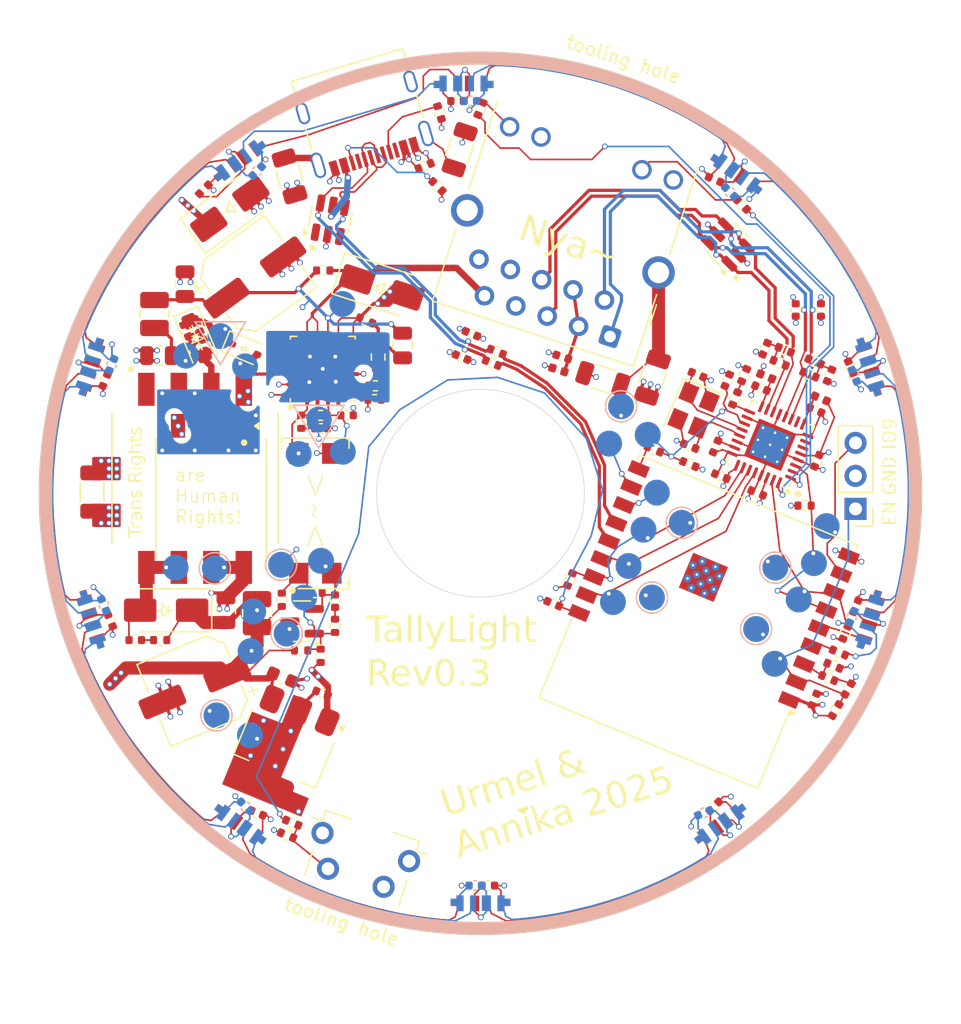
<source format=kicad_pcb>
(kicad_pcb (version 20240108) (generator "pcbnew") (generator_version "8.0")
  (layers (0 "F.Cu" signal) (1 "In1.Cu" power "GND") (2 "In2.Cu" power "Power") (31 "B.Cu" signal) (34 "B.Paste" user) (35 "F.Paste" user) (36 "B.SilkS" user "B.Silkscreen") (37 "F.SilkS" user "F.Silkscreen") (38 "B.Mask" user) (39 "F.Mask" user) (44 "Edge.Cuts" user))
  (net 0 "")
  (net 1 "/Logic/PoE-")
  (net 2 "/Logic/PoE+")
  (net 3 "Net-(D26-A2)")
  (net 4 "GND2")
  (net 5 "Net-(U9-VDD)")
  (net 6 "Net-(C54-Pad1)")
  (net 7 "Net-(C56-Pad2)")
  (net 8 "Net-(D28-A)")
  (net 9 "Net-(C57-Pad1)")
  (net 10 "GND")
  (net 11 "Net-(U11-K)")
  (net 12 "Net-(U2-X1)")
  (net 13 "+3V3")
  (net 14 "/Logic/EN")
  (net 15 "/Logic/BUTTON")
  (net 16 "Net-(J2-SHIELD)")
  (net 17 "Net-(D28-K)")
  (net 18 "Net-(D26-A1)")
  (net 19 "/Logic/USB/VBUS")
  (net 20 "Net-(U2-X2)")
  (net 21 "Net-(D7-DOUT)")
  (net 22 "Net-(D10-DIN)")
  (net 23 "Net-(D10-DOUT)")
  (net 24 "Net-(D11-DOUT)")
  (net 25 "Net-(D12-DOUT)")
  (net 26 "Net-(D13-DOUT)")
  (net 27 "Net-(D14-DOUT)")
  (net 28 "Net-(U2-VDD_A3.3)")
  (net 29 "Net-(U2-VDD_A1.8)")
  (net 30 "+1V8")
  (net 31 "Net-(C11-Pad1)")
  (net 32 "Net-(J1-Pad14)")
  (net 34 "Net-(J2-CC2)")
  (net 37 "Net-(J2-CC1)")
  (net 38 "Net-(D27-A)")
  (net 39 "Net-(R51-Pad1)")
  (net 40 "Net-(C12-Pad1)")
  (net 41 "Net-(J1-RCT)")
  (net 42 "Net-(U9-RDET)")
  (net 43 "Net-(U9-RCL)")
  (net 44 "Net-(U9-EROUT)")
  (net 45 "Net-(R56-Pad2)")
  (net 46 "Net-(U11-REF)")
  (net 48 "/Logic/D-")
  (net 49 "/Logic/D+")
  (net 50 "/Logic/LED1")
  (net 51 "/Logic/IO9")
  (net 52 "Net-(U2-ISET)")
  (net 53 "Net-(R8-Pad1)")
  (net 54 "/Logic/LED0")
  (net 55 "/Logic/LED_Din")
  (net 56 "/LEDs bottom/Vled")
  (net 57 "/LEDs bottom/Din")
  (net 58 "Net-(D16-DOUT)")
  (net 59 "Net-(D17-DOUT)")
  (net 60 "Net-(D17-DIN)")
  (net 61 "Net-(D18-DOUT)")
  (net 62 "Net-(D19-DOUT)")
  (net 63 "Net-(D20-DOUT)")
  (net 64 "Net-(D21-DOUT)")
  (net 65 "Net-(D22-DOUT)")
  (net 66 "Net-(D23-DOUT)")
  (net 67 "/LEDs bottom/Dout")
  (net 69 "Net-(D6-DOUT)")
  (net 70 "Net-(D11-DIN)")
  (net 75 "Net-(C48-Pad1)")
  (net 76 "/LEDs top/Din")
  (net 77 "/Logic/rev_id")
  (net 79 "Net-(C49-Pad2)")
  (net 80 "Net-(U2-~{RST})")
  (net 81 "Net-(U9-FB)")
  (net 84 "/Logic/USB/conn_D-")
  (net 85 "/Logic/USB/conn_D+")
  (net 86 "/Logic/MDI_RX+")
  (net 87 "/Logic/MDI_TX+")
  (net 88 "/Logic/MDI_RX-")
  (net 89 "/Logic/MDI_TX-")
  (net 90 "Net-(U2-~{INT})")
  (net 91 "Net-(U2-SCLK)")
  (net 92 "Net-(U2-SO)")
  (net 93 "Net-(U2-~{CS})")
  (net 94 "Net-(U2-SI)")
  (net 95 "Net-(U4-IO10)")
  (net 96 "Net-(J1-Pad12)")
  (net 97 "Net-(U4-IO20{slash}RXD)")
  (net 98 "Net-(U4-IO21{slash}TXD)")
  (net 99 "Net-(C18-Pad2)")
  (net 102 "Net-(R16-Pad1)")
  (footprint "Capacitor_SMD:C_0402_1005Metric" (layer "F.Cu") (at 166.106538 96.366312 157.5)
    (property "Reference" "C5" (hide yes))
    (property "Value" "22pF")
  )
  (footprint "Resistor_SMD:R_0402_1005Metric" (layer "F.Cu") (at 166.075 97.75 -22.5)
    (property "Reference" "R5" (hide yes))
    (property "Value" "10k")
  )
  (footprint "Package_TO_SOT_SMD:SOT-23" (layer "F.Cu") (at 136.2625 109.85 180)
    (property "Reference" "U11" (hide yes))
    (property "Value" "CJ431")
  )
  (footprint "Capacitor_SMD:C_0402_1005Metric" (layer "F.Cu") (at 139.722677 93.995228)
    (property "Reference" "C51" (hide yes))
    (property "Value" "100nF")
  )
  (footprint "Resistor_SMD:R_0402_1005Metric" (layer "F.Cu") (at 146.685625 76.360625 -45)
    (property "Reference" "R40" (hide yes))
    (property "Value" "5.1k")
  )
  (footprint "ToolingHole:ToolingHole_JLCSMT" (layer "F.Cu") (at 141.2 127.3)
    (property "Reference" "H4" (hide yes))
    (property "Value" "ToolingHole")
  )
  (footprint "LED_Opsco:LED_SK6812SIDE-A" (layer "F.Cu") (at 120.013298 109.702086 -72)
    (property "Reference" "D9" (hide yes))
    (property "Value" "SK6812SIDE-A")
  )
  (footprint "Resistor_SMD:R_0402_1005Metric" (layer "F.Cu") (at 177.338832 116.693815 59.5)
    (property "Reference" "R2" (hide yes))
    (property "Value" "100k")
  )
  (footprint "Capacitor_SMD:C_0402_1005Metric" (layer "F.Cu") (at 166.706538 90.866312 -22.5)
    (property "Reference" "C3" (hide yes))
    (property "Value" "22pF")
  )
  (footprint "Resistor_SMD:R_0402_1005Metric" (layer "F.Cu") (at 169.6 92.7 -112.5)
    (property "Reference" "R8" (hide yes))
    (property "Value" "2k")
  )
  (footprint "Package_DFN_QFN:QFN-32-1EP_5x5mm_P0.5mm_EP3.1x3.1mm_ThermalVias" (layer "F.Cu") (at 172.296651 96.266002 157.5)
    (property "Reference" "U2" (hide yes))
    (property "Value" "KSZ8851SNL")
  )
  (footprint "Resistor_SMD:R_0402_1005Metric" (layer "F.Cu") (at 141.839999 92.78934 180)
    (property "Reference" "R51" (hide yes))
    (property "Value" "22k")
  )
  (footprint "LED_Opsco:LED_SK6812SIDE-A" (layer "F.Cu") (at 180.02756 109.711275 72)
    (property "Reference" "D6" (hide yes))
    (property "Value" "SK6812SIDE-A")
  )
  (footprint "Capacitor_SMD:C_0805_2012Metric" (layer "F.Cu") (at 144 88.625 -90)
    (property "Reference" "C49" (hide yes))
    (property "Value" "100nF HV")
  )
  (footprint "Resistor_SMD:R_0402_1005Metric" (layer "F.Cu") (at 170.125 77.775 135)
    (property "Reference" "R36" (hide yes))
    (property "Value" "330R")
  )
  (footprint "Capacitor_SMD:C_0402_1005Metric" (layer "F.Cu") (at 127.95 89 112.5)
    (property "Reference" "C18" (hide yes))
    (property "Value" "10nF")
  )
  (footprint "Resistor_SMD:R_0402_1005Metric" (layer "F.Cu") (at 177.603821 112.254831 -22.5)
    (property "Reference" "R1" (hide yes))
    (property "Value" "1k")
  )
  (footprint "Resistor_SMD:R_0402_1005Metric" (layer "F.Cu") (at 156.895169 106.628821 -112.5)
    (property "Reference" "R6" (hide yes))
    (property "Value" "10k")
  )
  (footprint "Capacitor_SMD:C_0402_1005Metric" (layer "F.Cu") (at 148.2 69.8)
    (property "Reference" "C44" (hide yes))
    (property "Value" "100nF")
  )
  (footprint "Connector_USB:USB_C_Receptacle_Palconn_UTC16-G" (layer "F.Cu") (at 141.109747 71.676424 -163.5)
    (property "Reference" "J2" (hide yes))
    (property "Value" "USB_C_Receptacle_USB2.0")
  )
  (footprint "Optocoupler_SMD_AOTE:PC817CS_SMD" (layer "F.Cu") (at 137.28 101.539999 180)
    (property "Reference" "U10" (hide yes))
    (property "Value" "EL357N(B)(TA)-G")
  )
  (footprint "Inductor_SMD:L_0402_1005Metric" (layer "F.Cu") (at 172 91 -22.5)
    (property "Reference" "FB3" (hide yes))
    (property "Value" "600R@100MHz")
  )
  (footprint "Resistor_SMD:R_0402_1005Metric" (layer "F.Cu") (at 137.3 107.65 180)
    (property "Reference" "R56" (hide yes))
    (property "Value" "10k")
  )
  (footprint "Resistor_SMD:R_1206_3216Metric" (layer "F.Cu") (at 148.4 73.55 72)
    (property "Reference" "R38" (hide yes))
    (property "Value" "100kR")
  )
  (footprint "Capacitor_SMD:CP_Elec_6.3x7.7" (layer "F.Cu") (at 128.005524 115.033244 -157.5)
    (property "Reference" "C59" (hide yes))
    (property "Value" "220uF")
  )
  (footprint "Resistor_SMD:R_0402_1005Metric" (layer "F.Cu") (at 150.878821 89.964831 -22.5)
    (property "Reference" "R45" (hide yes))
    (property "Value" "22R")
  )
  (footprint "Capacitor_SMD:C_0402_1005Metric" (layer "F.Cu") (at 155.6 108.5 157.5)
    (property "Reference" "C14" (hide yes))
    (property "Value" "22nF")
  )
  (footprint "Inductor_SMD:L_0402_1005Metric" (layer "F.Cu") (at 176.2 92.7 157.5)
    (property "Reference" "FB2" (hide yes))
    (property "Value" "600R@100MHz")
  )
  (footprint "Diode_SMD:D_SMA" (layer "F.Cu") (at 125.8 109 180)
    (property "Reference" "D28" (hide yes))
    (property "Value" "SS210")
  )
  (footprint "Capacitor_SMD:C_0402_1005Metric" (layer "F.Cu") (at 123.42 111.3)
    (property "Reference" "C56" (hide yes))
    (property "Value" "220pF")
  )
  (footprint "Capacitor_SMD:C_0402_1005Metric" (layer "F.Cu") (at 175.8 93.6 -22.5)
    (property "Reference" "C8" (hide yes))
    (property "Value" "1uF")
  )
  (footprint "Resistor_SMD:R_0402_1005Metric" (layer "F.Cu") (at 134.7 108.2 90)
    (property "Reference" "R57" (hide yes))
    (property "Value" "330R")
  )
  (footprint "Resistor_SMD:R_0603_1608Metric" (layer "F.Cu") (at 142.122843 89.51312 -90)
    (property "Reference" "R53" (hide yes))
    (property "Value" "75R")
  )
  (footprint "Diode_SMD:D_SOD-123F" (layer "F.Cu") (at 128.15 88.05 -67.5)
    (property "Reference" "D26" (hide yes))
    (property "Value" "SMFJ30A")
  )
  (footprint "Capacitor_SMD:C_0402_1005Metric" (layer "F.Cu") (at 168.1 96.4 -112.5)
    (property "Reference" "C9" (hide yes))
    (property "Value" "100nF")
  )
  (footprint "Inductor_SMD:L_1008_2520Metric" (layer "F.Cu") (at 132.8 109.225001 -90)
    (property "Reference" "L2" (hide yes))
    (property "Value" "2.2uH")
  )
  (footprint "Resistor_SMD:R_0402_1005Metric" (layer "F.Cu") (at 135.103821 126.329831 -22.5)
    (property "Reference" "R28" (hide yes))
    (property "Value" "10k")
  )
  (footprint "Capacitor_SMD:C_0402_1005Metric" (layer "F.Cu") (at 132.8 124.6 157.5)
    (property "Reference" "C43" (hide yes))
    (property "Value" "100nF")
  )
  (footprint "Resistor_SMD:R_1206_3216Metric" (layer "F.Cu") (at 159.425 91.2 162)
    (property "Reference" "R46" (hide yes))
    (property "Value" "100kR")
  )
  (footprint "Capacitor_SMD:C_0402_1005Metric" (layer "F.Cu") (at 137.72 95)
    (property "Reference" "C54" (hide yes))
    (property "Value" "15nF")
  )
  (footprint "Capacitor_SMD:C_1206_3216Metric" (layer "F.Cu") (at 120.09 99.905 90)
    (property "Reference" "C55" (hide yes))
    (property "Value" "1nF 2kV")
  )
  (footprint "Resistor_SMD:R_0402_1005Metric" (layer "F.Cu") (at 141.171179 86.695169 -22.5)
    (property "Reference" "R63" (hide yes))
    (property "Value" "0")
  )
  (footprint "Resistor_SMD:R_0402_1005Metric" (layer "F.Cu") (at 138.8 110.2 -90)
    (property "Reference" "R59" (hide yes))
    (property "Value" "0")
  )
  (footprint "LED_Opsco:LED_SK6812SIDE-A" (layer "F.Cu") (at 168.500314 125.502663 36)
    (property "Reference" "D15" (hide yes))
    (property "Value" "SK6812SIDE-A")
  )
  (footprint "Capacitor_SMD:C_0402_1005Metric" (layer "F.Cu") (at 178.9 108.7 -112.5)
    (property "Reference" "C38" (hide yes))
    (property "Value" "100nF")
  )
  (footprint "Diode_SMD:D_SOD-323" (layer "F.Cu") (at 131.85 88.9 -22.5)
    (property "Reference" "D27" (hide yes))
    (property "Value" "1N4148WS")
  )
  (footprint "Capacitor_SMD:C_0402_1005Metric" (layer "F.Cu") (at 174.27 85.89 -90)
    (property "Reference" "C23" (hide yes))
    (property "Value" "100nF")
  )
  (footprint "Button_Switch_SMD_LCSC:x-1825027-x" (layer "F.Cu") (at 140.4 129.6 -18)
    (property "Reference" "SW1" (hide yes))
    (property "Value" "SW_Push")
  )
  (footprint "Resistor_SMD:R_0402_1005Metric" (layer "F.Cu") (at 141.91071 91.72868)
    (property "Reference" "R52" (hide yes))
    (property "Value" "2.2k")
  )
  (footprint "Transformer_SMD:Transformer_Wuerth_750315371" (layer "F.Cu") (at 129.25 100.425 -90)
    (property "Reference" "TR1" (hide yes))
    (property "Value" "Wuerth_750315371")
  )
  (footprint "Resistor_SMD:R_0402_1005Metric" (layer "F.Cu") (at 163.35 96.625 157.5)
    (property "Reference" "R3" (hide yes))
    (property "Value" "100R")
  )
  (footprint "Package_TO_SOT_SMD:SOT-23-6" (layer "F.Cu") (at 138.433091 78.944747 80)
    (property "Reference" "U7" (hide yes))
    (property "Value" "SRV05-4")
  )
  (footprint "Capacitor_SMD:C_1206_3216Metric" (layer "F.Cu") (at 135.3 75.6 -73.5)
    (property "Reference" "C25" (hide yes))
    (property "Value" "1nF 2kV")
  )
  (footprint "Capacitor_SMD:C_0402_1005Metric" (layer "F.Cu") (at 149.303462 87.713688 157.5)
    (property "Reference" "C20" (hide yes))
    (property "Value" "100nF")
  )
  (footprint "Diode_SMD:D_SMA" (layer "F.Cu") (at 130.7 78.125 36)
    (property "Reference" "D5" (hide yes))
    (property "Value" "M7")
  )
  (footprint "Capacitor_SMD:C_0402_1005Metric" (layer "F.Cu") (at 138.8 108.3 90)
    (property "Reference" "C57" (hide yes))
    (property "Value" "1nF")
  )
  (footprint "Capacitor_SMD:C_0402_1005Metric" (layer "F.Cu") (at 156.3 89.5 162)
    (property "Reference" "C13" (hide yes))
    (property "Value" "10uF")
  )
  (footprint "Resistor_SMD:R_0402_1005Metric" (layer "F.Cu") (at 151.246335 89.099597 157.5)
    (property "Reference" "R44" (hide yes))
    (property "Value" "22R")
  )
  (footprint "Resistor_SMD:R_0402_1005Metric" (layer "F.Cu") (at 173.428821 88.954831 157.5)
    (property "Reference" "R11" (hide yes))
    (property "Value" "50R")
  )
  (footprint "Capacitor_SMD:C_0402_1005Metric" (layer "F.Cu") (at 171.306538 99.966312 157.5)
    (property "Reference" "C6" (hide yes))
    (property "Value" "100nF")
  )
  (footprint "Capacitor_SMD:C_0402_1005Metric" (layer "F.Cu") (at 176.875 90.925 -112.5)
    (property "Reference" "C12" (hide yes))
    (property "Value" "100nF")
  )
  (footprint "Resistor_SMD:R_0402_1005Metric" (layer "F.Cu") (at 150 70.4 67.5)
    (property "Reference" "R37" (hide yes))
    (property "Value" "330R")
  )
  (footprint "Resistor_SMD:R_0402_1005Metric" (layer "F.Cu") (at 137.689999 94 180)
    (property "Reference" "R54" (hide yes))
    (property "Value" "5.1k")
  )
  (footprint "Capacitor_SMD:C_0402_1005Metric" (layer "F.Cu") (at 148.546538 89.516312 -22.5)
    (property "Reference" "C21" (hide yes))
    (property "Value" "100nF")
  )
  (footprint "Resistor_SMD:R_0402_1005Metric" (layer "F.Cu") (at 128.85 88.65 -67.5)
    (property "Reference" "R14" (hide yes))
    (property "Value" "51k")
  )
  (footprint "Package_TO_SOT_SMD:SOT-23-6" (layer "F.Cu") (at 169.025 80.85 135)
    (property "Reference" "U3" (hide yes))
    (property "Value" "SRV05-4")
  )
  (footprint "Resistor_SMD:R_0402_1005Metric" (layer "F.Cu") (at 170.3 90.9 -112.5)
    (property "Reference" "R9" (hide yes))
    (property "Value" "1k")
  )
  (footprint "Capacitor_SMD:C_0402_1005Metric" (layer "F.Cu") (at 169 91.3 67.5)
    (property "Reference" "C4" (hide yes))
    (property "Value" "10uF")
  )
  (footprint "Capacitor_SMD:C_0402_1005Metric" (layer "F.Cu") (at 178.308021 115.06943 -120.5)
    (property "Reference" "C1" (hide yes))
    (property "Value" "1uF")
  )
  (footprint "LED_Opsco:LED_SK6812SIDE-A" (layer "F.Cu") (at 148.700001 68.450001 180)
    (property "Reference" "D12" (hide yes))
    (property "Value" "SK6812SIDE-A")
  )
  (footprint "Capacitor_SMD:CP_Elec_6.3x7.7" (layer "F.Cu") (at 132.615652 83.38702 36)
    (property "Reference" "C50" (hide yes))
    (property "Value" "22uF HV")
  )
  (footprint "ToolingHole:ToolingHole_JLCSMT" (layer "F.Cu") (at 159.7 70)
    (property "Reference" "H5" (hide yes))
    (property "Value" "ToolingHole")
  )
  (footprint "Resistor_SMD:R_0402_1005Metric" (layer "F.Cu") (at 174.95 100.95 180)
    (property "Reference" "R4" (hide yes))
    (property "Value" "10k")
  )
  (footprint "Capacitor_SMD:C_0402_1005Metric" (layer "F.Cu") (at 176.21 85.89 90)
    (property "Reference" "C22" (hide yes))
    (property "Value" "100nF")
  )
  (footprint "Capacitor_SMD:C_0805_2012Metric" (layer "F.Cu") (at 127.25 83.9 90)
    (property "Reference" "C53" (hide yes))
    (property "Value" "100nF HV")
  )
  (footprint "MountingHole:MountingHole_3.2mm_M3" (layer "F.Cu") (at 143.24 120.93)
    (property "Reference" "H2" (hide yes))
    (property "Value" "MountingHole")
  )
  (footprint "Resistor_SMD:R_0402_1005Metric" (layer "F.Cu") (at 176.775 114.225 -22.5)
    (property "Reference" "R49" (hide yes))
    (property "Value" "0R")
  )
  (footprint "Capacitor_SMD:C_0805_2012Metric" (layer "F.Cu") (at 125.250002 89.399999 180)
    (property "Reference" "C52" (hide yes))
    (property "Value" "100nF HV")
  )
  (footprint "Capacitor_SMD:C_0402_1005Metric" (layer "F.Cu") (at 121.5 109.8 112.5)
    (property "Reference" "C41" (hide yes))
    (property "Value" "100nF")
  )
  (footprint "Resistor_SMD:R_0402_1005Metric" (layer "F.Cu") (at 178.095169 110.728821 -112.5)
    (property "Reference" "R7" (hide yes))
    (property "Value" "10k")
  )
  (footprint "MountingHole:MountingHole_3.2mm_M3" (layer "F.Cu") (at 167.6 86.8)
    (property "Reference" "H1" (hide yes))
    (property "Value" "MountingHole")
  )
  (footprint "QFN_Skyworks:QFN-20-1EP_5x5mm_P0.8mm_EP2.7x2.7mm" (layer "F.Cu") (at 137.856302 90.421081 90)
    (property "Reference" "U9" (hide yes))
    (property "Value" "Si3402-B")
  )
  (footprint "Resistor_SMD:R_0402_1005Metric" (layer "F.Cu") (at 135.503821 125.354831 157.5)
    (property "Reference" "R16" (hide yes))
    (property "Value" "100R")
  )
  (footprint "LED_Opsco:LED_SK6812SIDE-A" (layer "F.Cu") (at 131.412147 74.38131 -144)
    (property "Reference" "D14" (hide yes))
    (property "Value" "SK6812SIDE-A")
  )
  (footprint "Resistor_SMD:R_0402_1005Metric" (layer "F.Cu") (at 173.028352 89.961745 157.5)
    (property "Reference" "R10" (hide yes))
    (property "Value" "50R")
  )
  (footprint "Resistor_SMD:R_0402_1005Metric" (layer "F.Cu") (at 137.889999 82.85 180)
    (property "Reference" "R62" (hide yes))
    (property "Value" "0")
  )
  (footprint "Capacitor_SMD:C_0402_1005Metric" (layer "F.Cu") (at 171.6 91.9 157.5)
    (property "Reference" "C7" (hide yes))
    (property "Value" "1uF")
  )
  (footprint "Resistor_SMD:R_0402_1005Metric" (layer "F.Cu") (at 136.189999 112.1)
    (property "Reference" "R60" (hide yes))
    (property "Value" "4.7k")
  )
  (footprint "Capacitor_SMD:C_1206_3216Metric" (layer "F.Cu") (at 163.244199 91.102809 -108)
    (property "Reference" "C48" (hide yes))
    (property "Value" "1nF 2kV")
  )
  (footprint "RF_Module:ESP32-C3-WROOM-02" (layer "F.Cu") (at 167.973168 107.022468 157.5)
    (property "Reference" "U4" (hide yes))
    (property "Value" "ESP32-C3-WROOM-02")
  )
  (footprint "Connector_PinHeader_2.54mm:PinHeader_1x03_P2.54mm_Vertical" (layer "F.Cu") (at 178.875 101.2 180)
    (property "Reference" "J3" (hide yes))
    (property "Value" "Strapping")
  )
  (footprint "Resistor_SMD:R_0402_1005Metric" (layer "F.Cu") (at 125.34 111.3 180)
    (property "Reference" "R58" (hide yes))
    (property "Value" "10R")
  )
  (footprint "Resistor_SMD:R_0402_1005Metric" (layer "F.Cu") (at 146.844848 70.688998 106.5)
    (property "Reference" "R39" (hide yes))
    (property "Value" "5.1k")
  )
  (footprint "Capacitor_SMD:C_0402_1005Metric" (layer "F.Cu") (at 178.5 90.3 -67.5)
    (property "Reference" "C40" (hide yes))
    (property "Value" "100nF")
  )
  (footprint "Capacitor_SMD:C_0805_2012Metric" (layer "F.Cu") (at 130.4 109 90)
    (property "Reference" "C58" (hide yes))
    (property "Value" "22uF")
  )
  (footprint "Capacitor_SMD:C_0402_1005Metric" (layer "F.Cu") (at 168.506538 98.683688 157.5)
    (property "Reference" "C15" (hide yes))
    (property "Value" "100nF")
  )
  (footprint "Capacitor_SMD:C_0402_1005Metric" (layer "F.Cu") (at 168 124.1 -135)
    (property "Reference" "C47" (hide yes))
    (property "Value" "100nF")
  )
  (footprint "Inductor_SMD:L_1008_2520Metric" (layer "F.Cu") (at 124.9 86.2 -90)
    (property "Reference" "L1" (hide yes))
    (property "Value" "2.2uH")
  )
  (footprint "Resistor_SMD:R_0402_1005Metric" (layer "F.Cu") (at 145.7 74.8 22.5)
    (property "Reference" "R41" (hide yes))
    (property "Value" "5.1k")
  )
  (footprint "Inductor_SMD:L_0402_1005Metric" (layer "F.Cu") (at 156 90.5 -18)
    (property "Reference" "FB1" (hide yes))
    (property "Value" "600R@100MHz")
  )
  (footprint "LED_Opsco:LED_SK6812SIDE-A" (layer "F.Cu") (at 131.474202 125.525762 -36)
    (property "Reference" "D11" (hide yes))
    (property "Value" "SK6812SIDE-A")
  )
  (footprint "Capacitor_SMD:C_0402_1005Metric" (layer "F.Cu") (at 137.8 115.4 -22.5)
    (property "Reference" "C17" (hide yes))
    (property "Value" "4.7uF")
  )
  (footprint "Capacitor_SMD:C_0402_1005Metric" (layer "F.Cu") (at 121.1 91.3 67.5)
    (property "Reference" "C39" (hide yes))
    (property "Value" "100nF")
  )
  (footprint "Resistor_SMD:R_0402_1005Metric" (layer "F.Cu") (at 137.689999 112.510001 -90)
    (property "Reference" "R61" (hide yes))
    (property "Value" "5.1k")
  )
  (footprint "Capacitor_SMD:C_0603_1608Metric" (layer "F.Cu") (at 134.753993 114.16342 -22.5)
    (property "Reference" "C16" (hide yes))
    (property "Value" "10uF")
  )
  (footprint "LED_Opsco:LED_SK6812SIDE-A" (layer "F.Cu") (at 169.735497 75.364058 144)
    (property "Reference" "D10" (hide yes))
    (property "Value" "SK6812SIDE-A")
  )
  (footprint "Resistor_SMD:R_0402_1005Metric" (layer "F.Cu") (at 128.204831 87.078821 -67.5)
    (property "Reference" "R15" (hide yes))
    (property "Value" "51k")
  )
  (footprint "LED_Opsco:LED_SK6812SIDE-A" (layer "F.Cu") (at 119.984901 90.264922 -108)
    (property "Reference" "D7" (hide yes))
    (property "Value" "SK6812SIDE-A")
  )
  (footprint "Capacitor_SMD:C_0402_1005Metric" (layer "F.Cu") (at 128.7 76.6 -135)
    (property "Reference" "C46" (hide yes))
    (property "Value" "100nF")
  )
  (footprint "Capacitor_SMD:C_0402_1005Metric" (layer "F.Cu") (at 171.907748 88.867249 -112.5)
    (property "Reference" "C11" (hide yes))
    (property "Value" "100nF")
  )
  (footprint "Capacitor_SMD:C_0402_1005Metric" (layer "F.Cu") (at 175.7 115.875 67.5)
    (property "Reference" "C2" (hide yes))
    (property "Value" "10uF")
  )
  (footprint "Package_TO_SOT_SMD:SOT-223-3_TabPin2" (layer "F.Cu") (at 134.869624 119.630049 -112.5)
    (property "Reference" "U5" (hide yes))
    (property "Value" "AMS1117-3.3")
  )
  (footprint "Crystal:Crystal_SMD_3225-4Pin_3.2x2.5mm" (layer "F.Cu") (at 166.406249 93.609015 -112.5)
    (property "Reference" "Y1" (hide yes))
    (property "Value" "25MHz")
  )
  (footprint "Capacitor_SMD:C_0402_1005Metric" (layer "F.Cu") (at 175.9 97.5 -112.5)
    (property "Reference" "C10" (hide yes))
    (property "Value" "4.7uF")
  )
  (footprint "Diode_SMD:D_SMA" (layer "F.Cu") (at 142.397886 84.15 -18)
    (property "Reference" "D29" (hide yes))
    (property "Value" "SMAJ58A")
  )
  (footprint "Resistor_SMD:R_0402_1005Metric" (layer "F.Cu") (at 175.728821 89.854831 -22.5)
    (property "Reference" "R13" (hide yes))
    (property "Value" "50R")
  )
  (footprint "Connector_RJ_HanRun:RJ45_Hanrun_HY931147C_Horizontal" (layer "F.Cu") (at 157.280312 77.711394 162)
    (property "Reference" "J1" (hide yes))
    (property "Value" "Hanrun HY931147C")
  )
  (footprint "MountingHole:MountingHole_3.2mm_M3" (layer "F.Cu") (at 143.6 78.96)
    (property "Reference" "H3" (hide yes))
    (property "Value" "MountingHole")
  )
  (footprint "Resistor_SMD:R_0402_1005Metric" (layer "F.Cu") (at 136.2 94.489999 90)
    (property "Reference" "R55" (hide yes))
    (property "Value" "0")
  )
  (footprint "Transformer_HanRun:HR051067" (layer "F.Cu") (at 128.025 98.85 180)
    (property "Reference" "T2" (hide yes))
    (property "Value" "HR051067")
  )
  (footprint "LED_Opsco:LED_SK6812SIDE-A" (layer "F.Cu") (at 180.015099 90.264922 108)
    (property "Reference" "D8" (hide yes))
    (property "Value" "SK6812SIDE-A")
  )
  (footprint "LED_Opsco:LED_SK6812SIDE-A" (layer "F.Cu") (at 150 131.575001)
    (property "Reference" "D13" (hide yes))
    (property "Value" "SK6812SIDE-A")
  )
  (footprint "Capacitor_SMD:C_0402_1005Metric" (layer "F.Cu") (at 168.025 75.85 -22.5)
    (property "Reference" "C42" (hide yes))
    (property "Value" "100nF")
  )
  (footprint "Resistor_SMD:R_0402_1005Metric" (layer "F.Cu") (at 177.174999 113.275002 157.5)
    (property "Reference" "R50" (hide yes))
    (property "Value" "R")
  )
  (footprint "Capacitor_SMD:C_0402_1005Metric" (layer "F.Cu") (at 150.6 130.2 180)
    (property "Reference" "C45" (hide yes))
    (property "Value" "100nF")
  )
  (footprint "Resistor_SMD:R_0402_1005Metric" (layer "F.Cu") (at 175.328821 90.854831 -22.5)
    (property "Reference" "R12" (hide yes))
    (property "Value" "50R")
  )
  (footprint "Capacitor_SMD:C_0402_1005Metric" (layer "F.Cu") (at 127.325 87.475 112.5)
    (property "Reference" "C19" (hide yes))
    (property "Value" "10nF")
  )
  (footprint "TestPoint_no_outline:TestPoint_Pad_D2.0mm_no_outline" (layer "B.Cu") (at 160.2 108.375 180)
    (property "Reference" "TP20" (hide yes))
    (property "Value" "SCLK")
  )
  (footprint "TestPoint_no_outline:TestPoint_Pad_D2.0mm_no_outline" (layer "B.Cu") (at 159.9 96.175 180)
    (property "Reference" "TP15" (hide yes))
    (property "Value" "RXD")
  )
  (footprint "TestPoint_no_outline:TestPoint_Pad_D2.0mm_no_outline" (layer "B.Cu") (at 132.5 109.1 180)
    (property "Reference" "TP12" (hide yes))
    (property "Value" "VOUT")
  )
  (footprint "TestPoint_no_outline:TestPoint_Pad_D2.0mm_no_outline" (layer "B.Cu") (at 175.675 105.375 180)
    (property "Reference" "TP18" (hide yes))
    (property "Value" "~{INT}")
  )
  (footprint "TestPoint:TestPoint_Pad_D2.0mm" (layer "B.Cu") (at 160.825 93.3 180)
    (property "Reference" "TP30" (hide yes))
    (property "Value" "GND")
  )
  (footprint "TestPoint_no_outline:TestPoint_Pad_D2.0mm_no_outline" (layer "B.Cu") (at 162.875 95.5 180)
    (property "Reference" "TP19" (hide yes))
    (property "Value" "~{RST}")
  )
  (footprint "TestPoint_no_outline:TestPoint_Pad_D2.0mm_no_outline" (layer "B.Cu") (at 132.25 118.625 180)
    (property "Reference" "TP31" (hide yes))
    (property "Value" "+3v3")
  )
  (footprint "TestPoint_polygon_outline:TestPoint_Pad_D2.0mm_trianglular_outline" (layer "B.Cu") (at 137.55 94.325)
    (property "Reference" "TP2" (hide yes))
    (property "Value" "GND2")
  )
  (footprint "TestPoint:TestPoint_Pad_D2.0mm" (layer "B.Cu") (at 172.7 105.725 180)
    (property "Reference" "TP29" (hide yes))
    (property "Value" "GND")
  )
  (footprint "Capacitor_SMD:C_0402_1005Metric" (layer "B.Cu") (at 132.8 75.2 -135)
    (property "Reference" "C36" (hide yes))
    (property "Value" "100nF")
  )
  (footprint "LED_Opsco:LED_SK6812SIDE-A" (layer "B.Cu") (at 179.972025 109.760943 -108)
    (property "Reference" "D25" (hide yes))
    (property "Value" "SK6812SIDE-A")
  )
  (footprint "LED_Opsco:LED_SK6812SIDE-A" (layer "B.Cu") (at 119.927976 90.239058 72)
    (property "Reference" "D24" (hide yes))
    (property "Value" "SK6812SIDE-A")
  )
  (footprint "LED_Opsco:LED_SK6812SIDE-A" (layer "B.Cu") (at 120.027976 109.760943 108)
    (property "Reference" "D22" (hide yes))
    (property "Value" "SK6812SIDE-A")
  )
  (footprint "Capacitor_SMD:C_0402_1005Metric" (layer "B.Cu") (at 121.6 90.1 -112.5)
    (property "Reference" "C29" (hide yes))
    (property "Value" "100nF")
  )
  (footprint "TestPoint_no_outline:TestPoint_Pad_D2.0mm_no_outline" (layer "B.Cu") (at 136 96.975 180)
    (property "Reference" "TP1" (hide yes))
    (property "Value" "EROUT")
  )
  (footprint "LED_Opsco:LED_SK6812SIDE-A" (layer "B.Cu") (at 131.464504 125.535943 144)
    (property "Reference" "D20" (hide yes))
    (property "Value" "SK6812SIDE-A")
  )
  (footprint "TestPoint_no_outline:TestPoint_Pad_D2.0mm_no_outline" (layer "B.Cu") (at 136.425 108.025 180)
    (property "Reference" "TP9" (hide yes))
    (property "Value" "VREF")
  )
  (footprint "TestPoint_polygon_outline:TestPoint_Pad_D2.0mm_trianglular_outline" (layer "B.Cu") (at 129.975 87.9)
    (property "Reference" "TP14" (hide yes))
    (property "Value" "GND2")
  )
  (footprint "LED_Opsco:LED_SK6812SIDE-A" (layer "B.Cu") (at 131.464504 74.364058 36)
    (property "Reference" "D17" (hide yes))
    (property "Value" "SK6812SIDE-A")
  )
  (footprint "TestPoint_no_outline:TestPoint_Pad_D2.0mm_no_outline" (layer "B.Cu") (at 172.65 113.125 180)
    (property "Reference" "TP24" (hide yes))
    (property "Value" "EN")
  )
  (footprint "TestPoint_no_outline:TestPoint_Pad_D2.0mm_no_outline" (layer "B.Cu") (at 161.4 105.6 180)
    (property "Reference" "TP21" (hide yes))
    (property "Value" "SO")
  )
  (footprint "TestPoint:TestPoint_Pad_D2.0mm" (layer "B.Cu") (at 171.225 110.45 180)
    (property "Reference" "TP25" (hide yes))
    (property "Value" "GND")
  )
  (footprint "TestPoint_no_outline:TestPoint_Pad_D2.0mm_no_outline" (layer "B.Cu") (at 126.525 105.725 180)
    (property "Reference" "TP13" (hide yes))
    (property "Value" "VOUT_FLYBACK")
  )
  (footprint "Capacitor_SMD:C_0402_1005Metric" (layer "B.Cu") (at 169.2 76.8 135)
    (property "Reference" "C32" (hide yes))
    (property "Value" "100nF")
  )
  (footprint "Capacitor_SMD:C_0402_1005Metric" (layer "B.Cu") (at 131.9 124.1 -45)
    (property "Reference" "C33" (hide yes))
    (property "Value" "100nF")
  )
  (footprint "LED_Opsco:LED_SK6812SIDE-A" (layer "B.Cu") (at 169.735497 75.364058 -36)
    (property "Reference" "D21" (hide yes))
    (property "Value" "SK6812SIDE-A")
  )
  (footprint "TestPoint_no_outline:TestPoint_Pad_D2.0mm_no_outline" (layer "B.Cu") (at 131.875 90.225 180)
    (property "Reference" "TP7" (hide yes))
    (property "Value" "SW_FLYBACK")
  )
  (footprint "TestPoint_no_outline:TestPoint_Pad_D2.0mm_no_outline" (layer "B.Cu") (at 127.325 89.4 180)
    (property "Reference" "TP5" (hide yes))
    (property "Value" "VCC_FLYBACK")
  )
  (footprint "LED_Opsco:LED_SK6812SIDE-A" (layer "B.Cu") (at 149.999999 131.549999 180)
    (property "Reference" "D18" (hide yes))
    (property "Value" "SK6812SIDE-A")
  )
  (footprint "LED_Opsco:LED_SK6812SIDE-A" (layer "B.Cu") (at 168.500314 125.502663 -144)
    (property "Reference" "D16" (hide yes))
    (property "Value" "SK6812SIDE-A")
  )
  (footprint "Capacitor_SMD:C_0402_1005Metric" (layer "B.Cu") (at 149.22 69.8 180)
    (property "Reference" "C34" (hide yes))
    (property "Value" "100nF")
  )
  (footprint "TestPoint:TestPoint_Pad_D2.0mm" (layer "B.Cu") (at 165.5 102.275 180)
    (property "Reference" "TP27" (hide yes))
    (property "Value" "GND")
  )
  (footprint "TestPoint:TestPoint_Pad_D2.0mm" (layer "B.Cu") (at 135.075 110.8 180)
    (property "Reference" "TP4" (hide yes))
    (property "Value" "GND")
  )
  (footprint "Capacitor_SMD:C_0402_1005Metric" (layer "B.Cu") (at 167.2 124.6 22.5)
    (property "Reference" "C37" (hide yes))
    (property "Value" "100nF")
  )
  (footprint "TestPoint_no_outline:TestPoint_Pad_D2.0mm_no_outline" (layer "B.Cu") (at 132.3 112.15 180)
    (property "Reference" "TP3" (hide yes))
    (property "Value" "VOUT_FLT")
  )
  (footprint "TestPoint_no_outline:TestPoint_Pad_D2.0mm_no_outline" (layer "B.Cu") (at 137.725 105.2 180)
    (property "Reference" "TP10" (hide yes))
    (property "Value" "VOPTO")
  )
  (footprint "TestPoint:TestPoint_Pad_D2.0mm" (layer "B.Cu") (at 134.65 105.5 180)
    (property "Reference" "TP11" (hide yes))
    (property "Value" "GND")
  )
  (footprint "TestPoint:TestPoint_Pad_D2.0mm" (layer "B.Cu") (at 129.55 105.775 180)
    (property "Reference" "TP23" (hide yes))
    (property "Value" "GND")
  )
  (footprint "TestPoint_no_outline:TestPoint_Pad_D2.0mm_no_outline" (layer "B.Cu") (at 163.575 99.95 180)
    (property "Reference" "TP16" (hide yes))
    (property "Value" "TXD")
  )
  (footprint "Capacitor_SMD:C_0402_1005Metric" (layer "B.Cu") (at 178.783688 90.943462 112.5)
    (property "Reference" "C30" (hide yes))
    (property "Value" "100nF")
  )
  (footprint "Capacitor_SMD:C_0402_1005Metric" (layer "B.Cu") (at 178.6 109.5 67.5)
    (property "Reference" "C28" (hide yes))
    (property "Value" "100nF")
  )
  (footprint "TestPoint_no_outline:TestPoint_Pad_D2.0mm_no_outline" (layer "B.Cu") (at 139.4 96.8 180)
    (property "Reference" "TP8" (hide yes))
    (property "Value" "VCC_AUX")
  )
  (footprint "TestPoint:TestPoint_Pad_D2.0mm" (layer "B.Cu") (at 163.2 108.025 180)
    (property "Reference" "TP28" (hide yes))
    (property "Value" "GND")
  )
  (footprint "TestPoint_no_outline:TestPoint_Pad_D2.0mm_no_outline" (layer "B.Cu") (at 139.375 85.425 180)
    (property "Reference" "TP6" (hide yes))
    (property "Value" "VCC_PoE")
  )
  (footprint "Capacitor_SMD:C_0402_1005Metric" (layer "B.Cu") (at 121 108.6 -67.5)
    (property "Reference" "C31" (hide yes))
    (property "Value" "100nF")
  )
  (footprint "LED_Opsco:LED_SK6812SIDE-A" (layer "B.Cu") (at 148.700001 68.450001)
    (property "Reference" "D19" (hide yes))
    (property "Value" "SK6812SIDE-A")
  )
  (footprint "TestPoint_no_outline:TestPoint_Pad_D2.0mm_no_outline" (layer "B.Cu") (at 174.5 108.175 180)
    (property "Reference" "TP17" (hide yes))
    (property "Value" "SI")
  )
  (footprint "TestPoint_no_outline:TestPoint_Pad_D2.0mm_no_outline" (layer "B.Cu") (at 176.65 102.525 180)
    (property "Reference" "TP26" (hide yes))
    (property "Value" "IO9")
  )
  (footprint "TestPoint:TestPoint_Pad_D2.0mm" (layer "B.Cu") (at 129.675 117.1 180)
    (property "Reference" "TP32" (hide yes))
    (property "Value" "GND")
  )
  (footprint "LED_Opsco:LED_SK6812SIDE-A" (layer "B.Cu") (at 179.972025 90.239058 -72)
    (property "Reference" "D23" (hide yes))
    (property "Value" "SK6812SIDE-A")
  )
  (footprint "Capacitor_SMD:C_0402_1005Metric" (layer "B.Cu") (at 149.6 130.2)
    (property "Reference" "C35" (hide yes))
    (property "Value" "100nF")
  )
  (footprint "TestPoint_no_outline:TestPoint_Pad_D2.0mm_no_outline" (layer "B.Cu") (at 162.55 102.8 180)
    (property "Reference" "TP22" (hide yes))
    (property "Value" "~{CS}")
  )
  (gr_circle (center 150 100) (end 183.5 100) (stroke (width 1)) (fill none) (layer "B.SilkS"))
  (gr_line (start 131.464597 88.748887) (end 131.649373 88.82542) (stroke (width 0.1)) (layer "F.SilkS"))
  (gr_line (start 132.003073 88.755449) (end 131.85 89.125) (stroke (width 0.1)) (layer "F.SilkS"))
  (gr_line (start 130.498386 78.234458) (end 130.607889 77.543072) (stroke (width 0.1)) (layer "F.SilkS"))
  (gr_line (start 127.899637 87.488555) (end 128.040612 87.812782) (stroke (width 0.1)) (layer "F.SilkS"))
  (gr_line (start 131.572837 89.010198) (end 131.725909 88.640643) (stroke (width 0.1)) (layer "F.SilkS"))
  (gr_circle (center 135.525001 107.475) (end 135.666423 107.33358) (stroke (width 0.1)) (fill solid) (layer "F.SilkS"))
  (gr_line (start 130.607889 77.543072) (end 131.189768 78.343958) (stroke (width 0.1)) (layer "F.SilkS"))
  (gr_line (start 131.649373 88.82542) (end 132.003073 88.755449) (stroke (width 0.1)) (layer "F.SilkS"))
  (gr_line (start 131.189768 78.343958) (end 130.498386 78.234458) (stroke (width 0.1)) (layer "F.SilkS"))
  (gr_line (start 125.476471 108.505024) (end 125.971446 108.999999) (stroke (width 0.1)) (layer "F.SilkS"))
  (gr_circle (center 131.800001 96.1) (end 131.941423 95.95858) (stroke (width 0.1)) (fill solid) (layer "F.SilkS"))
  (gr_line (start 131.85 89.125) (end 131.649373 88.82542) (stroke (width 0.1)) (layer "F.SilkS"))
  (gr_line (start 132.111314 89.01676) (end 131.926535 88.940226) (stroke (width 0.1)) (layer "F.SilkS"))
  (gr_line (start 128.237988 88.266705) (end 128.364871 88.558512) (stroke (width 0.1)) (layer "F.SilkS"))
  (gr_line (start 125.971446 108.999999) (end 125.47647 109.494974) (stroke (width 0.1)) (layer "F.SilkS"))
  (gr_line (start 125.476472 108.999998) (end 125.158272 108.999999) (stroke (width 0.1)) (layer "F.SilkS"))
  (gr_line (start 130.498386 78.234458) (end 130.332135 78.00563) (stroke (width 0.1)) (layer "F.SilkS"))
  (gr_line (start 142.036877 84.120115) (end 141.949474 84.389114) (stroke (width 0.1)) (layer "F.SilkS"))
  (gr_line (start 128.040612 87.812782) (end 128.3 87.7) (stroke (width 0.1)) (layer "F.SilkS"))
  (gr_circle (center 174.45 100.05) (end 174.591422 99.90858) (stroke (width 0.1)) (fill solid) (layer "F.SilkS"))
  (gr_circle (center 169.7 83.4) (end 169.841422 83.25858) (stroke (width 0.1)) (fill solid) (layer "F.SilkS"))
  (gr_line (start 126.325 109) (end 125.971446 108.999999) (stroke (width 0.1)) (layer "F.SilkS"))
  (gr_line (start 127.784064 88.464077) (end 128.040612 87.812782) (stroke (width 0.1)) (layer "F.SilkS"))
  (gr_circle (center 135.4 93.35) (end 135.541422 93.20858) (stroke (width 0.1)) (fill solid) (layer "F.SilkS"))
  (gr_line (start 128.040612 87.812782) (end 127.781233 87.925568) (stroke (width 0.1)) (layer "F.SilkS"))
  (gr_line (start 142.507625 84.273072) (end 142.81025 84.3714) (stroke (width 0.1)) (layer "F.SilkS"))
  (gr_line (start 142.036877 84.120115) (end 142.124278 83.851116) (stroke (width 0.1)) (layer "F.SilkS"))
  (gr_line (start 130.212355 78.442267) (end 130.498386 78.234458) (stroke (width 0.1)) (layer "F.SilkS"))
  (gr_line (start 128.691908 88.069333) (end 127.784064 88.464077) (stroke (width 0.1)) (layer "F.SilkS"))
  (gr_circle (center 123.075 90.449999) (end 123.216422 90.308579) (stroke (width 0.1)) (fill solid) (layer "F.SilkS"))
  (gr_circle (center 150 100) (end 183.5 100) (stroke (width 1)) (fill none) (layer "F.SilkS"))
  (gr_line (start 125.971446 108.999999) (end 125.971446 108.717156) (stroke (width 0.1)) (layer "F.SilkS"))
  (gr_line (start 125.47647 109.494974) (end 125.476471 108.505024) (stroke (width 0.1)) (layer "F.SilkS"))
  (gr_line (start 130.898829 77.943515) (end 131.156257 77.756483) (stroke (width 0.1)) (layer "F.SilkS"))
  (gr_line (start 142.354669 84.74382) (end 142.036877 84.120115) (stroke (width 0.1)) (layer "F.SilkS"))
  (gr_line (start 125.971446 108.999999) (end 125.971448 109.282842) (stroke (width 0.1)) (layer "F.SilkS"))
  (gr_line (start 130.498386 78.234458) (end 130.664637 78.463279) (stroke (width 0.1)) (layer "F.SilkS"))
  (gr_line (start 128.040612 87.812782) (end 128.691908 88.069333) (stroke (width 0.1)) (layer "F.SilkS"))
  (gr_circle (center 137.075 81.099999) (end 137.216422 80.958579) (stroke (width 0.1)) (fill solid) (layer "F.SilkS"))
  (gr_line (start 142.660581 83.802319) (end 142.354669 84.74382) (stroke (width 0.1)) (layer "F.SilkS"))
  (gr_line (start 141.700628 84.010862) (end 142.036877 84.120115) (stroke (width 0.1)) (layer "F.SilkS"))
  (gr_line (start 142.036877 84.120115) (end 142.660581 83.802319) (stroke (width 0.1)) (layer "F.SilkS"))
  (gr_circle (center 150 100) (end 184 100) (stroke (width 0.05)) (fill none) (layer "Edge.Cuts"))
  (gr_circle (center 150 100) (end 158 100) (stroke (width 0.05)) (fill none) (layer "Edge.Cuts"))
  (gr_text "TallyLight\nRev0.3" (at 141.175 109.45 0) (layer "F.SilkS") (effects (font (size 2 2) (thickness 0.1)) (justify left top)))
  (gr_text "❤️" (at 153.025 125.1 17.5) (layer "F.SilkS") (effects (font (size 0.8 0.8) (thickness 0.1)) (justify left bottom)))
  (gr_text "EN" (at 181.5 100.5 90) (layer "F.SilkS") (effects (font (size 1 1) (thickness 0.125)) (justify right)))
  (gr_text "GND" (at 181.5 98.65 90) (layer "F.SilkS") (effects (font (size 1 1) (thickness 0.125))))
  (gr_text "are\nHuman\nRights!" (at 126.4 102.4 0) (layer "F.SilkS") (effects (font (size 1 1) (thickness 0.1)) (justify left bottom)))
  (gr_text "Trans Rights" (at 122.9 103.4 90) (layer "F.SilkS") (effects (font (size 1 1) (thickness 0.1)) (justify left top)))
  (gr_text "Nya~" (at 152.7 80.7 -18) (layer "F.SilkS") (effects (font (size 2 2) (thickness 0.2)) (justify left bottom)))
  (gr_text "IO9" (at 181.5 96.75 90) (layer "F.SilkS") (effects (font (size 1 1) (thickness 0.125)) (justify left)))
  (gr_text "Urmel &\nAnnika 2025" (at 146.7 122.975 17.5) (layer "F.SilkS") (effects (font (size 2 2) (thickness 0.1)) (justify left top)))
  (gr_text ">~<" (at 138.3 104.6 90) (layer "F.SilkS") (effects (font (size 2 2) (thickness 0.1)) (justify left bottom)))
  (segment (start 144.3 84.768033) (end 143.025 84.475) (width 0.5) (layer "F.Cu") (net 1))
  (segment (start 142.9 85.4) (end 143.8 84.5) (width 0.5) (layer "F.Cu") (net 1))
  (segment (start 143.025 84.475) (end 143.5 84) (width 0.5) (layer "F.Cu") (net 1))
  (segment (start 140.65 86.527645) (end 140.65 86.55) (width 0.25) (layer "F.Cu") (net 1))
  (segment (start 140.206301 88.421081) (end 140.206301 86.893699) (width 0.127) (layer "F.Cu") (net 1))
  (segment (start 139.3 86.5) (end 140.6 86.5) (width 0.127) (layer "F.Cu") (net 1))
  (segment (start 139.056301 86.743699) (end 139.3 86.5) (width 0.127) (layer "F.Cu") (net 1))
  (segment (start 140.206301 86.893699) (end 140.35 86.75) (width 0.127) (layer "F.Cu") (net 1))
  (segment (start 142.575 85.075) (end 142.9 85.4) (width 0.5) (layer "F.Cu") (net 1))
  (segment (start 141.777645 85.4) (end 140.65 86.527645) (width 0.25) (layer "F.Cu") (net 1))
  (segment (start 143.025 84.475) (end 142.1 85.4) (width 0.5) (layer "F.Cu") (net 1))
  (segment (start 142.575 84.9) (end 144.325 84.825) (width 0.5) (layer "F.Cu") (net 1))
  (segment (start 140.35 86.75) (end 140.6 86.5) (width 0.127) (layer "F.Cu") (net 1))
  (segment (start 139.056301 88.07108) (end 139.056301 86.743699) (width 0.127) (layer "F.Cu") (net 1))
  (segment (start 142.1 85.4) (end 142.9 85.4) (width 0.5) (layer "F.Cu") (net 1))
  (segment (start 142.1 85.4) (end 141.777645 85.4) (width 0.25) (layer "F.Cu") (net 1))
  (segment (start 142.575 84.9) (end 142.575 85.075) (width 0.5) (layer "F.Cu") (net 1))
  (via (at 142.575 84.9) (size 0.45) (drill 0.3) (layers "F.Cu" "B.Cu") (net 1))
  (via (at 142.1 85.4) (size 0.45) (drill 0.3) (layers "F.Cu" "B.Cu") (net 1))
  (via (at 143.025 84.475) (size 0.45) (drill 0.3) (layers "F.Cu" "B.Cu") (net 1))
  (segment (start 136.6563 88.07108) (end 136.65 86.8) (width 0.127) (layer "F.Cu") (net 2))
  (segment (start 150.305705 84.792706) (end 148.162999 82.65) (width 0.5) (layer "F.Cu") (net 2))
  (segment (start 136.65 86.8) (end 137.05 86.4) (width 0.127) (layer "F.Cu") (net 2))
  (segment (start 137.45 86.8) (end 137.05 86.4) (width 0.127) (layer "F.Cu") (net 2))
  (segment (start 142.75 82.65) (end 142.15 82.65) (width 0.5) (layer "F.Cu") (net 2))
  (segment (start 148.162999 82.65) (end 142.75 82.65) (width 0.5) (layer "F.Cu") (net 2))
  (segment (start 138.4 82.85) (end 139.95 82.85) (width 0.25) (layer "F.Cu") (net 2))
  (segment (start 139.95 82.85) (end 140 82.9) (width 0.25) (layer "F.Cu") (net 2))
  (segment (start 137.456302 88.071081) (end 137.45 86.8) (width 0.127) (layer "F.Cu") (net 2))
  (segment (start 142.15 82.65) (end 140.85 83.95) (width 0.5) (layer "F.Cu") (net 2))
  (segment (start 137.05 86.15) (end 139.95 83.25) (width 0.25) (layer "F.Cu") (net 2))
  (segment (start 137.05 86.4) (end 137.05 86.15) (width 0.25) (layer "F.Cu") (net 2))
  (segment (start 126.2 89.4) (end 126.2 88.1) (width 0.25) (layer "F.Cu") (net 3))
  (segment (start 126.2 88.1) (end 125.35 87.25) (width 0.25) (layer "F.Cu") (net 3))
  (segment (start 127.3 89.4) (end 126.25 89.4) (width 0.5) (layer "F.Cu") (net 3))
  (segment (start 129.275 91.995) (end 129.275 90.225) (width 0.5) (layer "F.Cu") (net 3))
  (segment (start 128.45 89.4) (end 127.3 89.4) (width 0.5) (layer "F.Cu") (net 3))
  (segment (start 129.275 90.225) (end 128.45 89.4) (width 0.5) (layer "F.Cu") (net 3))
  (segment (start 127.3 89.4) (end 127.3 89.8) (width 0.127) (layer "F.Cu") (net 3))
  (segment (start 131.79 94.805) (end 129.825 92.825) (width 0.5) (layer "F.Cu") (net 3))
  (via (at 127.3 89.8) (size 0.45) (drill 0.3) (layers "F.Cu" "B.Cu") (net 3))
  (segment (start 127.675 82.95) (end 127.674998 83.749996) (width 0.25) (layer "F.Cu") (net 4))
  (segment (start 134.1 82.25) (end 134.75 83.15) (width 0.25) (layer "F.Cu") (net 4))
  (segment (start 140.202678 93.995229) (end 140.213654 93.984252) (width 0.127) (layer "F.Cu") (net 4))
  (segment (start 138.2 95) (end 138.8 95) (width 0.127) (layer "F.Cu") (net 4))
  (segment (start 137.429999 96.929999) (end 137.4 96.9) (width 0.127) (layer "F.Cu") (net 4))
  (segment (start 140.213654 93.984252) (end 140.213654 93.425736) (width 0.127) (layer "F.Cu") (net 4))
  (segment (start 140.206301 90.82108) (end 140.97892 90.82108) (width 0.127) (layer "F.Cu") (net 4))
  (segment (start 140.97892 90.82108) (end 141 90.8) (width 0.127) (layer "F.Cu") (net 4))
  (segment (start 124.3 89.8) (end 123.500006 89.8) (width 0.25) (layer "F.Cu") (net 4))
  (segment (start 135.45 81.35) (end 136.1 82.25) (width 0.25) (layer "F.Cu") (net 4))
  (segment (start 140.206302 90.821079) (end 140.60937 90.796072) (width 0.127) (layer "F.Cu") (net 4))
  (segment (start 135.506301 91.621083) (end 134.478917 91.621083) (width 0.127) (layer "F.Cu") (net 4))
  (segment (start 124.300001 89) (end 123.500007 89.000002) (width 0.25) (layer "F.Cu") (net 4))
  (segment (start 126.875 82.95) (end 126.875 83.749994) (width 0.25) (layer "F.Cu") (net 4))
  (segment (start 134.8 81.8) (end 135.45 82.7) (width 0.25) (layer "F.Cu") (net 4))
  (segment (start 134.478917 91.621083) (end 134.475 91.625) (width 0.127) (layer "F.Cu") (net 4))
  (segment (start 124.300004 89.799998) (end 125.099998 89.799998) (width 0.25) (layer "F.Cu") (net 4))
  (segment (start 138.55 96.929999) (end 137.429999 96.929999) (width 0.127) (layer "F.Cu") (net 4))
  (segment (start 124.300006 89) (end 125.1 89) (width 0.25) (layer "F.Cu") (net 4))
  (via (at 125.5 92.3) (size 0.45) (drill 0.3) (layers "F.Cu" "B.Cu") (net 4))
  (via (at 130.35 87.35) (size 0.45) (drill 0.3) (layers "F.Cu" "B.Cu") (net 4))
  (via (at 127.674996 83.749999) (size 0.45) (drill 0.3) (layers "F.Cu" "B.Cu") (net 4))
  (via (at 128 96.7) (size 0.45) (drill 0.3) (layers "F.Cu" "B.Cu") (net 4))
  (via (at 123.500005 88.999999) (size 0.45) (drill 0.3) (layers "F.Cu" "B.Cu") (net 4))
  (via (at 137.4 96.9) (size 0.45) (drill 0.3) (layers "F.Cu" "B.Cu") (net 4))
  (via (at 123.500004 89.799998) (size 0.45) (drill 0.3) (layers "F.Cu" "B.Cu") (net 4))
  (via (at 138.8 95) (size 0.45) (drill 0.3) (layers "F.Cu" "B.Cu") (net 4))
  (via (at 121.4 97.5) (size 0.45) (drill 0.3) (layers "F.Cu" "B.Cu") (net 4))
  (via (at 122 98.1) (size 0.45) (drill 0.3) (layers "F.Cu" "B.Cu") (net 4))
  (via (at 122 97.5) (size 0.45) (drill 0.3) (layers "F.Cu" "B.Cu") (net 4))
  (via (at 136.1 82.25) (size 0.45) (drill 0.3) (layers "F.Cu" "B.Cu") (net 4))
  (via (at 128 92.3) (size 0.45) (drill 0.3) (layers "F.Cu" "B.Cu") (net 4))
  (via (at 125.5 96.7) (size 0.45) (drill 0.3) (layers "F.Cu" "B.Cu") (net 4))
  (via (at 135.45 82.7) (size 0.45) (drill 0.3) (layers "F.Cu" "B.Cu") (net 4))
  (via (at 125.1 89.8) (size 0.45) (drill 0.3) (layers "F.Cu" "B.Cu") (net 4))
  (via (at 137.55 95.8) (size 0.45) (drill 0.3) (layers "F.Cu" "B.Cu") (net 4))
  (via (at 140.213654 93.425736) (size 0.45) (drill 0.3) (layers "F.Cu" "B.Cu") (net 4))
  (via (at 141 90.8) (size 0.45) (drill 0.3) (layers "F.Cu" "B.Cu") (net 4))
  (via (at 125.100002 89.000002) (size 0.45) (drill 0.3) (layers "F.Cu" "B.Cu") (net 4))
  (via (at 132.7 96.7) (size 0.45) (drill 0.3) (layers "F.Cu" "B.Cu") (net 4))
  (via (at 132.7 94) (size 0.45) (drill 0.3) (layers "F.Cu" "B.Cu") (net 4))
  (via (at 120.8 97.5) (size 0.45) (drill 0.3) (layers "F.Cu" "B.Cu") (net 4))
  (via (at 122 98.7) (size 0.45) (drill 0.3) (layers "F.Cu" "B.Cu") (net 4))
  (via (at 130.6 96.7) (size 0.45) (drill 0.3) (layers "F.Cu" "B.Cu") (net 4))
  (via (at 121.4 98.1) (size 0.45) (drill 0.3) (layers "F.Cu" "B.Cu") (net 4))
  (via (at 121.4 98.7) (size 0.45) (drill 0.3) (layers "F.Cu" "B.Cu") (net 4))
  (via (at 126.874998 83.749996) (size 0.45) (drill 0.3) (layers "F.Cu" "B.Cu") (net 4))
  (via (at 134.75 83.15) (size 0.45) (drill 0.3) (layers "F.Cu" "B.Cu") (net 4))
  (via (at 134.475 91.625) (size 0.45) (drill 0.3) (layers "F.Cu" "B.Cu") (net 4))
  (segment (start 137.55 94.325) (end 137.55 95.8) (width 0.127) (layer "B.Cu") (net 4))
  (segment (start 138.2 94) (end 139.2 94) (width 0.127) (layer "F.Cu") (net 5))
  (segment (start 139.242677 93.995228) (end 139.699334 94.800665) (width 0.127) (layer "F.Cu") (net 5))
  (segment (start 138.256302 92.771081) (end 138.3 94) (width 0.127) (layer "F.Cu") (net 5))
  (via (at 139.699334 94.800665) (size 0.45) (drill 0.3) (layers "F.Cu" "B.Cu") (net 5))
  (segment (start 139.699334 94.800665) (end 139.5 96.2) (width 0.127) (layer "B.Cu") (net 5))
  (segment (start 136.2 95) (end 137.2 95) (width 0.127) (layer "F.Cu") (net 6))
  (segment (start 123.9 111.3) (end 124.85 111.3) (width 0.127) (layer "F.Cu") (net 7))
  (segment (start 124.274997 108.774997) (end 124.3 108.8) (width 0.5) (layer "F.Cu") (net 8))
  (segment (start 122.94 111.3) (end 122.925 109.575) (width 0.127) (layer "F.Cu") (net 8))
  (segment (start 124.305 105.705) (end 124.3 105.7) (width 1) (layer "F.Cu") (net 8))
  (segment (start 126.795001 105.704999) (end 126.9 105.6) (width 0.5) (layer "F.Cu") (net 8))
  (segment (start 124.274997 105.704999) (end 124.274997 108.774997) (width 0.5) (layer "F.Cu") (net 8))
  (segment (start 124.274997 108.825003) (end 124.2 108.9) (width 1) (layer "F.Cu") (net 8))
  (segment (start 124.274997 105.704999) (end 124.274997 108.825003) (width 1) (layer "F.Cu") (net 8))
  (segment (start 126.775 105.705) (end 125.8 105.705) (width 1) (layer "F.Cu") (net 8))
  (segment (start 125.8 105.705) (end 124.305 105.705) (width 1) (layer "F.Cu") (net 8))
  (via (at 125.8 105.705) (size 0.45) (drill 0.3) (layers "F.Cu" "B.Cu") (net 8))
  (segment (start 138.8 109.689999) (end 138.8 108.7) (width 0.127) (layer "F.Cu") (net 9))
  (segment (start 131.795002 105.704998) (end 131.8 105.7) (width 1) (layer "F.Cu") (net 10))
  (segment (start 138.2 117.6) (end 138.2 115.5) (width 0.5) (layer "F.Cu") (net 10))
  (segment (start 120.72715 111.2) (end 120.575 111.2) (width 0.127) (layer "F.Cu") (net 10))
  (segment (start 179.083688 108.256538) (end 179.083688 107.966312) (width 0.127) (layer "F.Cu") (net 10))
  (segment (start 178.551639 114.655848) (end 177.375 114.275) (width 0.127) (layer "F.Cu") (net 10))
  (segment (start 179.036639 108.213361) (end 179.025 108.225) (width 0.127) (layer "F.Cu") (net 10))
  (segment (start 129.304997 105.704997) (end 129.3 105.7) (width 0.5) (layer "F.Cu") (net 10))
  (segment (start 135.47 114.46) (end 136.22 114.98) (width 0.25) (layer "F.Cu") (net 10))
  (segment (start 180.514262 108.213361) (end 179.036639 108.213361) (width 0.127) (layer "F.Cu") (net 10))
  (segment (start 169.275 123.35) (end 168.7 123.35) (width 0.127) (layer "F.Cu") (net 10))
  (segment (start 177.325 104.4) (end 178.35 104.83) (width 0.127) (layer "F.Cu") (net 10))
  (segment (start 168.65 96.65) (end 167.95 96.85) (width 0.127) (layer "F.Cu") (net 10))
  (segment (start 151.08 130.2) (end 151.825 130.2) (width 0.127) (layer "F.Cu") (net 10))
  (segment (start 131.7 106.750003) (end 131.7 105.7) (width 1) (layer "F.Cu") (net 10))
  (segment (start 131.775001 106.824999) (end 130.4 108.2) (width 0.5) (layer "F.Cu") (net 10))
  (segment (start 167.15 91.05) (end 167.75 91.3) (width 0.127) (layer "F.Cu") (net 10))
  (segment (start 144.890848 73.174213) (end 144.890848 73.190848) (width 0.127) (layer "F.Cu") (net 10))
  (segment (start 168.667021 97.617021) (end 169.05 96.8) (width 0.127) (layer "F.Cu") (net 10))
  (segment (start 147.125001 69.200001) (end 147.725 69.8) (width 0.127) (layer "F.Cu") (net 10))
  (segment (start 145.5 73.8) (end 145.8 73.8) (width 0.127) (layer "F.Cu") (net 10))
  (segment (start 176.243462 93.783688) (end 176.55 94.5) (width 0.127) (layer "F.Cu") (net 10))
  (segment (start 144.890848 73.890848) (end 145.2 74.2) (width 0.127) (layer "F.Cu") (net 10))
  (segment (start 171.156538 91.716312) (end 170.85 92.45) (width 0.127) (layer "F.Cu") (net 10))
  (segment (start 125.694975 116.00208) (end 125.2 114.8) (width 0.25) (layer "F.Cu") (net 10))
  (segment (start 137.5 114.1) (end 137 113.6) (width 0.5) (layer "F.Cu") (net 10))
  (segment (start 167.581538 75.666312) (end 168.55 74.69785) (width 0.127) (layer "F.Cu") (net 10))
  (segment (start 162.25 92.3) (end 162.561602 91.394382) (width 0.25) (layer "F.Cu") (net 10))
  (segment (start 179.3 88.87285) (end 179.3 88.8) (width 0.127) (layer "F.Cu") (net 10))
  (segment (start 174.452936 97.429761) (end 175.65 97.95) (width 0.127) (layer "F.Cu") (net 10))
  (segment (start 147.04625 77.35375) (end 147 77.4) (width 0.127) (layer "F.Cu") (net 10))
  (segment (start 148.86 87.53) (end 148.4 87.32) (width 0.127) (layer "F.Cu") (net 10))
  (segment (start 125.636716 115.987838) (end 126.131691 117.18992) (width 0.25) (layer "F.Cu") (net 10))
  (segment (start 135.47 114.46) (end 136.65 114.27) (width 0.25) (layer "F.Cu") (net 10))
  (segment (start 126.379177 115.669641) (end 126.874152 116.871722) (width 0.25) (layer "F.Cu") (net 10))
  (segment (start 168.55 74.69785) (end 168.55 74.375) (width 0.127) (layer "F.Cu") (net 10))
  (segment (start 138.243462 114.843462) (end 137.5 114.1) (width 0.5) (layer "F.Cu") (net 10))
  (segment (start 138.4 75.8) (end 138.4 76) (width 0.127) (layer "F.Cu") (net 10))
  (segment (start 168.339411 123.760589) (end 168.910589 123.760589) (width 0.127) (layer "F.Cu") (net 10))
  (segment (start 121.683688 110.243462) (end 120.72715 111.2) (width 0.127) (layer "F.Cu") (net 10))
  (segment (start 169.183688 90.856538) (end 168.6 90.6) (width 0.127) (layer "F.Cu") (net 10))
  (segment (start 163.35 92.7) (end 163.661602 91.794382) (width 0.25) (layer "F.Cu") (net 10))
  (segment (start 133.225 125.974928) (end 133.225 124.75) (width 0.127) (layer "F.Cu") (net 10))
  (segment (start 155.843493 89.351672) (end 155.25 89.15) (width 0.127) (layer "F.Cu") (net 10))
  (segment (start 121.683688 110.891312) (end 121.675 110.9) (width 0.127) (layer "F.Cu") (net 10))
  (segment (start 120.916312 91.743462) (end 120.916312 92.341312) (width 0.127) (layer "F.Cu") (net 10))
  (segment (start 130.25 105.704998) (end 131.795002 105.704998) (width 1) (layer "F.Cu") (net 10))
  (segment (start 129.75 75.55) (end 130.075 75.55) (width 0.127) (layer "F.Cu") (net 10))
  (segment (start 129.039411 76.260589) (end 129.75 75.55) (width 0.127) (layer "F.Cu") (net 10))
  (segment (start 167.581538 75.666312) (end 167.581538 75.556538) (width 0.127) (layer "F.Cu") (net 10))
  (segment (start 132.748404 126.451524) (end 133.225 125.974928) (width 0.127) (layer "F.Cu") (net 10))
  (segment (start 170.863076 99.782624) (end 170.6 100.4) (width 0.127) (layer "F.Cu") (net 10))
  (segment (start 136.109461 76.907129) (end 135.890538 76.09287) (width 0.25) (layer "F.Cu") (net 10))
  (segment (start 174.27 86.37) (end 174.27 86.88) (width 0.127) (layer "F.Cu") (net 10))
  (segment (start 169.375 96.95) (end 169.65 97.05) (width 0.127) (layer "F.Cu") (net 10))
  (segment (start 178.551639 114.655848) (end 178.9 114.125) (width 0.127) (layer "F.Cu") (net 10))
  (segment (start 133.533688 124.783688) (end 133.85 125.1) (width 0.127) (layer "F.Cu") (net 10))
  (segment (start 174.452936 97.429761) (end 173.15 96.85) (width 0.127) (layer "F.Cu") (net 10))
  (segment (start 135.324999 109.850001) (end 135.324999 110.425001) (width 0.127) (layer "F.Cu") (net 10))
  (segment (start 176.243462 93.783688) (end 175.45 95.65) (width 0.127) (layer "F.Cu") (net 10))
  (segment (start 148.851939 72.159081) (end 148.6 73) (width 0.127) (layer "F.Cu") (net 10))
  (segment (start 146.171179 74.604831) (end 145.8 73.8) (width 0.127) (layer "F.Cu") (net 10))
  (segment (start 169.65 97.05) (end 170.45 97.1) (width 0.127) (layer "F.Cu") (net 10))
  (segment (start 168.063076 98.5) (end 168.3 98.4) (width 0.127) (layer "F.Cu") (net 10))
  (segment (start 147.125001 68.450001) (end 147.125001 69.200001) (width 0.127) (layer "F.Cu") (net 10))
  (segment (start 169.757682 96.026121) (end 170.85 96.5) (width 0.127) (layer "F.Cu") (net 10))
  (segment (start 179.083688 107.966312) (end 179.45 107.6) (width 0.127) (layer "F.Cu") (net 10))
  (segment (start 126.45 115.7) (end 125.955025 114.49792) (width 0.25) (layer "F.Cu") (net 10))
  (segment (start 130.124997 107.675) (end 129.275 107.675) (width 0.25) (layer "F.Cu") (net 10))
  (segment (start 178.353214 104.827669) (end 179.33 105.26) (width 0.127) (layer "F.Cu") (net 10))
  (segment (start 168.7 123.35) (end 168.325 123.725) (width 0.127) (layer "F.Cu") (net 10))
  (segment (start 144.890848 73.190848) (end 145.3 73.6) (width 0.127) (layer "F.Cu") (net 10))
  (segment (start 130.4 108.050003) (end 131.7 106.750003) (width 1) (layer "F.Cu") (net 10))
  (segment (start 129.039411 76.260589) (end 129.039411 76.264411) (width 0.127) (layer "F.Cu") (net 10))
  (segment (start 178.316312 89.856538) (end 179.3 88.87285) (width 0.127) (layer "F.Cu") (net 10))
  (segment (start 175.218302 95.582004) (end 174.85 95.5) (width 0.127) (layer "F.Cu") (net 10))
  (segment (start 170.523049 94.178361) (end 171.85 94.75) (width 0.127) (layer "F.Cu") (net 10))
  (segment (start 120.916312 91.743462) (end 119.881538 91.743462) (width 0.127) (layer "F.Cu") (net 10))
  (segment (start 178.316312 89.856538) (end 178.1 89.275) (width 0.127) (layer "F.Cu") (net 10))
  (segment (start 138.235566 80.064966) (end 138.1 81) (width 0.127) (layer "F.Cu") (net 10))
  (segment (start 151.575 131.575001) (end 151.575 130.6) (width 0.127) (layer "F.Cu") (net 10))
  (segment (start 121.683688 110.243462) (end 121.683688 110.891312) (width 0.127) (layer "F.Cu") (net 10))
  (segment (start 137.579998 113.020002) (end 137 113.6) (width 0.127) (layer "F.Cu") (net 10))
  (segment (start 139 75.237509) (end 139 75.6) (width 0.127) (layer "F.Cu") (net 10))
  (segment (start 169.375 96.95) (end 168.65 96.65) (width 0.127) (layer "F.Cu") (net 10))
  (segment (start 167.375 92.225) (end 167.175 91.075) (width 0.127) (layer "F.Cu") (net 10))
  (segment (start 131.775001 105.704997) (end 131.775001 106.824999) (width 0.5) (layer "F.Cu") (net 10))
  (segment (start 139 75.6) (end 139 75.8) (width 0.127) (layer "F.Cu") (net 10))
  (segment (start 145.3 73.6) (end 145.5 73.8) (width 0.127) (layer "F.Cu") (net 10))
  (segment (start 171.59483 98.61363) (end 171.05 99.85) (width 0.127) (layer "F.Cu") (net 10))
  (segment (start 172.998472 93.918374) (end 172.45 95.15) (width 0.127) (layer "F.Cu") (net 10))
  (segment (start 162.788398 92.505618) (end 163.1 91.6) (width 0.25) (layer "F.Cu") (net 10))
  (segment (start 158.034078 90.748061) (end 158.9 91.05) (width 0.127) (layer "F.Cu") (net 10))
  (segment (start 167.612498 92.91803) (end 167.375 92.225) (width 0.127) (layer "F.Cu") (net 10))
  (segment (start 176.21 85.41) (end 176.21 84.9) (width 0.127) (layer "F.Cu") (net 10))
  (segment (start 175.716312 97.943462) (end 176.35 98.2) (width 0.127) (layer "F.Cu") (net 10))
  (segment (start 165.663076 96.182624) (end 165.1 95.95) (width 0.127) (layer "F.Cu") (net 10))
  (segment (start 138.754402 74.991911) (end 139 75.237509) (width 0.127) (layer "F.Cu") (net 10))
  (segment (start 135.324999 110.425001) (end 135.3 110.45) (width 0.127) (layer "F.Cu") (net 10))
  (segment (start 119.881538 91.743462) (end 119.6 92.025) (width 0.127) (layer "F.Cu") (net 10))
  (segment (start 169.829334 81.654334) (end 170.55 82.3) (width 0.25) (layer "F.Cu") (net 10))
  (segment (start 147.04625 76.72125) (end 147.04625 77.35375) (width 0.127) (layer "F.Cu") (net 10))
  (segment (start 176.691312 91.368462) (end 177.2 91.575) (width 0.127) (layer "F.Cu") (net 10))
  (segment (start 168.910589 123.760589) (end 169.725 124.575) (width 0.127) (layer "F.Cu") (net 10))
  (segment (start 147.72 70.42) (end 147.725 70.425) (width 0.127) (layer "F.Cu") (net 10))
  (segment (start 171.72406 89.310711) (end 171.2 89.1) (width 0.127) (layer "F.Cu") (net 10))
  (segment (start 129.039411 76.264411) (end 129.45 76.675) (width 0.127) (layer "F.Cu") (net 10))
  (segment (start 138.754402 74.991911) (end 138.754402 75.445598) (width 0.127) (layer "F.Cu") (net 10))
  (segment (start 135.309461 77.107129) (end 135.090538 76.29287) (width 0.25) (layer "F.Cu") (net 10))
  (segment (start 120.916312 92.341312) (end 120.925 92.35) (width 0.127) (layer "F.Cu") (net 10))
  (segment (start 130.5 108.050003) (end 130.5 108.9) (width 0.25) (layer "F.Cu") (net 10))
  (segment (start 147.72 69.8) (end 147.72 70.42) (width 0.127) (layer "F.Cu") (net 10))
  (segment (start 129.274998 105.704998) (end 130.25 105.704998) (width 1) (layer "F.Cu") (net 10))
  (segment (start 168.3 98.4) (end 168.667021 97.617021) (width 0.127) (layer "F.Cu") (net 10))
  (segment (start 174.85 95.5) (end 173.95 95.45) (width 0.127) (layer "F.Cu") (net 10))
  (segment (start 144.890848 73.174213) (end 144.890848 73.890848) (width 0.127) (layer "F.Cu") (net 10))
  (segment (start 129.9 108.050003) (end 129.9 108.9) (width 0.25) (layer "F.Cu") (net 10))
  (segment (start 148.99 89.7) (end 149.46 89.9) (width 0.127) (layer "F.Cu") (net 10))
  (segment (start 175.883688 115.431538) (end 176.6 115.45) (width 0.25) (layer "F.Cu") (net 10))
  (segment (start 146.989696 71.177996) (end 146.989696 71.864696) (width 0.127) (layer "F.Cu") (net 10))
  (segment (start 167.581538 75.556538) (end 167.05 75.025) (width 0.127) (layer "F.Cu") (net 10))
  (segment (start 165.663076 96.182624) (end 165.35 94.55) (width 0.127) (layer "F.Cu") (net 10))
  (segment (start 138.243462 115.583688) (end 138.243462 114.843462) (width 0.5) (layer "F.Cu") (net 10))
  (segment (start 133.243462 124.783688) (end 133.533688 124.783688) (width 0.127) (layer "F.Cu") (net 10))
  (segment (start 146.989696 71.864696) (end 147 71.875) (width 0.127) (layer "F.Cu") (net 10))
  (segment (start 138.754402 75.445598) (end 138.6 75.6) (width 0.127) (layer "F.Cu") (net 10))
  (segment (start 137.689999 113.020002) (end 137.579998 113.020002) (width 0.127) (layer "F.Cu") (net 10))
  (segment (start 139 75.8) (end 139.1 75.9) (width 0.127) (layer "F.Cu") (net 10))
  (segment (start 155.156538 108.316312) (end 154.6 108.1) (width 0.127) (layer "F.Cu") (net 10))
  (segment (start 170.495169 90.428821) (end 169.85 90.15) (width 0.127) (layer "F.Cu") (net 10))
  (segment (start 151.575 130.6) (end 151.1 130.125) (width 0.127) (layer "F.Cu") (net 10))
  (segment (start 138.6 75.6) (end 138.4 75.8) (width 0.127) (layer "F.Cu") (net 10))
  (segment (start 171.59483 98.61363) (end 172.05 97.55) (width 0.127) (layer "F.Cu") (net 10))
  (via (at 170.55 82.3) (size 0.45) (drill 0.3) (layers "F.Cu" "B.Cu") (net 10))
  (via (at 135.890538 76.09287) (size 0.45) (drill 0.3) (layers "F.Cu" "B.Cu") (net 10))
  (via (at 179.45 107.6) (size 0.45) (drill 0.3) (layers "F.Cu" "B.Cu") (net 10))
  (via (at 154.6 108.1) (size 0.45) (drill 0.3) (layers "F.Cu" "B.Cu") (net 10))
  (via (at 130.5 108.9) (size 0.45) (drill 0.3) (layers "F.Cu" "B.Cu") (net 10))
  (via (at 138.4 76) (size 0.45) (drill 0.3) (layers "F.Cu" "B.Cu") (net 10))
  (via (at 162.561602 91.394382) (size 0.45) (drill 0.3) (layers "F.Cu" "B.Cu") (net 10))
  (via (at 145.8 73.8) (size 0.45) (drill 0.3) (layers "F.Cu" "B.Cu") (net 10))
  (via (at 121.625 88.525) (size 0.45) (drill 0.3) (layers "F.Cu" "B.Cu") (net 10))
  (via (at 167.75 91.3) (size 0.45) (drill 0.3) (layers "F.Cu" "B.Cu") (net 10))
  (via (at 138.1 81) (size 0.45) (drill 0.3) (layers "F.Cu" "B.Cu") (net 10))
  (via (at 178.1 89.275) (size 0.45) (drill 0.3) (layers "F.Cu" "B.Cu") (net 10))
  (via (at 135.3 110.45) (size 0.45) (drill 0.3) (layers "F.Cu" "B.Cu") (net 10))
  (via (at 162.725 107.85) (size 0.45) (drill 0.3) (layers "F.Cu" "B.Cu") (net 10))
  (via (at 158.9 91.05) (size 0.45) (drill 0.3) (layers "F.Cu" "B.Cu") (net 10))
  (via (at 171.75 110.875) (size 0.45) (drill 0.3) (layers "F.Cu" "B.Cu") (net 10))
  (via (at 170.7 77.35) (size 0.45) (drill 0.3) (layers "F.Cu" "B.Cu") (net 10))
  (via (at 133.85 125.1) (size 0.45) (drill 0.3) (layers "F.Cu" "B.Cu") (net 10))
  (via (at 166.225 125.65) (size 0.45) (drill 0.3) (layers "F.Cu" "B.Cu") (net 10))
  (via (at 176.35 98.2) (size 0.45) (drill 0.3) (layers "F.Cu" "B.Cu") (net 10))
  (via (at 155.25 89.15) (size 0.45) (drill 0.3) (layers "F.Cu" "B.Cu") (net 10))
  (via (at 148.4 87.32) (size 0.45) (drill 0.3) (layers "F.Cu" "B.Cu") (net 10))
  (via (at 177.325 104.4) (size 0.45) (drill 0.3) (layers "F.Cu" "B.Cu") (net 10))
  (via (at 137 113.6) (size 0.45) (drill 0.3) (layers "F.Cu" "B.Cu") (net 10))
  (via (at 179.3 92) (size 0.45) (drill 0.3) (layers "F.Cu" "B.Cu") (net 10))
  (via (at 129.15 116.75) (size 0.45) (drill 0.3) (layers "F.Cu" "B.Cu") (net 10))
  (via (at 121.4 101.7) (size 0.45) (drill 0.3) (layers "F.Cu" "B.Cu") (net 10))
  (via (at 176.55 94.5) (size 0.45) (drill 0.3) (layers "F.Cu" "B.Cu") (net 10))
  (via (at 178.9 114.125) (size 0.45) (drill 0.3) (layers "F.Cu" "B.Cu") (net 10))
  (via (at 122 101.7) (size 0.45) (drill 0.3) (layers "F.Cu" "B.Cu") (net 10))
  (via (at 129.275 107.675) (size 0.45) (drill 0.3) (layers "F.Cu" "B.Cu") (net 10))
  (via (at 145.2 74.2) (size 0.45) (drill 0.3) (layers "F.Cu" "B.Cu") (net 10))
  (via (at 160.825 94.025) (size 0.45) (drill 0.3) (layers "F.Cu" "B.Cu") (net 10))
  (via (at 169.85 90.15) (size 0.45) (drill 0.3) (layers "F.Cu" "B.Cu") (net 10))
  (via (at 171.2 89.1) (size 0.45) (drill 0.3) (layers "F.Cu" "B.Cu") (net 10))
  (via (at 125.2 114.8) (size 0.45) (drill 0.3) (layers "F.Cu" "B.Cu") (net 10))
  (via (at 136.65 114.27) (size 0.45) (drill 0.3) (layers "F.Cu" "B.Cu") (net 10))
  (via (at 174.27 86.88) (size 0.45) (drill 0.3) (layers "F.Cu" "B.Cu") (net 10))
  (via (at 163.1 91.6) (size 0.45) (drill 0.3) (layers "F.Cu" "B.Cu") (net 10))
  (via (at 136.22 114.98) (size 0.45) (drill 0.3) (layers "F.Cu" "B.Cu") (net 10))
  (via (at 148.6 73) (size 0.45) (drill 0.3) (layers "F.Cu" "B.Cu") (net 10))
  (via (at 120.8 102.3) (size 0.45) (drill 0.3) (layers "F.Cu" "B.Cu") (net 10))
  (via (at 135.090538 76.29287) (size 0.45) (drill 0.3) (layers "F.Cu" "B.Cu") (net 10))
  (via (at 148.55 130.2) (size 0.45) (drill 0.3) (layers "F.Cu" "B.Cu") (net 10))
  (via (at 168.6 90.6) (size 0.45) (drill 0.3) (layers "F.Cu" "B.Cu") (net 10))
  (via (at 151.825 130.2) (size 0.45) (drill 0.3) (layers "F.Cu" "B.Cu") (net 10))
  (via (at 133.45 74.3) (size 0.45) (drill 0.3) (layers "F.Cu" "B.Cu") (net 10))
  (via (at 149.46 89.9) (size 0.45) (drill 0.3) (layers "F.Cu" "B.Cu") (net 10))
  (via (at 121.4 101.1) (size 0.45) (drill 0.3) (layers "F.Cu" "B.Cu") (net 10))
  (via (at 179.33 105.26) (size 0.45) (drill 0.3) (layers "F.Cu" "B.Cu") (net 10))
  (via (at 147.725 70.425) (size 0.45) (drill 0.3) (layers "F.Cu" "B.Cu") (net 10))
  (via (at 165.1 95.95) (size 0.45) (drill 0.3) (layers "F.Cu" "B.Cu") (net 10))
  (via (at 122 101.1) (size 0.45) (drill 0.3) (layers "F.Cu" "B.Cu") (net 10))
  (via (at 163.661602 91.794382) (size 0.45) (drill 0.3) (layers "F.Cu" "B.Cu") (net 10))
  (via (at 129.45 76.675) (size 0.45) (drill 0.3) (layers "F.Cu" "B.Cu") (net 10))
  (via (at 137.5 114.1) (size 0.45) (drill 0.3) (layers "F.Cu" "B.Cu") (net 10))
  (via (at 139.1 75.9) (size 0.45) (drill 0.3) (layers "F.Cu" "B.Cu") (net 10))
  (via (at 135.825 104.325) (size 0.45) (drill 0.3) (layers "F.Cu" "B.Cu") (net 10))
  (via (at 170.85 92.45) (size 0.45) (drill 0.3) (layers "F.Cu" "B.Cu") (net 10))
  (via (at 121.675 110.9) (size 0.45) (drill 0.3) (layers "F.Cu" "B.Cu") (net 10))
  (via (at 126.874152 116.871722) (size 0.45) (drill 0.3) (layers "F.Cu" "B.Cu") (net 10))
  (via (at 122 102.3) (size 0.45) (drill 0.3) (layers "F.Cu" "B.Cu") (net 10))
  (via (at 129.9 108.9) (size 0.45) (drill 0.3) (layers "F.Cu" "B.Cu") (net 10))
  (via (at 149.15 70.5) (size 0.45) (drill 0.3) (layers "F.Cu" "B.Cu") (net 10))
  (via (at 131.125 123.325) (size 0.45) (drill 0.3) (layers "F.Cu" "B.Cu") (net 10))
  (via (at 126.131691 117.18992) (size 0.45) (drill 0.3) (layers "F.Cu" "B.Cu") (net 10))
  (via (at 130.25 105.704998) (size 0.45) (drill 0.3) (layers "F.Cu" "B.Cu") (net 10))
  (via (at 166.15 102.275) (size 0.45) (drill 0.3) (layers "F.Cu" "B.Cu") (net 10))
  (via (at 169.275 123.35) (size 0.45) (drill 0.3) (layers "F.Cu" "B.Cu") (net 10))
  (via (at 168.667021 97.617021) (size 0.45) (drill 0.3) (layers "F.Cu" "B.Cu") (net 10))
  (via (at 147 77.4) (size 0.45) (drill 0.3) (layers "F.Cu" "B.Cu") (net 10))
  (via (at 147 71.875) (size 0.45) (drill 0.3) (layers "F.Cu" "B.Cu") (net 10))
  (via (at 177.2 91.575) (size 0.45) (drill 0.3) (layers "F.Cu" "B.Cu") (net 10))
  (via (at 120.2 107.225) (size 0.45) (drill 0.3) (layers "F.Cu" "B.Cu") (net 10))
  (via (at 120.925 92.35) (size 0.45) (drill 0.3) (layers "F.Cu" "B.Cu") (net 10))
  (via (at 176.6 115.45) (size 0.45) (drill 0.3) (layers "F.Cu" "B.Cu") (net 10))
  (via (at 125.955025 114.49792) (size 0.45) (drill 0.3) (layers "F.Cu" "B.Cu") (net 10))
  (via (at 176.21 84.9) (size 0.45) (drill 0.3) (layers "F.Cu" "B.Cu") (net 10))
  (via (at 177.55 109.975) (size 0.45) (drill 0.3) (layers "F.Cu" "B.Cu") (net 10))
  (via (at 170.6 100.4) (size 0.45) (drill 0.3) (layers "F.Cu" "B.Cu") (net 10))
  (via (at 172.125 105.25) (size 0.45) (drill 0.3) (layers "F.Cu" "B.Cu") (net 10))
  (via (at 167.05 75.025) (size 0.45) (drill 0.3) (layers "F.Cu" "B.Cu") (net 10))
  (via (at 121.4 102.3) (size 0.45) (drill 0.3) (layers "F.Cu" "B.Cu") (net 10))
  (segment (start 180.456926 91.974136) (end 179.974136 91.974136) (width 0.127) (layer "B.Cu") (net 10))
  (segment (start 120.816312 108.156538) (end 120.816312 107.841312) (width 0.127) (layer "B.Cu") (net 10))
  (segment (start 131.560589 123.760589) (end 131.014411 123.760589) (width 0.127) (layer "B.Cu") (net 10))
  (segment (start 121.348534 89.675) (end 121.825 89.675) (width 0.127) (layer "B.Cu") (net 10))
  (segment (start 166.225 125.225) (end 166.65 124.8) (width 0.127) (layer "B.Cu") (net 10))
  (segment (start 148.424999 131.549999) (end 148.424999 130.900001) (width 0.127) (layer "B.Cu") (net 10))
  (segment (start 131.014411 123.760589) (end 130.25 124.525) (width 0.127) (layer "B.Cu") (net 10))
  (segment (start 178.15 110.025) (end 177.55 109.975) (width 0.127) (layer "B.Cu") (net 10))
  (segment (start 121.783688 89.533688) (end 121.625 89.375) (width 0.127) (layer "B.Cu") (net 10))
  (segment (start 178.967376 91.386924) (end 178.967376 91.667376) (width 0.127) (layer "B.Cu") (net 10))
  (segment (start 133.175 73.87459) (end 133.175 74.3) (width 0.127) (layer "B.Cu") (net 10))
  (segment (start 133.175 74.3) (end 133.175 74.875) (width 0.127) (layer "B.Cu") (net 10))
  (segment (start 149.12 130.2) (end 148.55 130.2) (width 0.127) (layer "B.Cu") (net 10))
  (segment (start 179.485323 111.258857) (end 178.45 110.223534) (width 0.127) (layer "B.Cu") (net 10))
  (segment (start 169.539411 77.139411) (end 170.185589 77.139411) (width 0.127) (layer "B.Cu") (net 10))
  (segment (start 150.275001 68.450001) (end 150.275001 69.249999) (width 0.127) (layer "B.Cu") (net 10))
  (segment (start 149.7 69.8) (end 149.7 69.95) (width 0.127) (layer "B.Cu") (net 10))
  (segment (start 121.625 89.375) (end 121.625 88.525) (width 0.127) (layer "B.Cu") (net 10))
  (segment (start 121.783688 89.656538) (end 121.783688 89.533688) (width 0.127) (layer "B.Cu") (net 10))
  (segment (start 166.756538 124.783688) (end 166.756538 125.806538) (width 0.127) (layer "B.Cu") (net 10))
  (segment (start 134.65 105.5) (end 135.825 104.325) (width 0.127) (layer "B.Cu") (net 10))
  (segment (start 180.3 91.9) (end 180.5 91.7) (width 0.127) (layer "B.Cu") (net 10))
  (segment (start 179.4 91.4) (end 178.9 91.4) (width 0.127) (layer "B.Cu") (net 10))
  (segment (start 178.416312 109.943462) (end 178.15 110.025) (width 0.127) (layer "B.Cu") (net 10))
  (segment (start 178.45 110.223534) (end 178.45 109.9) (width 0.127) (layer "B.Cu") (net 10))
  (segment (start 120.414678 88.741144) (end 121.348534 89.675) (width 0.127) (layer "B.Cu") (net 10))
  (segment (start 119.541274 108.263029) (end 120.736971 108.263029) (width 0.127) (layer "B.Cu") (net 10))
  (segment (start 133.175 74.3) (end 133.45 74.3) (width 0.127) (layer "B.Cu") (net 10))
  (segment (start 179.5 91.5) (end 179.4 91.4) (width 0.127) (layer "B.Cu") (net 10))
  (segment (start 166.225 125.65) (end 166.225 125.225) (width 0.127) (layer "B.Cu") (net 10))
  (segment (start 179.974136 91.974136) (end 179.5 91.5) (width 0.127) (layer "B.Cu") (net 10))
  (segment (start 178.967376 91.667376) (end 179.3 92) (width 0.127) (layer "B.Cu") (net 10))
  (segment (start 120.736971 108.263029) (end 120.775 108.225) (width 0.127) (layer "B.Cu") (net 10))
  (segment (start 131.560589 123.760589) (end 131.125 123.325) (width 0.127) (layer "B.Cu") (net 10))
  (segment (start 178.416312 109.943462) (end 178.406538 109.943462) (width 0.127) (layer "B.Cu") (net 10))
  (segment (start 150.275001 69.249999) (end 149.7 69.825) (width 0.127) (layer "B.Cu") (net 10))
  (segment (start 170.185589 77.139411) (end 171.125 76.2) (width 0.127) (layer "B.Cu") (net 10))
  (segment (start 148.424999 130.900001) (end 149.175 130.15) (width 0.127) (layer "B.Cu") (net 10))
  (segment (start 171.147644 76.902356) (end 170.7 77.35) (width 0.127) (layer "B.Cu") (net 10))
  (segment (start 149.7 69.95) (end 149.15 70.5) (width 0.127) (layer "B.Cu") (net 10))
  (segment (start 166.756538 125.806538) (end 167.45 126.5) (width 0.127) (layer "B.Cu") (net 10))
  (segment (start 120.816312 107.841312) (end 120.2 107.225) (width 0.127) (layer "B.Cu") (net 10))
  (segment (start 171.147644 76.482748) (end 171.147644 76.902356) (width 0.127) (layer "B.Cu") (net 10))
  (segment (start 132.738706 73.438296) (end 133.175 73.87459) (width 0.127) (layer "B.Cu") (net 10))
  (segment (start 137.810001 107.65) (end 137.810001 108.889999) (width 0.127) (layer "F.Cu") (net 11))
  (segment (start 138.8 107.82) (end 138.8 106.2) (width 0.127) (layer "F.Cu") (net 11))
  (segment (start 138.8 107.82) (end 137.82 107.82) (width 0.127) (layer "F.Cu") (net 11))
  (segment (start 137.82 107.82) (end 137.8 107.8) (width 0.127) (layer "F.Cu") (net 11))
  (segment (start 137.810001 108.889999) (end 137.7 109) (width 0.127) (layer "F.Cu") (net 11))
  (via (at 138.075 105.625) (size 0.45) (drill 0.3) (layers "F.Cu" "B.Cu") (net 11))
  (segment (start 170.140366 95.102243) (end 169.55 94.75) (width 0.127) (layer "F.Cu") (net 12))
  (segment (start 169.55 94.75) (end 166.7 93.6) (width 0.127) (layer "F.Cu") (net 12))
  (segment (start 166.7 93.6) (end 166.1 92.8) (width 0.127) (layer "F.Cu") (net 12))
  (segment (start 166.363076 90.782624) (end 165.85 92) (width 0.127) (layer "F.Cu") (net 12))
  (segment (start 148.103076 89.332624) (end 147.63 89.13) (width 0.127) (layer "F.Cu") (net 13))
  (segment (start 137.356538 115.216312) (end 136.1 116.47285) (width 0.25) (layer "F.Cu") (net 13))
  (segment (start 174.439999 100.95) (end 173.9 100.95) (width 0.127) (layer "F.Cu") (net 13))
  (segment (start 176.21 86.37) (end 176.21 86.89) (width 0.127) (layer "F.Cu") (net 13))
  (segment (start 174.07 85.2) (end 174.07 84.9) (width 0.127) (layer "F.Cu") (net 13))
  (segment (start 177.646178 113.470171) (end 178.525 113.325) (width 0.127) (layer "F.Cu") (net 13))
  (segment (start 174.27 85.41) (end 174.27 85.4) (width 0.127) (layer "F.Cu") (net 13))
  (segment (start 149.746924 87.897376) (end 150.33 88.15) (width 0.127) (layer "F.Cu") (net 13))
  (segment (start 172.05677 98.804971) (end 171.6 100.05) (width 0.127) (layer "F.Cu") (net 13))
  (segment (start 136.1 116.47285) (end 136.1 116.6) (width 0.25) (layer "F.Cu") (net 13))
  (segment (start 175.516312 116.318462) (end 174.025 115.725) (width 0.25) (layer "F.Cu") (net 13))
  (segment (start 155.538737 90.350126) (end 154.95 90.15) (width 0.127) (layer "F.Cu") (net 13))
  (segment (start 171.75 100.15) (end 171.5 100.75) (width 0.127) (layer "F.Cu") (net 13))
  (segment (start 175.516312 116.318462) (end 175.8 117.1) (width 0.25) (layer "F.Cu") (net 13))
  (segment (start 177.079987 117.133246) (end 175.8 117.1) (width 0.127) (layer "F.Cu") (net 13))
  (segment (start 174.09 85.22) (end 174.07 85.2) (width 0.127) (layer "F.Cu") (net 13))
  (segment (start 169.15 98.4) (end 169.55 98.15) (width 0.127) (layer "F.Cu") (net 13))
  (segment (start 156.7 107.1) (end 155.8 107.3) (width 0.127) (layer "F.Cu") (net 13))
  (segment (start 168.95 98.867376) (end 168.7 99.45) (width 0.127) (layer "F.Cu") (net 13))
  (segment (start 174.27 85.4) (end 174.09 85.22) (width 0.127) (layer "F.Cu") (net 13))
  (segment (start 177.9 111.2) (end 177.625 111.25) (width 0.127) (layer "F.Cu") (net 13))
  (segment (start 171.551918 90.814398) (end 171.8 90.2) (width 0.127) (layer "F.Cu") (net 13))
  (segment (start 177.625 111.25) (end 177.175 111.075) (width 0.127) (layer "F.Cu") (net 13))
  (segment (start 175.516312 116.318462) (end 176.325 116.275) (width 0.25) (layer "F.Cu") (net 13))
  (segment (start 168.95 98.867376) (end 169.15 98.4) (width 0.127) (layer "F.Cu") (net 13))
  (segment (start 168.220666 80.045666) (end 167.5 79.3) (width 0.25) (layer "F.Cu") (net 13))
  (segment (start 134.632642 126.134662) (end 134.1 125.925) (width 0.127) (layer "F.Cu") (net 13))
  (segment (start 166.546179 97.945169) (end 167.1 98.175) (width 0.127) (layer "F.Cu") (net 13))
  (via (at 133.3 117.5) (size 0.45) (drill 0.3) (layers "F.Cu" "B.Cu") (net 13))
  (via (at 135.4 118.3) (size 0.45) (drill 0.3) (layers "F.Cu" "B.Cu") (net 13))
  (via (at 173.9 100.95) (size 0.45) (drill 0.3) (layers "F.Cu" "B.Cu") (net 13))
  (via (at 175.8 117.1) (size 0.45) (drill 0.3) (layers "F.Cu" "B.Cu") (net 13))
  (via (at 171.5 100.75) (size 0.45) (drill 0.3) (layers "F.Cu" "B.Cu") (net 13))
  (via (at 134.1 125.925) (size 0.45) (drill 0.3) (layers "F.Cu" "B.Cu") (net 13))
  (via (at 167.5 79.3) (size 0.45) (drill 0.3) (layers "F.Cu" "B.Cu") (net 13))
  (via (at 177.175 111.075) (size 0.45) (drill 0.3) (layers "F.Cu" "B.Cu") (net 13))
  (via (at 150.22 88.1) (size 0.45) (drill 0.3) (layers "F.Cu" "B.Cu") (net 13))
  (via (at 178.525 113.325) (size 0.45) (drill 0.3) (layers "F.Cu" "B.Cu") (net 13))
  (via (at 134.8 119.7) (size 0.45) (drill 0.3) (layers "F.Cu" "B.Cu") (net 13))
  (via (at 174.07 84.9) (size 0.45) (drill 0.3) (layers "F.Cu" "B.Cu") (net 13))
  (via (at 168.7 99.45) (size 0.45) (drill 0.3) (layers "F.Cu" "B.Cu") (net 13))
  (via (at 171.8 90.2) (size 0.45) (drill 0.3) (layers "F.Cu" "B.Cu") (net 13))
  (via (at 154.95 90.15) (size 0.45) (drill 0.3) (layers "F.Cu" "B.Cu") (net 13))
  (via (at 134.2 121) (size 0.45) (drill 0.3) (layers "F.Cu" "B.Cu") (net 13))
  (via (at 132.3 120.2) (size 0.45) (drill 0.3) (layers "F.Cu" "B.Cu") (net 13))
  (via (at 167.1 98.175) (size 0.45) (drill 0.3) (layers "F.Cu" "B.Cu") (net 13))
  (via (at 132.8 118.9) (size 0.45) (drill 0.3) (layers "F.Cu" "B.Cu") (net 13))
  (via (at 176.325 116.275) (size 0.45) (drill 0.3) (layers "F.Cu" "B.Cu") (net 13))
  (via (at 176.21 86.89) (size 0.45) (drill 0.3) (layers "F.Cu" "B.Cu") (net 13))
  (via (at 155.8 107.3) (size 0.45) (drill 0.3) (layers "F.Cu" "B.Cu") (net 13))
  (via (at 147.63 89.13) (size 0.45) (drill 0.3) (layers "F.Cu" "B.Cu") (net 13))
  (via (at 136 124.5) (size 0.45) (drill 0.3) (layers "F.Cu" "B.Cu") (net 13))
  (segment (start 174.33504 114.528406) (end 175.325 114.4) (width 0.127) (layer "F.Cu") (net 14))
  (segment (start 175.325 114.4) (end 178.067673 115.517673) (width 0.127) (layer "F.Cu") (net 14))
  (segment (start 177.597677 116.254384) (end 177.758813 115.98807) (width 0.127) (layer "F.Cu") (net 14))
  (segment (start 174.33504 114.528406) (end 173.075 112.725) (width 0.127) (layer "F.Cu") (net 14))
  (segment (start 177.758813 115.98807) (end 178.064403 115.48301) (width 0.127) (layer "F.Cu") (net 14))
  (via (at 173.075 112.725) (size 0.45) (drill 0.3) (layers "F.Cu" "B.Cu") (net 14))
  (segment (start 178.325 101.875) (end 178.325 104.975) (width 0.127) (layer "B.Cu") (net 14))
  (segment (start 175.55 111.65) (end 173.075 112.725) (width 0.127) (layer "B.Cu") (net 14))
  (segment (start 178.325 104.975) (end 175.55 111.65) (width 0.127) (layer "B.Cu") (net 14))
  (segment (start 178.875 101.2) (end 178.325 101.875) (width 0.127) (layer "B.Cu") (net 14))
  (segment (start 156.043462 108.683688) (end 157.1 109.1) (width 0.127) (layer "F.Cu") (net 15))
  (segment (start 135.032642 125.159662) (end 134.675 125) (width 0.127) (layer "F.Cu") (net 15))
  (segment (start 134.675 125) (end 134.55 124.675) (width 0.127) (layer "F.Cu") (net 15))
  (segment (start 156.043462 108.683688) (end 156.3 108.1) (width 0.127) (layer "F.Cu") (net 15))
  (via (at 134.55 124.675) (size 0.45) (drill 0.3) (layers "F.Cu" "B.Cu") (net 15))
  (via (at 156.3 108.1) (size 0.45) (drill 0.3) (layers "F.Cu" "B.Cu") (net 15))
  (segment (start 134.55 124.675) (end 132.75 121.825) (width 0.127) (layer "B.Cu") (net 15))
  (segment (start 151.3 91.075) (end 154.925 92.275) (width 0.127) (layer "B.Cu") (net 15))
  (segment (start 158.525 103.275) (end 159.4 99.75) (width 0.127) (layer "B.Cu") (net 15))
  (segment (start 154.925 92.275) (end 158.15 95.775) (width 0.127) (layer "B.Cu") (net 15))
  (segment (start 156.7 106.775) (end 158.525 103.275) (width 0.127) (layer "B.Cu") (net 15))
  (segment (start 156.3 108.1) (end 156.7 106.775) (width 0.127) (layer "B.Cu") (net 15))
  (segment (start 158.15 95.775) (end 159.4 99.75) (width 0.127) (layer "B.Cu") (net 15))
  (segment (start 140.525 103.325) (end 140.625 103.075) (width 0.127) (layer "B.Cu") (net 15))
  (segment (start 141.4 96.4) (end 143.775 93.575) (width 0.127) (layer "B.Cu") (net 15))
  (segment (start 140.625 103.075) (end 141.4 96.4) (width 0.127) (layer "B.Cu") (net 15))
  (segment (start 147.475 91.275) (end 151.3 91.075) (width 0.127) (layer "B.Cu") (net 15))
  (segment (start 143.775 93.575) (end 147.475 91.275) (width 0.127) (layer "B.Cu") (net 15))
  (segment (start 132.75 121.825) (end 140.525 103.325) (width 0.127) (layer "B.Cu") (net 15))
  (segment (start 136.985741 74.185741) (end 137.7 74.9) (width 0.5) (layer "F.Cu") (net 16))
  (segment (start 147.1 73.5) (end 147.6 74.9) (width 0.127) (layer "F.Cu") (net 16))
  (segment (start 134.4 74.2) (end 134.9 74.2) (width 0.25) (layer "F.Cu") (net 16))
  (segment (start 145.8 72.3) (end 146.2 72.9) (width 0.127) (layer "F.Cu") (net 16))
  (segment (start 146.2 72.9) (end 147.1 73.5) (width 0.127) (layer "F.Cu") (net 16))
  (segment (start 134.881077 74.185741) (end 136.985741 74.185741) (width 0.5) (layer "F.Cu") (net 16))
  (segment (start 130.4 110.1) (end 130.2 110.1) (width 0.5) (layer "F.Cu") (net 17))
  (segment (start 128.749997 109.949997) (end 127.8 109) (width 1) (layer "F.Cu") (net 17))
  (segment (start 132.8 108.150002) (end 132.349998 108.150002) (width 0.5) (layer "F.Cu") (net 17))
  (segment (start 130.4 109.949997) (end 129.049997 109.949997) (width 0.5) (layer "F.Cu") (net 17))
  (segment (start 132.8 108.150002) (end 132.8 109) (width 0.127) (layer "F.Cu") (net 17))
  (segment (start 132.349998 108.150002) (end 131.9 108.6) (width 0.5) (layer "F.Cu") (net 17))
  (segment (start 131.9 108.6) (end 131.75 108.75) (width 0.5) (layer "F.Cu") (net 17))
  (segment (start 125.850001 111.3) (end 127.075 109.325) (width 0.127) (layer "F.Cu") (net 17))
  (segment (start 131.75 108.75) (end 130.4 110.1) (width 0.5) (layer "F.Cu") (net 17))
  (segment (start 130.4 109.949997) (end 128.749997 109.949997) (width 1) (layer "F.Cu") (net 17))
  (segment (start 129.049997 109.949997) (end 127.9 108.8) (width 0.5) (layer "F.Cu") (net 17))
  (via (at 132.8 109) (size 0.45) (drill 0.3) (layers "F.Cu" "B.Cu") (net 17))
  (segment (start 130.879926 88.498183) (end 129.59807 87.976929) (width 0.5) (layer "F.Cu") (net 18))
  (segment (start 129.125 87.025) (end 128.625037 86.799963) (width 0.5) (layer "F.Cu") (net 18))
  (segment (start 128.625037 86.799963) (end 127.7 86.675) (width 0.5) (layer "F.Cu") (net 18))
  (segment (start 129.59807 87.976929) (end 129.125 87.025) (width 0.5) (layer "F.Cu") (net 18))
  (segment (start 139.521459 74.764697) (end 139.521459 75.021459) (width 0.25) (layer "F.Cu") (net 19))
  (segment (start 144.4 73.8) (end 144.5 73.9) (width 0.25) (layer "F.Cu") (net 19))
  (segment (start 144.123793 74.276207) (end 143.9 74.5) (width 0.25) (layer "F.Cu") (net 19))
  (segment (start 139.521459 75.021459) (end 139.7 75.2) (width 0.25) (layer "F.Cu") (net 19))
  (segment (start 132.318036 76.949427) (end 133.1 77.925) (width 0.25) (layer "F.Cu") (net 19))
  (segment (start 139.7 75.6) (end 139.8 75.7) (width 0.25) (layer "F.Cu") (net 19))
  (segment (start 144.5 73.9) (end 144.5 74.3) (width 0.25) (layer "F.Cu") (net 19))
  (segment (start 144.123793 73.401423) (end 144.123793 74.276207) (width 0.25) (layer "F.Cu") (net 19))
  (segment (start 139.7 75.2) (end 139.7 75.6) (width 0.25) (layer "F.Cu") (net 19))
  (segment (start 132.918036 76.524427) (end 133.7 77.5) (width 0.25) (layer "F.Cu") (net 19))
  (segment (start 144.123793 73.523793) (end 144.4 73.8) (width 0.25) (layer "F.Cu") (net 19))
  (segment (start 144.123793 73.401423) (end 144.123793 73.523793) (width 0.25) (layer "F.Cu") (net 19))
  (segment (start 138.630616 77.824528) (end 138.5 78.7) (width 0.127) (layer "F.Cu") (net 19))
  (segment (start 145.195169 74.995169) (end 144.5 74.3) (width 0.127) (layer "F.Cu") (net 19))
  (segment (start 131.793036 77.324427) (end 132.575 78.3) (width 0.25) (layer "F.Cu") (net 19))
  (segment (start 145.228821 74.995169) (end 145.195169 74.995169) (width 0.127) (layer "F.Cu") (net 19))
  (via (at 133.7 77.5) (size 0.45) (drill 0.3) (layers "F.Cu" "B.Cu") (net 19))
  (via (at 138.5 78.7) (size 0.45) (drill 0.3) (layers "F.Cu" "B.Cu") (net 19))
  (via (at 144.5 74.3) (size 0.45) (drill 0.3) (layers "F.Cu" "B.Cu") (net 19))
  (via (at 143.9 74.5) (size 0.45) (drill 0.3) (layers "F.Cu" "B.Cu") (net 19))
  (via (at 132.575 78.3) (size 0.45) (drill 0.3) (layers "F.Cu" "B.Cu") (net 19))
  (via (at 139.8 75.7) (size 0.45) (drill 0.3) (layers "F.Cu" "B.Cu") (net 19))
  (via (at 133.1 77.925) (size 0.45) (drill 0.3) (layers "F.Cu" "B.Cu") (net 19))
  (segment (start 139.7 77.15) (end 139.8 75.7) (width 0.5) (layer "B.Cu") (net 19))
  (segment (start 138.5 78.7) (end 139.7 77.15) (width 0.5) (layer "B.Cu") (net 19))
  (segment (start 167.85 94.55) (end 166.85 94.65) (width 0.127) (layer "F.Cu") (net 20))
  (segment (start 169.949023 95.564181) (end 169.4 95.2) (width 0.127) (layer "F.Cu") (net 20))
  (segment (start 166.55 96.55) (end 167.05 95.25) (width 0.127) (layer "F.Cu") (net 20))
  (segment (start 169.4 95.2) (end 167.85 94.55) (width 0.127) (layer "F.Cu") (net 20))
  (segment (start 117.551801 94.214418) (end 117.751801 93.214418) (width 0.127) (layer "F.Cu") (net 21))
  (segment (start 117.251801 96.314418) (end 117.351801 95.514418) (width 0.127) (layer "F.Cu") (net 21))
  (segment (start 117.101801 101.814418) (end 117.051801 100.464418) (width 0.127) (layer "F.Cu") (net 21))
  (segment (start 117.401801 95.164418) (end 117.501801 94.564418) (width 0.127) (layer "F.Cu") (net 21))
  (segment (start 117.751801 93.214418) (end 117.901801 92.564418) (width 0.127) (layer "F.Cu") (net 21))
  (segment (start 117.501801 105.414418) (end 117.351801 104.464418) (width 0.127) (layer "F.Cu") (net 21))
  (segment (start 117.251801 103.614418) (end 117.101801 101.814418) (width 0.127) (layer "F.Cu") (net 21))
  (segment (start 117.101801 98.014418) (end 117.151801 97.364418) (width 0.127) (layer "F.Cu") (net 21))
  (segment (start 117.051801 99.014418) (end 117.101801 98.014418) (width 0.127) (layer "F.Cu") (net 21))
  (segment (start 117.851801 107.214418) (end 117.651801 106.264418) (width 0.127) (layer "F.Cu") (net 21))
  (segment (start 119.55 108.201582) (end 118.388965 108.201582) (width 0.127) (layer "F.Cu") (net 21))
  (segment (start 117.051801 100.464418) (end 117.051801 99.014418) (width 0.127) (layer "F.Cu") (net 21))
  (segment (start 118.001801 107.814418) (end 117.851801 107.214418) (width 0.127) (layer "F.Cu") (net 21))
  (segment (start 119.016219 90.8) (end 119.846556 90.8) (width 0.127) (layer "F.Cu") (net 21))
  (segment (start 117.201801 96.864418) (end 117.251801 96.314418) (width 0.127) (layer "F.Cu") (net 21))
  (segment (start 117.351801 104.464418) (end 117.251801 103.614418) (width 0.127) (layer "F.Cu") (net 21))
  (segment (start 117.351801 95.514418) (end 117.401801 95.164418) (width 0.127) (layer "F.Cu") (net 21))
  (segment (start 117.901801 92.564418) (end 118.101801 91.714418) (width 0.127) (layer "F.Cu") (net 21))
  (segment (start 117.651801 106.264418) (end 117.501801 105.414418) (width 0.127) (layer "F.Cu") (net 21))
  (segment (start 117.151801 97.364418) (end 117.201801 96.864418) (width 0.127) (layer "F.Cu") (net 21))
  (segment (start 117.501801 94.564418) (end 117.551801 94.214418) (width 0.127) (layer "F.Cu") (net 21))
  (segment (start 118.101801 91.714418) (end 119.016219 90.8) (width 0.127) (layer "F.Cu") (net 21))
  (segment (start 118.388965 108.201582) (end 118.001801 107.814418) (width 0.127) (layer "F.Cu") (net 21))
  (segment (start 179.499578 85.311489) (end 179.664852 85.624035) (width 0.127) (layer "F.Cu") (net 22))
  (segment (start 172.686943 76.113538) (end 173.122108 76.533655) (width 0.127) (layer "F.Cu") (net 22))
  (segment (start 173.122108 76.533655) (end 173.801857 77.214053) (width 0.127) (layer "F.Cu") (net 22))
  (segment (start 171.365301 75.98518) (end 172.558585 75.98518) (width 0.127) (layer "F.Cu") (net 22))
  (segment (start 178.136936 82.840517) (end 178.390377 83.274415) (width 0.127) (layer "F.Cu") (net 22))
  (segment (start 177.795326 82.285267) (end 178.136936 82.840517) (width 0.127) (layer "F.Cu") (net 22))
  (segment (start 180.090834 86.550609) (end 180.351542 87.164638) (width 0.127) (layer "F.Cu") (net 22))
  (segment (start 180.689356 87.969859) (end 180.487058 89.24712) (width 0.127) (layer "F.Cu") (net 22))
  (segment (start 174.382376 77.842939) (end 175.561742 79.211002) (width 0.127) (layer "F.Cu") (net 22))
  (segment (start 180.487058 89.24712) (end 179.815301 89.73518) (width 0.127) (layer "F.Cu") (net 22))
  (segment (start 171.025 76.325) (end 171.16482 76.18518) (width 0.127) (layer "F.Cu") (net 22))
  (segment (start 178.390377 83.274415) (end 178.673208 83.748763) (width 0.127) (layer "F.Cu") (net 22))
  (segment (start 171.16482 76.18518) (end 171.165301 76.18518) (width 0.127) (layer "F.Cu") (net 22))
  (segment (start 173.801857 77.214053) (end 174.382376 77.842939) (width 0.127) (layer "F.Cu") (net 22))
  (segment (start 172.558585 75.98518) (end 172.686943 76.113538) (width 0.127) (layer "F.Cu") (net 22))
  (segment (start 178.673208 83.748763) (end 179.062535 84.454755) (width 0.127) (layer "F.Cu") (net 22))
  (segment (start 176.395703 80.273786) (end 177.247992 81.44686) (width 0.127) (layer "F.Cu") (net 22))
  (segment (start 179.227809 84.767301) (end 179.499578 85.311489) (width 0.127) (layer "F.Cu") (net 22))
  (segment (start 179.062535 84.454755) (end 179.227809 84.767301) (width 0.127) (layer "F.Cu") (net 22))
  (segment (start 171.165301 76.18518) (end 171.365301 75.98518) (width 0.127) (layer "F.Cu") (net 22))
  (segment (start 180.351542 87.164638) (end 180.689356 87.969859) (width 0.127) (layer "F.Cu") (net 22))
  (segment (start 175.561742 79.211002) (end 176.395703 80.273786) (width 0.127) (layer "F.Cu") (net 22))
  (segment (start 177.247992 81.44686) (end 177.795326 82.285267) (width 0.127) (layer "F.Cu") (net 22))
  (segment (start 179.664852 85.624035) (end 180.090834 86.550609) (width 0.127) (layer "F.Cu") (net 22))
  (segment (start 154.05 67.25) (end 153.1 67.15) (width 0.127) (layer "F.Cu") (net 23))
  (segment (start 160 68.55) (end 158.75 68.2) (width 0.127) (layer "F.Cu") (net 23))
  (segment (start 168.969495 73.058069) (end 168.3 72.55) (width 0.127) (layer "F.Cu") (net 23))
  (segment (start 165.75 71) (end 164.35 70.3) (width 0.127) (layer "F.Cu") (net 23))
  (segment (start 154.8 67.35) (end 154.05 67.25) (width 0.127) (layer "F.Cu") (net 23))
  (segment (start 164.35 70.3) (end 162.95 69.65) (width 0.127) (layer "F.Cu") (net 23))
  (segment (start 150.67939 67.297895) (end 151.167245 67.049321) (width 0.127) (layer "F.Cu") (net 23))
  (segment (start 168.969495 73.058069) (end 169.556587 74.210303) (width 0.127) (layer "F.Cu") (net 23))
  (segment (start 153.1 67.15) (end 151.85 67.05) (width 0.127) (layer "F.Cu") (net 23))
  (segment (start 158.75 68.2) (end 157.4 67.85) (width 0.127) (layer "F.Cu") (net 23))
  (segment (start 162.95 69.65) (end 161.55 69.1) (width 0.127) (layer "F.Cu") (net 23))
  (segment (start 167.3 71.9) (end 165.75 71) (width 0.127) (layer "F.Cu") (net 23))
  (segment (start 169.556587 74.210303) (end 169.3 75) (width 0.127) (layer "F.Cu") (net 23))
  (segment (start 161.55 69.1) (end 160 68.55) (width 0.127) (layer "F.Cu") (net 23))
  (segment (start 168.3 72.55) (end 167.3 71.9) (width 0.127) (layer "F.Cu") (net 23))
  (segment (start 156 67.55) (end 154.8 67.35) (width 0.127) (layer "F.Cu") (net 23))
  (segment (start 151.85 67.05) (end 151.167245 67.049321) (width 0.127) (layer "F.Cu") (net 23))
  (segment (start 157.4 67.85) (end 156 67.55) (width 0.127) (layer "F.Cu") (net 23))
  (segment (start 150.32061 68.402105) (end 150.67939 67.297895) (width 0.127) (layer "F.Cu") (net 23))
  (segment (start 133.598933 128.588327) (end 133.027098 128.244807) (width 0.127) (layer "F.Cu") (net 24))
  (segment (start 144.174712 132.445191) (end 143.335412 132.277632) (width 0.127) (layer "F.Cu") (net 24))
  (segment (start 145.979318 132.716104) (end 145.124568 132.596098) (width 0.127) (layer "F.Cu") (net 24))
  (segment (start 140.27778 131.49444) (end 138.898749 131.046365) (width 0.127) (layer "F.Cu") (net 24))
  (segment (start 143.335412 132.277632) (end 141.577158 131.86406) (width 0.127) (layer "F.Cu") (net 24))
  (segment (start 135.662756 129.679489) (end 135.345337 129.52378) (width 0.127) (layer "F.Cu") (net 24))
  (segment (start 148.049467 132.613636) (end 147.561612 132.862211) (width 0.127) (layer "F.Cu") (net 24))
  (segment (start 137.963143 130.689795) (end 137.360407 130.441381) (width 0.127) (layer "F.Cu") (net 24))
  (segment (start 145.124568 132.596098) (end 144.174712 132.445191) (width 0.127) (layer "F.Cu") (net 24))
  (segment (start 131.693411 126.639698) (end 131.95 125.85) (width 0.127) (layer "F.Cu") (net 24))
  (segment (start 146.944626 132.819459) (end 145.979318 132.716104) (width 0.127) (layer "F.Cu") (net 24))
  (segment (start 147.561612 132.862211) (end 146.944626 132.819459) (width 0.127) (layer "F.Cu") (net 24))
  (segment (start 136.90033 130.23932) (end 136.392699 130.021808) (width 0.127) (layer "F.Cu") (net 24))
  (segment (start 133.027098 128.244807) (end 132.280504 127.791932) (width 0.127) (layer "F.Cu") (net 24))
  (segment (start 134.805605 129.243264) (end 134.488186 129.087555) (width 0.127) (layer "F.Cu") (net 24))
  (segment (start 136.392699 130.021808) (end 135.662756 129.679489) (width 0.127) (layer "F.Cu") (net 24))
  (segment (start 132.280504 127.791932) (end 131.693411 126.639698) (width 0.127) (layer "F.Cu") (net 24))
  (segment (start 137.360407 130.441381) (end 136.90033 130.23932) (width 0.127) (layer "F.Cu") (net 24))
  (segment (start 141.577158 131.86406) (end 140.27778 131.49444) (width 0.127) (layer "F.Cu") (net 24))
  (segment (start 134.488186 129.087555) (end 133.598933 128.588327) (width 0.127) (layer "F.Cu") (net 24))
  (segment (start 148.408247 131.509426) (end 148.049467 132.613636) (width 0.127) (layer "F.Cu") (net 24))
  (segment (start 135.345337 129.52378) (end 134.805605 129.243264) (width 0.127) (layer "F.Cu") (net 24))
  (segment (start 138.898749 131.046365) (end 137.963143 130.689795) (width 0.127) (layer "F.Cu") (net 24))
  (segment (start 146.1 67.375) (end 147.525 67.375) (width 0.127) (layer "F.Cu") (net 25))
  (segment (start 145.6 67.875) (end 146.1 67.375) (width 0.127) (layer "F.Cu") (net 25))
  (segment (start 147.525 67.375) (end 148.125001 67.975001) (width 0.127) (layer "F.Cu") (net 25))
  (segment (start 148.125001 67.975001) (end 148.125001 68.450001) (width 0.127) (layer "F.Cu") (net 25))
  (segment (start 136.75 72.4) (end 145.075 69.55) (width 0.127) (layer "F.Cu") (net 25))
  (segment (start 145.6 69.025) (end 145.6 67.875) (width 0.127) (layer "F.Cu") (net 25))
  (segment (start 132.912461 73.383973) (end 136.75 72.4) (width 0.127) (layer "F.Cu") (net 25))
  (segment (start 145.075 69.55) (end 145.6 69.025) (width 0.127) (layer "F.Cu") (net 25))
  (segment (start 157.654939 132.084347) (end 157.16396 132.191303) (width 0.127) (layer "F.Cu") (net 26))
  (segment (start 156.625428 132.31371) (end 155.833681 132.465818) (width 0.127) (layer "F.Cu") (net 26))
  (segment (start 159.255084 131.669575) (end 158.288577 131.931039) (width 0.127) (layer "F.Cu") (net 26))
  (segment (start 158.288577 131.931039) (end 157.654939 132.084347) (width 0.127) (layer "F.Cu") (net 26))
  (segment (start 166.806534 128.37479) (end 165.964834 128.858568) (width 0.127) (layer "F.Cu") (net 26))
  (segment (start 152.858105 132.854337) (end 151.987904 132.92679) (width 0.127) (layer "F.Cu") (net 26))
  (segment (start 154.535504 132.677328) (end 153.522644 132.796134) (width 0.127) (layer "F.Cu") (net 26))
  (segment (start 165.202788 129.263891) (end 164.345637 129.700115) (width 0.127) (layer "F.Cu") (net 26))
  (segment (start 153.522644 132.796134) (end 152.858105 132.854337) (width 0.127) (layer "F.Cu") (net 26))
  (segment (start 157.16396 132.191303) (end 156.625428 132.31371) (width 0.127) (layer "F.Cu") (net 26))
  (segment (start 160.634116 131.2215) (end 159.255084 131.669575) (width 0.127) (layer "F.Cu") (net 26))
  (segment (start 154.883825 132.616725) (end 154.535504 132.677328) (width 0.127) (layer "F.Cu") (net 26))
  (segment (start 155.833681 132.465818) (end 155.48536 132.526421) (width 0.127) (layer "F.Cu") (net 26))
  (segment (start 161.902591 130.756775) (end 160.634116 131.2215) (width 0.127) (layer "F.Cu") (net 26))
  (segment (start 150.83567 132.339697) (end 150.579081 131.55) (width 0.127) (layer "F.Cu") (net 26))
  (segment (start 163.568141 130.057886) (end 161.902591 130.756775) (width 0.127) (layer "F.Cu") (net 26))
  (segment (start 167.57939 127.558867) (end 167.330815 128.046722) (width 0.127) (layer "F.Cu") (net 26))
  (segment (start 151.987904 132.92679) (end 150.83567 132.339697) (width 0.127) (layer "F.Cu") (net 26))
  (segment (start 164.345637 129.700115) (end 163.568141 130.057886) (width 0.127) (layer "F.Cu") (net 26))
  (segment (start 167.330815 128.046722) (end 166.806534 128.37479) (width 0.127) (layer "F.Cu") (net 26))
  (segment (start 167.22061 126.454657) (end 167.57939 127.558867) (width 0.127) (layer "F.Cu") (net 26))
  (segment (start 155.48536 132.526421) (end 154.883825 132.616725) (width 0.127) (layer "F.Cu") (net 26))
  (segment (start 165.964834 128.858568) (end 165.202788 129.263891) (width 0.127) (layer "F.Cu") (net 26))
  (segment (start 125.01143 78.526789) (end 125.345773 78.15167) (width 0.127) (layer "F.Cu") (net 27))
  (segment (start 120.184649 86.020933) (end 120.562914 85.245101) (width 0.127) (layer "F.Cu") (net 27))
  (segment (start 119.642391 88.021425) (end 119.556738 87.480634) (width 0.127) (layer "F.Cu") (net 27))
  (segment (start 119.788057 86.907056) (end 120.184649 86.020933) (width 0.127) (layer "F.Cu") (net 27))
  (segment (start 124.588918 79.023261) (end 125.01143 78.526789) (width 0.127) (layer "F.Cu") (net 27))
  (segment (start 129.100982 74.514239) (end 130.378243 74.311941) (width 0.127) (layer "F.Cu") (net 27))
  (segment (start 120.999958 84.388367) (end 121.418673 83.641924) (width 0.127) (layer "F.Cu") (net 27))
  (segment (start 127.18656 76.213499) (end 127.936148 75.522039) (width 0.127) (layer "F.Cu") (net 27))
  (segment (start 123.960682 79.802888) (end 124.588918 79.023261) (width 0.127) (layer "F.Cu") (net 27))
  (segment (start 127.936148 75.522039) (end 128.439561 75.084346) (width 0.127) (layer "F.Cu") (net 27))
  (segment (start 122.355334 82.097525) (end 123.108394 80.975963) (width 0.127) (layer "F.Cu") (net 27))
  (segment (start 123.108394 80.975963) (end 123.960682 79.802888) (width 0.127) (layer "F.Cu") (net 27))
  (segment (start 125.345773 78.15167) (end 125.709506 77.7361) (width 0.127) (layer "F.Cu") (net 27))
  (segment (start 120.562914 85.245101) (end 120.999958 84.388367) (width 0.127) (layer "F.Cu") (net 27))
  (segment (start 126.506811 76.893898) (end 126.940384 76.467266) (width 0.127) (layer "F.Cu") (net 27))
  (segment (start 126.940384 76.467266) (end 127.18656 76.213499) (width 0.127) (layer "F.Cu") (net 27))
  (segment (start 120.581688 88.703865) (end 119.642391 88.021425) (width 0.127) (layer "F.Cu") (net 27))
  (segment (start 119.556738 87.480634) (end 119.788057 86.907056) (width 0.127) (layer "F.Cu") (net 27))
  (segment (start 128.439561 75.084346) (end 129.100982 74.514239) (width 0.127) (layer "F.Cu") (net 27))
  (segment (start 126.260636 77.147664) (end 126.506811 76.893898) (width 0.127) (layer "F.Cu") (net 27))
  (segment (start 130.378243 74.311941) (end 131.05 74.8) (width 0.127) (layer "F.Cu") (net 27))
  (segment (start 125.709506 77.7361) (end 126.260636 77.147664) (width 0.127) (layer "F.Cu") (net 27))
  (segment (start 121.418673 83.641924) (end 122.355334 82.097525) (width 0.127) (layer "F.Cu") (net 27))
  (segment (start 171.612653 93.344351) (end 172.1 92.1) (width 0.127) (layer "F.Cu") (net 28))
  (segment (start 172.043462 92.083688) (end 172.45 91.15) (width 0.127) (layer "F.Cu") (net 28))
  (segment (start 174.846229 94.683742) (end 175.75 92.5) (width 0.127) (layer "F.Cu") (net 29))
  (segment (start 175.95 97.1) (end 176 97.05) (width 0.127) (layer "F.Cu") (net 30))
  (segment (start 176.083688 97.056538) (end 177.25 94.15) (width 0.127) (layer "F.Cu") (net 30))
  (segment (start 177.25 94.15) (end 176.65 92.85) (width 0.127) (layer "F.Cu") (net 30))
  (segment (start 175.05 97.1) (end 175.95 97.1) (width 0.127) (layer "F.Cu") (net 30))
  (segment (start 176.083688 97.056538) (end 176.8 96.85) (width 0.127) (layer "F.Cu") (net 30))
  (segment (start 169.56634 96.488061) (end 168.3 95.95) (width 0.127) (layer "F.Cu") (net 30))
  (segment (start 168.283688 95.956538) (end 168.5 95.4) (width 0.127) (layer "F.Cu") (net 30))
  (via (at 168.5 95.4) (size 0.45) (drill 0.3) (layers "F.Cu" "B.Cu") (net 30))
  (via (at 176.8 96.85) (size 0.45) (drill 0.3) (layers "F.Cu" "B.Cu") (net 30))
  (segment (start 172.557173 89.766576) (end 172.95 88.775) (width 0.127) (layer "F.Cu") (net 31))
  (segment (start 172.957642 88.759662) (end 172.1 88.425) (width 0.127) (layer "F.Cu") (net 31))
  (segment (start 150.459716 70) (end 150.2 70) (width 0.127) (layer "F.Cu") (net 32))
  (segment (start 152.245107 71.785391) (end 150.459716 70) (width 0.127) (layer "F.Cu") (net 32))
  (segment (start 140.144693 74.58009) (end 139.8 73.4) (width 0.127) (layer "F.Cu") (net 34))
  (segment (start 146.3 76) (end 145.9 75.6) (width 0.127) (layer "F.Cu") (net 34))
  (segment (start 146.325 76) (end 146.3 76) (width 0.127) (layer "F.Cu") (net 34))
  (segment (start 140.144692 74.744692) (end 140.3 74.9) (width 0.127) (layer "F.Cu") (net 34))
  (segment (start 140.144692 74.58009) (end 140.144692 74.744692) (width 0.127) (layer "F.Cu") (net 34))
  (via (at 145.9 75.6) (size 0.45) (drill 0.3) (layers "F.Cu" "B.Cu") (net 34))
  (via (at 139.8 73.4) (size 0.45) (drill 0.3) (layers "F.Cu" "B.Cu") (net 34))
  (segment (start 141.7 73.4) (end 139.8 73.4) (width 0.127) (layer "B.Cu") (net 34))
  (segment (start 143.6 75.3) (end 141.7 73.4) (width 0.127) (layer "B.Cu") (net 34))
  (segment (start 145.6 75.3) (end 143.6 75.3) (width 0.127) (layer "B.Cu") (net 34))
  (segment (start 145.9 75.6) (end 145.6 75.3) (width 0.127) (layer "B.Cu") (net 34))
  (segment (start 146.7 70.2) (end 143.98 71.02) (width 0.127) (layer "F.Cu") (net 37))
  (segment (start 143.5 71.5) (end 143.98 71.02) (width 0.127) (layer "F.Cu") (net 37))
  (segment (start 143.021152 73.728043) (end 143.021152 73.421152) (width 0.127) (layer "F.Cu") (net 37))
  (segment (start 143.021152 73.421152) (end 142.9 73.3) (width 0.127) (layer "F.Cu") (net 37))
  (segment (start 142.9 72.1) (end 143.5 71.5) (width 0.127) (layer "F.Cu") (net 37))
  (segment (start 142.9 73.3) (end 142.9 72.1) (width 0.127) (layer "F.Cu") (net 37))
  (segment (start 132.328919 90.821081) (end 131.9 91.25) (width 0.25) (layer "F.Cu") (net 38))
  (segment (start 131.9125 90.1875) (end 132.8 89.3) (width 0.5) (layer "F.Cu") (net 38))
  (segment (start 131.775003 90.324997) (end 131.9125 90.1875) (width 0.5) (layer "F.Cu") (net 38))
  (segment (start 131.775003 91.995001) (end 131.45 92.525) (width 0.5) (layer "F.Cu") (net 38))
  (segment (start 134.6 90.821081) (end 134.121081 90.821081) (width 0.127) (layer "F.Cu") (net 38))
  (segment (start 132.75 90.821081) (end 132.328919 90.821081) (width 0.25) (layer "F.Cu") (net 38))
  (segment (start 131.775003 90.324997) (end 131.5 90) (width 0.127) (layer "F.Cu") (net 38))
  (segment (start 134.6 90.821081) (end 132.75 90.821081) (width 0.25) (layer "F.Cu") (net 38))
  (segment (start 135.506302 90.821081) (end 134.6 90.821081) (width 0.127) (layer "F.Cu") (net 38))
  (segment (start 131.775003 91.995001) (end 131.775003 90.324997) (width 0.5) (layer "F.Cu") (net 38))
  (via (at 126.725 94.825) (size 0.45) (drill 0.3) (layers "F.Cu" "B.Cu") (net 38))
  (via (at 132.125 92.975) (size 0.45) (drill 0.3) (layers "F.Cu" "B.Cu") (net 38))
  (via (at 132.1 92.125) (size 0.45) (drill 0.3) (layers "F.Cu" "B.Cu") (net 38))
  (via (at 131.5 90) (size 0.45) (drill 0.3) (layers "F.Cu" "B.Cu") (net 38))
  (via (at 127 95.45) (size 0.45) (drill 0.3) (layers "F.Cu" "B.Cu") (net 38))
  (via (at 131.45 92.525) (size 0.45) (drill 0.3) (layers "F.Cu" "B.Cu") (net 38))
  (via (at 126.425 94.175) (size 0.45) (drill 0.3) (layers "F.Cu" "B.Cu") (net 38))
  (segment (start 142.420711 92.779289) (end 142.4 92.8) (width 0.127) (layer "F.Cu") (net 39))
  (segment (start 142.35 91.713653) (end 142.405685 91.657969) (width 0.25) (layer "F.Cu") (net 39))
  (segment (start 142.420711 91.72868) (end 142.420711 92.779289) (width 0.127) (layer "F.Cu") (net 39))
  (segment (start 175.8 91.05) (end 176.2 90.05) (width 0.127) (layer "F.Cu") (net 40))
  (segment (start 177.058688 90.481538) (end 176.175 90.125) (width 0.127) (layer "F.Cu") (net 40))
  (segment (start 156.461263 90.649874) (end 156.8 89.6) (width 0.25) (layer "F.Cu") (net 41))
  (segment (start 157.552755 87.147415) (end 157.15 84.35) (width 0.25) (layer "F.Cu") (net 41))
  (segment (start 156.756507 89.648328) (end 157.65 87.05) (width 0.25) (layer "F.Cu") (net 41))
  (segment (start 140.206303 91.621081) (end 140.207836 91.622613) (width 0.127) (layer "F.Cu") (net 42))
  (segment (start 140.207836 91.622613) (end 141.415735 91.622613) (width 0.127) (layer "F.Cu") (net 42))
  (segment (start 140.206302 90.021081) (end 141.821081 90.021081) (width 0.127) (layer "F.Cu") (net 43))
  (segment (start 141.821081 90.021081) (end 142.2 90.4) (width 0.127) (layer "F.Cu") (net 43))
  (segment (start 136.2 93.979998) (end 135.5 94.679998) (width 0.127) (layer "F.Cu") (net 44))
  (segment (start 136.656303 93.543697) (end 136.2 94) (width 0.127) (layer "F.Cu") (net 44))
  (segment (start 137.179998 94) (end 136.2 94) (width 0.127) (layer "F.Cu") (net 44))
  (segment (start 135.5 94.679998) (end 135.5 95) (width 0.127) (layer "F.Cu") (net 44))
  (segment (start 136.656303 92.771082) (end 136.656303 93.543697) (width 0.127) (layer "F.Cu") (net 44))
  (segment (start 135.5 95) (end 135.5 96.5) (width 0.127) (layer "F.Cu") (net 44))
  (via (at 136 96.925) (size 0.45) (drill 0.3) (layers "F.Cu" "B.Cu") (net 44))
  (segment (start 134.7 107.689999) (end 134.7 107.6) (width 0.127) (layer "F.Cu") (net 45))
  (segment (start 136.01 106.149999) (end 136.65 106.789999) (width 0.127) (layer "F.Cu") (net 45))
  (segment (start 134.7 107.6) (end 135.5 106.8) (width 0.127) (layer "F.Cu") (net 45))
  (segment (start 136.65 106.789999) (end 136.65 107.65) (width 0.127) (layer "F.Cu") (net 45))
  (segment (start 137.2 110.8) (end 138.8 110.8) (width 0.127) (layer "F.Cu") (net 46))
  (segment (start 137.689999 112) (end 137.689999 110.710001) (width 0.127) (layer "F.Cu") (net 46))
  (segment (start 137.2 110.8) (end 137.2 110.25) (width 0.127) (layer "F.Cu") (net 46))
  (segment (start 137.2 110.25) (end 136.9 109.95) (width 0.127) (layer "F.Cu") (net 46))
  (segment (start 137.689999 110.710001) (end 137.7 110.7) (width 0.127) (layer "F.Cu") (net 46))
  (segment (start 137.689999 112) (end 136.6 112) (width 0.127) (layer "F.Cu") (net 46))
  (via (at 136.9 109.95) (size 0.45) (drill 0.3) (layers "F.Cu" "B.Cu") (net 46))
  (segment (start 136.9 109.95) (end 136.425 109.475) (width 0.127) (layer "B.Cu") (net 46))
  (segment (start 136.425 109.475) (end 136.425 108.05) (width 0.127) (layer "B.Cu") (net 46))
  (segment (start 152.418753 89.895368) (end 153.117324 90.184725) (width 0.25) (layer "F.Cu") (net 48))
  (segment (start 151.717513 89.304766) (end 151.867584 89.667068) (width 0.25) (layer "F.Cu") (net 48))
  (segment (start 158.08579 94.48921) (end 155.11329 91.51671) (width 0.25) (layer "F.Cu") (net 48))
  (segment (start 159.557098 97.85) (end 158.08579 94.48921) (width 0.25) (layer "F.Cu") (net 48))
  (segment (start 153.117324 90.184725) (end 155.11329 91.51671) (width 0.25) (layer "F.Cu") (net 48))
  (segment (start 151.867584 89.667068) (end 152.41875 89.895369) (width 0.25) (layer "F.Cu") (net 48))
  (segment (start 159.551028 100.95) (end 160.25 102.2) (width 0.25) (layer "F.Cu") (net 48))
  (segment (start 159.557098 97.85) (end 159.551028 100.95) (width 0.25) (layer "F.Cu") (net 48))
  (segment (start 157.71921 94.65579) (end 154.94171 91.87829) (width 0.25) (layer "F.Cu") (net 49))
  (segment (start 151.723311 90.015371) (end 152.76 90.444781) (width 0.25) (layer "F.Cu") (net 49))
  (segment (start 152.76 90.444781) (end 154.94171 91.87829) (width 0.25) (layer "F.Cu") (net 49))
  (segment (start 151.35 90.17) (end 151.723311 90.015371) (width 0.25) (layer "F.Cu") (net 49))
  (segment (start 159.889223 103.673988) (end 159.15 102.6) (width 0.25) (layer "F.Cu") (net 49))
  (segment (start 159.15 102.6) (end 159.15 97.9) (width 0.25) (layer "F.Cu") (net 49))
  (segment (start 159.15 97.9) (end 157.71921 94.65579) (width 0.25) (layer "F.Cu") (net 49))
  (segment (start 150.35 72.25) (end 151.525 73.425) (width 0.127) (layer "F.Cu") (net 50))
  (segment (start 151.525 73.425) (end 152.975 73.425) (width 0.127) (layer "F.Cu") (net 50))
  (segment (start 172.980649 99.187653) (end 172.95 99.7) (width 0.127) (layer "F.Cu") (net 50))
  (segment (start 152.975 73.425) (end 153.85 74.3) (width 0.127) (layer "F.Cu") (net 50))
  (segment (start 150.35 71.416348) (end 150.35 72.25) (width 0.127) (layer "F.Cu") (net 50))
  (segment (start 149.804831 70.871179) (end 150.35 71.416348) (width 0.127) (layer "F.Cu") (net 50))
  (segment (start 158.575 74.3) (end 159.575 73.3) (width 0.127) (layer "F.Cu") (net 50))
  (segment (start 153.85 74.3) (end 158.575 74.3) (width 0.127) (layer "F.Cu") (net 50))
  (segment (start 172.95 99.7) (end 173.25 100.125) (width 0.127) (layer "F.Cu") (net 50))
  (via (at 159.575 73.3) (size 0.45) (drill 0.3) (layers "F.Cu" "B.Cu") (net 50))
  (via (at 173.25 100.125) (size 0.45) (drill 0.3) (layers "F.Cu" "B.Cu") (net 50))
  (segment (start 176.570395 84.554605) (end 176.905 84.88921) (width 0.127) (layer "B.Cu") (net 50))
  (segment (start 175.1 91) (end 175.1 91.2) (width 0.127) (layer "B.Cu") (net 50))
  (segment (start 164.5 73.3) (end 159.575 73.3) (width 0.127) (layer "B.Cu") (net 50))
  (segment (start 173.25 100.125) (end 173.25 99.55) (width 0.127) (layer "B.Cu") (net 50))
  (segment (start 175.1 90.41) (end 176.905 88.605) (width 0.127) (layer "B.Cu") (net 50))
  (segment (start 176.871 84.85521) (end 176.570395 84.554605) (width 0.127) (layer "B.Cu") (net 50))
  (segment (start 170.475 79.275) (end 164.5 73.3) (width 0.127) (layer "B.Cu") (net 50))
  (segment (start 173.25 99.55) (end 174.05 98.75) (width 0.127) (layer "B.Cu") (net 50))
  (segment (start 176.570395 84.554605) (end 171.29079 79.275) (width 0.127) (layer "B.Cu") (net 50))
  (segment (start 175.1 91.32) (end 175.1 90.41) (width 0.127) (layer "B.Cu") (net 50))
  (segment (start 175.1 91.32) (end 175.1 97.7) (width 0.127) (layer "B.Cu") (net 50))
  (segment (start 175.1 91.2) (end 175.1 91.32) (width 0.127) (layer "B.Cu") (net 50))
  (segment (start 171.29079 79.275) (end 170.475 79.275) (width 0.127) (layer "B.Cu") (net 50))
  (segment (start 176.905 84.88921) (end 176.905 88.605) (width 0.127) (layer "B.Cu") (net 50))
  (segment (start 175.1 97.7) (end 174.05 98.75) (width 0.127) (layer "B.Cu") (net 50))
  (segment (start 177.425 103.125) (end 177.3 103) (width 0.127) (layer "F.Cu") (net 51))
  (segment (start 177.425 103.125) (end 176.7 103.85) (width 0.127) (layer "F.Cu") (net 51))
  (segment (start 176.7 104.75) (end 177.779188 106.213489) (width 0.127) (layer "F.Cu") (net 51))
  (segment (start 177.3 97.694998) (end 177.3 103) (width 0.127) (layer "F.Cu") (net 51))
  (segment (start 176.7 103.85) (end 176.7 104.75) (width 0.127) (layer "F.Cu") (net 51))
  (segment (start 178.874999 96.119999) (end 177.3 97.694998) (width 0.127) (layer "F.Cu") (net 51))
  (via (at 177.3 103) (size 0.45) (drill 0.3) (layers "F.Cu" "B.Cu") (net 51))
  (segment (start 170.714391 93.716424) (end 169.4 93.15) (width 0.127) (layer "F.Cu") (net 52))
  (segment (start 169.795169 92.228821) (end 170.1 91.4) (width 0.127) (layer "F.Cu") (net 53))
  (segment (start 170.485625 78.135625) (end 170.975 78.6) (width 0.127) (layer "F.Cu") (net 54))
  (segment (start 173.878911 98.81558) (end 174.575 99.35) (width 0.127) (layer "F.Cu") (net 54))
  (via (at 174.575 99.35) (size 0.45) (drill 0.3) (layers "F.Cu" "B.Cu") (net 54))
  (via (at 170.975 78.6) (size 0.45) (drill 0.3) (layers "F.Cu" "B.Cu") (net 54))
  (segment (start 174.575 98.625) (end 175.4 97.8) (width 0.127) (layer "B.Cu") (net 54))
  (segment (start 175.4 97.8) (end 175.4 91.1) (width 0.127) (layer "B.Cu") (net 54))
  (segment (start 177.125 84.75) (end 176.4875 84.1125) (width 0.127) (layer "B.Cu") (net 54))
  (segment (start 174.575 99.35) (end 174.575 98.625) (width 0.127) (layer "B.Cu") (net 54))
  (segment (start 176.4875 84.1125) (end 177.19 84.815) (width 0.127) (layer "B.Cu") (net 54))
  (segment (start 177.19 84.815) (end 177.19 88.74) (width 0.127) (layer "B.Cu") (net 54))
  (segment (start 175.4 90.53) (end 177.19 88.74) (width 0.127) (layer "B.Cu") (net 54))
  (segment (start 175.4 91.1) (end 175.4 90.53) (width 0.127) (layer "B.Cu") (net 54))
  (segment (start 176.4875 84.1125) (end 170.975 78.6) (width 0.127) (layer "B.Cu") (net 54))
  (segment (start 176.957642 111.959662) (end 175.925 111.55) (width 0.127) (layer "F.Cu") (net 55))
  (segment (start 133.654826 114.25) (end 132.3 114.25) (width 0.5) (layer "F.Cu") (net 56))
  (segment (start 121.316312 109.356538) (end 120.031538 109.356538) (width 0.127) (layer "F.Cu") (net 56))
  (segment (start 130.8 126.425) (end 130.8 125.8) (width 0.127) (layer "F.Cu") (net 56))
  (segment (start 131.110144 125.261259) (end 131.796403 124.575) (width 0.127) (layer "F.Cu") (net 56))
  (segment (start 127.460316 77.839684) (end 127 77.425) (width 0.5) (layer "F.Cu") (net 56))
  (segment (start 170.099555 75.628561) (end 170.099555 74.700445) (width 0.127) (layer "F.Cu") (net 56))
  (segment (start 179.888502 110.13925) (end 178.824252 109.075) (width 0.127) (layer "F.Cu") (net 56))
  (segment (start 120.075 89.925) (end 120.1 89.9) (width 0.127) (layer "F.Cu") (net 56))
  (segment (start 127.920632 78.254368) (end 127.460316 77.839684) (width 0.5) (layer "F.Cu") (net 56))
  (segment (start 149.150001 69.349999) (end 148.7 69.8) (width 0.127) (layer "F.Cu") (net 56))
  (segment (start 123.15 113.45) (end 122.700248 113.45) (width 1) (layer "F.Cu") (net 56))
  (segment (start 119.05 89.925) (end 120.075 89.925) (width 0.127) (layer "F.Cu") (net 56))
  (segment (start 135.679998 112.1) (end 133.75 112.1) (width 0.127) (layer "F.Cu") (net 56))
  (segment (start 131.95 114.25) (end 131.45 113.75) (width 0.5) (layer "F.Cu") (net 56))
  (segment (start 122.700248 113.45) (end 122.225124 113.925124) (width 1) (layer "F.Cu") (net 56))
  (segment (start 179.888502 110.13925) (end 180.91075 110.13925) (width 0.127) (layer "F.Cu") (net 56))
  (segment (start 178.824252 109.075) (end 178.75 109.075) (width 0.127) (layer "F.Cu") (net 56))
  (segment (start 168.136256 125.767166) (end 167.7 125.33091) (width 0.127) (layer "F.Cu") (net 56))
  (segment (start 149.150001 68.450001) (end 149.150001 69.349999) (width 0.127) (layer "F.Cu") (net 56))
  (segment (start 180.91075 110.13925) (end 181 110.05) (width 0.127) (layer "F.Cu") (net 56))
  (segment (start 133.060001 110.35) (end 132.85 110.35) (width 0.127) (layer "F.Cu") (net 56))
  (segment (start 180.154157 90.692897) (end 180.154157 90.645843) (width 0.127) (layer "F.Cu") (net 56))
  (segment (start 149.150001 67.750001) (end 148.8 67.4) (width 0.127) (layer "F.Cu") (net 56))
  (segment (start 130.5 114) (end 129.95 113.45) (width 1) (layer "F.Cu") (net 56))
  (segment (start 130.5 114) (end 132.375 112.125) (width 1) (layer "F.Cu") (net 56))
  (segment (start 129.691386 77.158614) (end 130.15 76.7) (width 0.127) (layer "F.Cu") (net 56))
  (segment (start 119.87424 109.35076) (end 119.125 110.1) (width 0.127) (layer "F.Cu") (net 56))
  (segment (start 131.1 73.7) (end 131.475 74.075) (width 0.127) (layer "F.Cu") (net 56))
  (segment (start 170.099555 74.700445) (end 170.35 74.45) (width 0.127) (layer "F.Cu") (net 56))
  (segment (start 133.516007 116.183993) (end 133.6 116.1) (width 0.25) (layer "F.Cu") (net 56))
  (segment (start 132.375 112.125) (end 132.8 111.7) (width 1) (layer "F.Cu") (net 56))
  (segment (start 130.8 125.8) (end 131.2 125.4) (width 0.127) (layer "F.Cu") (net 56))
  (segment (start 120.37715 89.95) (end 120.125 89.95) (width 0.127) (layer "F.Cu") (net 56))
  (segment (start 134.7 108.710001) (end 133.060001 110.35) (width 0.127) (layer "F.Cu") (net 56))
  (segment (start 132.8 111.7) (end 132.8 110.2) (width 1) (layer "F.Cu") (net 56))
  (segment (start 119.87424 109.274111) (end 119.87424 109.35076) (width 0.127) (layer "F.Cu") (net 56))
  (segment (start 131.796403 124.575) (end 132.35 124.575) (width 0.127) (layer "F.Cu") (net 56))
  (segment (start 122.225124 113.925124) (end 121.800124 114.350124) (width 1) (layer "F.Cu") (net 56))
  (segment (start 149.150001 68.450001) (end 149.150001 67.750001) (width 0.127) (layer "F.Cu") (net 56))
  (segment (start 133.616007 116.183993) (end 133.8 116) (width 0.5) (layer "F.Cu") (net 56))
  (segment (start 120.031538 109.356538) (end 119.875 109.2) (width 0.127) (layer "F.Cu") (net 56))
  (segment (start 128.579792 77.158614) (end 129.691386 77.158614) (width 0.127) (layer "F.Cu") (net 56))
  (segment (start 168.136256 125.767166) (end 168.69409 126.325) (width 0.127) (layer "F.Cu") (net 56))
  (segment (start 130.15 76.7) (end 131.85 75) (width 0.127) (layer "F.Cu") (net 56))
  (segment (start 169.491312 76.033688) (end 170.075 75.45) (width 0.127) (layer "F.Cu") (net 56))
  (segment (start 121.450496 114.699752) (end 122.700248 113.45) (width 1) (layer "F.Cu") (net 56))
  (segment (start 149.55 131.575001) (end 149.55 132.175) (width 0.127) (layer "F.Cu") (net 56))
  (segment (start 130.625 73.7) (end 131.1 73.7) (width 0.127) (layer "F.Cu") (net 56))
  (segment (start 180.154157 90.692897) (end 178.607103 90.692897) (width 0.127) (layer "F.Cu") (net 56))
  (segment (start 129.081964 79.300573) (end 127.920632 78.254368) (width 0.5) (layer "F.Cu") (net 56))
  (segment (start 168.69409 126.325) (end 169.225 126.325) (width 0.127) (layer "F.Cu") (net 56))
  (segment (start 131.85 75) (end 131.85 74.3) (width 0.127) (layer "F.Cu") (net 56))
  (segment (start 119.125 110.1) (end 119.125 110.2) (width 0.127) (layer "F.Cu") (net 56))
  (segment (start 178.607103 90.692897) (end 178.6 90.7) (width 0.127) (layer "F.Cu") (net 56))
  (segment (start 123.65 113.45) (end 123.15 113.45) (width 1) (layer "F.Cu") (net 56))
  (segment (start 128.360589 76.939411) (end 128.579792 77.158614) (width 0.127) (layer "F.Cu") (net 56))
  (segment (start 121.283688 90.856538) (end 120.37715 89.95) (width 0.127) (layer "F.Cu") (net 56))
  (segment (start 134.037986 113.86684) (end 133.87 115.38) (width 0.25) (layer "F.Cu") (net 56))
  (segment (start 167.7 125.33091) (end 167.7 124.425) (width 0.127) (layer "F.Cu") (net 56))
  (segment (start 129.95 113.45) (end 123.65 113.45) (width 1) (layer "F.Cu") (net 56))
  (segment (start 168.468462 76.033688) (end 169.491312 76.033688) (width 0.127) (layer "F.Cu") (net 56))
  (segment (start 149.55 132.175) (end 150.025 132.65) (width 0.127) (layer "F.Cu") (net 56))
  (segment (start 149.55 130.85) (end 150.2 130.2) (width 0.127) (layer "F.Cu") (net 56))
  (segment (start 134.037986 113.86684) (end 133.654826 114.25) (width 0.5) (layer "F.Cu") (net 56))
  (segment (start 149.55 131.575001) (end 149.55 130.85) (width 0.127) (layer "F.Cu") (net 56))
  (segment (start 132.3 114.25) (end 131.95 114.25) (width 0.5) (layer "F.Cu") (net 56))
  (segment (start 133.75 112.1) (end 131.925 113.925) (width 0.127) (layer "F.Cu") (net 56))
  (segment (start 180.154157 90.645843) (end 181 89.8) (width 0.127) (layer "F.Cu") (net 56))
  (segment (start 122.700248 113.45) (end 123.65 113.45) (width 1) (layer "F.Cu") (net 56))
  (via (at 148.8 67.4) (size 0.45) (drill 0.3) (layers "F.Cu" "B.Cu") (net 56))
  (via (at 121.900124 114.250124) (size 0.45) (drill 0.3) (layers "F.Cu" "B.Cu") (net 56))
  (via (at 119.05 89.925) (size 0.45) (drill 0.3) (layers "F.Cu" "B.Cu") (net 56))
  (via (at 121.450496 114.699752) (size 0.45) (drill 0.3) (layers "F.Cu" "B.Cu") (net 56))
  (via (at 130.625 73.7) (size 0.45) (drill 0.3) (layers "F.Cu" "B.Cu") (net 56))
  (via (at 127 77.425) (size 0.45) (drill 0.3) (layers "F.Cu" "B.Cu") (net 56))
  (via (at 127.920632 78.254368) (size 0.45) (drill 0.3) (layers "F.Cu" "B.Cu") (net 56))
  (via (at 119.125 110.2) (size 0.45) (drill 0.3) (layers "F.Cu" "B.Cu") (net 56))
  (via (at 132.375 112.125) (size 0.45) (drill 0.3) (layers "F.Cu" "B.Cu") (net 56))
  (via (at 127.460316 77.839684) (size 0.45) (drill 0.3) (layers "F.Cu" "B.Cu") (net 56))
  (via (at 150.025 132.65) (size 0.45) (drill 0.3) (layers "F.Cu" "B.Cu") (net 56))
  (via (at 181 89.8) (size 0.45) (drill 0.3) (layers "F.Cu" "B.Cu") (net 56))
  (via (at 122.325124 113.825124) (size 0.45) (drill 0.3) (layers "F.Cu" "B.Cu") (net 56))
  (via (at 130.8 126.425) (size 0.45) (drill 0.3) (layers "F.Cu" "B.Cu") (net 56))
  (via (at 169.225 126.325) (size 0.45) (drill 0.3) (layers "F.Cu" "B.Cu") (net 56))
  (via (at 181 110.05) (size 0.45) (drill 0.3) (layers "F.Cu" "B.Cu") (net 56))
  (via (at 170.35 74.45) (size 0.45) (drill 0.3) (layers "F.Cu" "B.Cu") (net 56))
  (segment (start 178.6 90.5) (end 179.1 90.5) (width 0.127) (layer "B.Cu") (net 56))
  (segment (start 179.8 89.8) (end 179.7 89.9) (width 0.127) (layer "B.Cu") (net 56))
  (segment (start 169.225 126.325) (end 168.975 126.075) (width 0.127) (layer "B.Cu") (net 56))
  (segment (start 121.416312 90.543462) (end 119.706538 90.543462) (width 0.127) (layer "B.Cu") (net 56))
  (segment (start 168.864371 125.238159) (end 168.076212 124.45) (width 0.127) (layer "B.Cu") (net 56))
  (segment (start 179.157968 109.332968) (end 178.8 108.975) (width 0.127) (layer "B.Cu") (net 56))
  (segment (start 131.100446 74.628561) (end 131.100446 74.175446) (width 0.127) (layer "B.Cu") (net 56))
  (segment (start 180.111083 109.332968) (end 180.282968 109.332968) (width 0.127) (layer "B.Cu") (net 56))
  (segment (start 119.788918 90.667033) (end 119.788918 90.663918) (width 0.127) (layer "B.Cu") (net 56))
  (segment (start 132.239411 125.060589) (end 131.875 125.425) (width 0.127) (layer "B.Cu") (net 56))
  (segment (start 179.1 90.5) (end 179.9 89.7) (width 0.127) (layer "B.Cu") (net 56))
  (segment (start 119.136082 110.188918) (end 119.125 110.2) (width 0.127) (layer "B.Cu") (net 56))
  (segment (start 168.076212 124.45) (end 167.65 124.45) (width 0.127) (layer "B.Cu") (net 56))
  (segment (start 120.167034 110.188918) (end 121.25 109.105952) (width 0.127) (layer "B.Cu") (net 56))
  (segment (start 181 89.8) (end 179.8 89.8) (width 0.127) (layer "B.Cu") (net 56))
  (segment (start 148.25 68.450002) (end 148.25 67.95) (width 0.127) (layer "B.Cu") (net 56))
  (segment (start 119.788918 90.663918) (end 119.05 89.925) (width 0.127) (layer "B.Cu") (net 56))
  (segment (start 121.25 109.105952) (end 121.25 109) (width 0.127) (layer "B.Cu") (net 56))
  (segment (start 168.975 126.075) (end 168.975 125.325) (width 0.127) (layer "B.Cu") (net 56))
  (segment (start 119.706538 90.543462) (end 119.625 90.625) (width 0.127) (layer "B.Cu") (net 56))
  (segment (start 132.239411 124.439411) (end 132.239411 125.060589) (width 0.127) (layer "B.Cu") (net 56))
  (segment (start 150.45 132.225) (end 150.025 132.65) (width 0.127) (layer "B.Cu") (net 56))
  (segment (start 168.9 75.570994) (end 168.9 76.575) (width 0.127) (layer "B.Cu") (net 56))
  (segment (start 150.45 131.549998) (end 150.45 132.225) (width 0.127) (layer "B.Cu") (net 56))
  (segment (start 180.111083 109.332968) (end 179.157968 109.332968) (width 0.127) (layer "B.Cu") (net 56))
  (segment (start 148.5 67.7) (end 148.5 68.2) (width 0.127) (layer "B.Cu") (net 56))
  (segment (start 148.8 67.4) (end 148.5 67.7) (width 0.127) (layer "B.Cu") (net 56))
  (segment (start 150.45 131.549998) (end 150.45 130.65) (width 0.127) (layer "B.Cu") (net 56))
  (segment (start 131.100446 74.175446) (end 130.625 73.7) (width 0.127) (layer "B.Cu") (net 56))
  (segment (start 150.45 130.65) (end 150.05 130.25) (width 0.127) (layer "B.Cu") (net 56))
  (segment (start 169.371439 75.099555) (end 169.700445 75.099555) (width 0.127) (layer "B.Cu") (net 56))
  (segment (start 132.460589 75.539411) (end 131.964411 75.539411) (width 0.127) (layer "B.Cu") (net 56))
  (segment (start 131.828562 125.800446) (end 131.204008 126.425) (width 0.127) (layer "B.Cu") (net 56))
  (segment (start 180.282968 109.332968) (end 181 110.05) (width 0.127) (layer "B.Cu") (net 56))
  (segment (start 148.25 68.450002) (end 148.25 69.25) (width 0.127) (layer "B.Cu") (net 56))
  (segment (start 169.371439 75.099555) (end 168.9 75.570994) (width 0.127) (layer "B.Cu") (net 56))
  (segment (start 120.167034 110.188918) (end 119.136082 110.188918) (width 0.127) (layer "B.Cu") (net 56))
  (segment (start 169.700445 75.099555) (end 170.35 74.45) (width 0.127) (layer "B.Cu") (net 56))
  (segment (start 131.964411 75.539411) (end 130.975 74.55) (width 0.127) (layer "B.Cu") (net 56))
  (segment (start 148.25 69.25) (end 148.775 69.775) (width 0.127) (layer "B.Cu") (net 56))
  (segment (start 131.204008 126.425) (end 130.8 126.425) (width 0.127) (layer "B.Cu") (net 56))
  (segment (start 168.965499 125.164686) (end 169.389686 125.164686) (width 0.127) (layer "F.Cu") (net 57))
  (segment (start 169.389686 125.164686) (end 169.9 125.675) (width 0.127) (layer "F.Cu") (net 57))
  (via (at 169.9 125.675) (size 0.45) (drill 0.3) (layers "F.Cu" "B.Cu") (net 57))
  (segment (start 169.9 125.675) (end 169.9 124.6) (width 0.127) (layer "B.Cu") (net 57))
  (segment (start 159.722218 131.444439) (end 161.101251 130.996364) (width 0.127) (layer "B.Cu") (net 58))
  (segment (start 164.654661 129.47378) (end 165.194394 129.193262) (width 0.127) (layer "B.Cu") (net 58))
  (segment (start 151.591752 131.459426) (end 151.950531 132.563633) (width 0.127) (layer "B.Cu") (net 58))
  (segment (start 154.875429 132.546097) (end 155.825287 132.395187) (width 0.127) (layer "B.Cu") (net 58))
  (segment (start 162.639592 130.39138) (end 163.099671 130.18932) (width 0.127) (layer "B.Cu") (net 58))
  (segment (start 154.02068 132.666103) (end 154.875429 132.546097) (width 0.127) (layer "B.Cu") (net 58))
  (segment (start 162.036855 130.639793) (end 162.639592 130.39138) (width 0.127) (layer "B.Cu") (net 58))
  (segment (start 156.664587 132.227631) (end 158.422841 131.814059) (width 0.127) (layer "B.Cu") (net 58))
  (segment (start 165.511813 129.037555) (end 166.401069 128.538327) (width 0.127) (layer "B.Cu") (net 58))
  (segment (start 152.438388 132.812211) (end 153.055374 132.769458) (width 0.127) (layer "B.Cu") (net 58))
  (segment (start 165.194394 129.193262) (end 165.511813 129.037555) (width 0.127) (layer "B.Cu") (net 58))
  (segment (start 166.401069 128.538327) (end 166.9729 128.194807) (width 0.127) (layer "B.Cu") (net 58))
  (segment (start 161.101251 130.996364) (end 162.036855 130.639793) (width 0.127) (layer "B.Cu") (net 58))
  (segment (start 166.9729 128.194807) (end 167.719493 127.741932) (width 0.127) (layer "B.Cu") (net 58))
  (segment (start 163.607299 129.971807) (end 164.337244 129.629486) (width 0.127) (layer "B.Cu") (net 58))
  (segment (start 158.422841 131.814059) (end 159.722218 131.444439) (width 0.127) (layer "B.Cu") (net 58))
  (segment (start 167.719493 127.741932) (end 168.306589 126.589695) (width 0.127) (layer "B.Cu") (net 58))
  (segment (start 151.950531 132.563633) (end 152.438388 132.812211) (width 0.127) (layer "B.Cu") (net 58))
  (segment (start 168.306589 126.589695) (end 168.05 125.8) (width 0.127) (layer "B.Cu") (net 58))
  (segment (start 163.099671 130.18932) (end 163.607299 129.971807) (width 0.127) (layer "B.Cu") (net 58))
  (segment (start 153.055374 132.769458) (end 154.02068 132.666103) (width 0.127) (layer "B.Cu") (net 58))
  (segment (start 164.337244 129.629486) (end 164.654661 129.47378) (width 0.127) (layer "B.Cu") (net 58))
  (segment (start 155.825287 132.395187) (end 156.664587 132.227631) (width 0.127) (layer "B.Cu") (net 58))
  (segment (start 145.575 69.025) (end 146.125 68.475) (width 0.127) (layer "B.Cu") (net 59))
  (segment (start 132.575 72.125) (end 136.275 72.125) (width 0.127) (layer "B.Cu") (net 59))
  (segment (start 131.929689 74.026081) (end 131.75 73.846392) (width 0.127) (layer "B.Cu") (net 59))
  (segment (start 131.75 72.95) (end 132.575 72.125) (width 0.127) (layer "B.Cu") (net 59))
  (segment (start 136.275 72.125) (end 145.1 69.5) (width 0.127) (layer "B.Cu") (net 59))
  (segment (start 145.1 69.5) (end 145.575 69.025) (width 0.127) (layer "B.Cu") (net 59))
  (segment (start 146.125 68.475) (end 147.15 68.475) (width 0.127) (layer "B.Cu") (net 59))
  (segment (start 131.75 73.846392) (end 131.75 72.95) (width 0.127) (layer "B.Cu") (net 59))
  (segment (start 124.506085 79.215916) (end 123.672124 80.278699) (width 0.127) (layer "B.Cu") (net 60))
  (segment (start 122.272502 82.290181) (end 121.930892 82.845431) (width 0.127) (layer "B.Cu") (net 60))
  (segment (start 119.580769 89.252036) (end 120.252525 89.740094) (width 0.127) (layer "B.Cu") (net 60))
  (segment (start 128.286888 75.288064) (end 127.566689 75.939072) (width 0.127) (layer "B.Cu") (net 60))
  (segment (start 129.301705 74.805169) (end 128.76091 74.890821) (width 0.127) (layer "B.Cu") (net 60))
  (segment (start 126.94572 76.538568) (end 126.265972 77.218969) (width 0.127) (layer "B.Cu") (net 60))
  (segment (start 125.685451 77.847853) (end 124.506085 79.215916) (width 0.127) (layer "B.Cu") (net 60))
  (segment (start 121.005292 84.459671) (end 120.840018 84.772213) (width 0.127) (layer "B.Cu") (net 60))
  (segment (start 120.56825 85.316404) (end 120.402974 85.628948) (width 0.127) (layer "B.Cu") (net 60))
  (segment (start 121.394619 83.753677) (end 121.005292 84.459671) (width 0.127) (layer "B.Cu") (net 60))
  (segment (start 123.672124 80.278699) (end 122.819835 81.451775) (width 0.127) (layer "B.Cu") (net 60))
  (segment (start 122.819835 81.451775) (end 122.272502 82.290181) (width 0.127) (layer "B.Cu") (net 60))
  (segment (start 130.241 75.487606) (end 129.301705 74.805169) (width 0.127) (layer "B.Cu") (net 60))
  (segment (start 119.378472 87.974771) (end 119.580769 89.252036) (width 0.127) (layer "B.Cu") (net 60))
  (segment (start 121.677448 83.279329) (end 121.394619 83.753677) (width 0.127) (layer "B.Cu") (net 60))
  (segment (start 128.76091 74.890821) (end 128.286888 75.288064) (width 0.127) (layer "B.Cu") (net 60))
  (segment (start 121.930892 82.845431) (end 121.677448 83.279329) (width 0.127) (layer "B.Cu") (net 60))
  (segment (start 126.265972 77.218969) (end 125.685451 77.847853) (width 0.127) (layer "B.Cu") (net 60))
  (segment (start 127.566689 75.939072) (end 126.94572 76.538568) (width 0.127) (layer "B.Cu") (net 60))
  (segment (start 120.402974 85.628948) (end 119.97699 86.555523) (width 0.127) (layer "B.Cu") (net 60))
  (segment (start 119.97699 86.555523) (end 119.716285 87.169551) (width 0.127) (layer "B.Cu") (net 60))
  (segment (start 120.840018 84.772213) (end 120.56825 85.316404) (width 0.127) (layer "B.Cu") (net 60))
  (segment (start 119.716285 87.169551) (end 119.378472 87.974771) (width 0.127) (layer "B.Cu") (net 60))
  (segment (start 147.170976 132.854336) (end 148.041175 132.926788) (width 0.127) (layer "B.Cu") (net 61))
  (segment (start 146.506438 132.796135) (end 147.170976 132.854336) (width 0.127) (layer "B.Cu") (net 61))
  (segment (start 136.46094 130.057884) (end 138.12649 130.756773) (width 0.127) (layer "B.Cu") (net 61))
  (segment (start 145.493577 132.677328) (end 146.506438 132.796135) (width 0.127) (layer "B.Cu") (net 61))
  (segment (start 144.543719 132.52642) (end 145.145256 132.616723) (width 0.127) (layer "B.Cu") (net 61))
  (segment (start 132.80847 126.454656) (end 132.449692 127.558864) (width 0.127) (layer "B.Cu") (net 61))
  (segment (start 143.403653 132.313708) (end 144.195402 132.465816) (width 0.127) (layer "B.Cu") (net 61))
  (segment (start 135.683445 129.700112) (end 136.46094 130.057884) (width 0.127) (layer "B.Cu") (net 61))
  (segment (start 134.826292 129.263889) (end 135.683445 129.700112) (width 0.127) (layer "B.Cu") (net 61))
  (segment (start 144.195402 132.465816) (end 144.543719 132.52642) (width 0.127) (layer "B.Cu") (net 61))
  (segment (start 134.064247 128.858567) (end 134.826292 129.263889) (width 0.127) (layer "B.Cu") (net 61))
  (segment (start 132.449692 127.558864) (end 132.698267 128.046722) (width 0.127) (layer "B.Cu") (net 61))
  (segment (start 138.12649 130.756773) (end 139.394964 131.221499) (width 0.127) (layer "B.Cu") (net 61))
  (segment (start 142.865122 132.191303) (end 143.403653 132.313708) (width 0.127) (layer "B.Cu") (net 61))
  (segment (start 145.145256 132.616723) (end 145.493577 132.677328) (width 0.127) (layer "B.Cu") (net 61))
  (segment (start 139.394964 131.221499) (end 140.773998 131.669574) (width 0.127) (layer "B.Cu") (net 61))
  (segment (start 148.041175 132.926788) (end 149.193413 132.339696) (width 0.127) (layer "B.Cu") (net 61))
  (segment (start 141.740505 131.931037) (end 142.374142 132.084346) (width 0.127) (layer "B.Cu") (net 61))
  (segment (start 133.222548 128.374789) (end 134.064247 128.858567) (width 0.127) (layer "B.Cu") (net 61))
  (segment (start 149.193413 132.339696) (end 149.45 131.55) (width 0.127) (layer "B.Cu") (net 61))
  (segment (start 142.374142 132.084346) (end 142.865122 132.191303) (width 0.127) (layer "B.Cu") (net 61))
  (segment (start 140.773998 131.669574) (end 141.740505 131.931037) (width 0.127) (layer "B.Cu") (net 61))
  (segment (start 132.698267 128.046722) (end 133.222548 128.374789) (width 0.127) (layer "B.Cu") (net 61))
  (segment (start 150.684801 67.078828) (end 151.525138 67.064979) (width 0.127) (layer "B.Cu") (net 62))
  (segment (start 161.798881 69.20395) (end 163.094542 69.719963) (width 0.127) (layer "B.Cu") (net 62))
  (segment (start 168.840804 73.248681) (end 168.59436 72.759748) (width 0.127) (layer "B.Cu") (net 62))
  (segment (start 163.094542 69.719963) (end 164.400955 70.305862) (width 0.127) (layer "B.Cu") (net 62))
  (segment (start 165.486951 70.854145) (end 166.150914 71.216983) (width 0.127) (layer "B.Cu") (net 62))
  (segment (start 157.554412 67.889796) (end 159.008658 68.274084) (width 0.127) (layer "B.Cu") (net 62))
  (segment (start 156.041039 67.58615) (end 157.554412 67.889796) (width 0.127) (layer "B.Cu") (net 62))
  (segment (start 168.043355 72.356576) (end 168.59436 72.759748) (width 0.127) (layer "B.Cu") (net 62))
  (segment (start 150.684801 67.078828) (end 149.530015 67.660888) (width 0.127) (layer "B.Cu") (net 62))
  (segment (start 168.47721 74.351318) (end 168.840804 73.248681) (width 0.127) (layer "B.Cu") (net 62))
  (segment (start 149.530015 67.660888) (end 149.269984 68.449458) (width 0.127) (layer "B.Cu") (net 62))
  (segment (start 152.715933 67.132097) (end 154.4981 67.322828) (width 0.127) (layer "B.Cu") (net 62))
  (segment (start 166.976169 71.698084) (end 168.043355 72.356576) (width 0.127) (layer "B.Cu") (net 62))
  (segment (start 151.525138 67.064979) (end 152.715933 67.132097) (width 0.127) (layer "B.Cu") (net 62))
  (segment (start 164.400955 70.305862) (end 165.486951 70.854145) (width 0.127) (layer "B.Cu") (net 62))
  (segment (start 159.008658 68.274084) (end 160.583867 68.747068) (width 0.127) (layer "B.Cu") (net 62))
  (segment (start 160.583867 68.747068) (end 161.798881 69.20395) (width 0.127) (layer "B.Cu") (net 62))
  (segment (start 166.150914 71.216983) (end 166.976169 71.698084) (width 0.127) (layer "B.Cu") (net 62))
  (segment (start 154.4981 67.322828) (end 156.041039 67.58615) (width 0.127) (layer "B.Cu") (net 62))
  (segment (start 120.531687 111.296135) (end 119.592392 111.978573) (width 0.127) (layer "B.Cu") (net 63))
  (segment (start 123.910682 120.197112) (end 124.538919 120.976738) (width 0.127) (layer "B.Cu") (net 63))
  (segment (start 128.389561 124.915653) (end 129.050981 125.485759) (width 0.127) (layer "B.Cu") (net 63))
  (segment (start 127.136559 123.7865) (end 127.886148 124.477963) (width 0.127) (layer "B.Cu") (net 63))
  (segment (start 119.506737 112.519367) (end 119.738057 113.092944) (width 0.127) (layer "B.Cu") (net 63))
  (segment (start 126.890385 123.532732) (end 127.136559 123.7865) (width 0.127) (layer "B.Cu") (net 63))
  (segment (start 126.210637 122.852335) (end 126.456809 123.106101) (width 0.127) (layer "B.Cu") (net 63))
  (segment (start 119.592392 111.978573) (end 119.506737 112.519367) (width 0.127) (layer "B.Cu") (net 63))
  (segment (start 121.368673 116.358076) (end 122.305334 117.902474) (width 0.127) (layer "B.Cu") (net 63))
  (segment (start 125.659505 122.263899) (end 126.210637 122.852335) (width 0.127) (layer "B.Cu") (net 63))
  (segment (start 122.305334 117.902474) (end 123.058393 119.024036) (width 0.127) (layer "B.Cu") (net 63))
  (segment (start 119.738057 113.092944) (end 120.134649 113.979066) (width 0.127) (layer "B.Cu") (net 63))
  (segment (start 126.456809 123.106101) (end 126.890385 123.532732) (width 0.127) (layer "B.Cu") (net 63))
  (segment (start 124.538919 120.976738) (end 124.96143 121.47321) (width 0.127) (layer "B.Cu") (net 63))
  (segment (start 124.96143 121.47321) (end 125.295773 121.848331) (width 0.127) (layer "B.Cu") (net 63))
  (segment (start 120.512913 114.754897) (end 120.94996 115.611632) (width 0.127) (layer "B.Cu") (net 63))
  (segment (start 129.050981 125.485759) (end 130.328245 125.68806) (width 0.127) (layer "B.Cu") (net 63))
  (segment (start 130.328245 125.68806) (end 131 125.2) (width 0.127) (layer "B.Cu") (net 63))
  (segment (start 127.886148 124.477963) (end 128.389561 124.915653) (width 0.127) (layer "B.Cu") (net 63))
  (segment (start 125.295773 121.848331) (end 125.659505 122.263899) (width 0.127) (layer "B.Cu") (net 63))
  (segment (start 120.94996 115.611632) (end 121.368673 116.358076) (width 0.127) (layer "B.Cu") (net 63))
  (segment (start 123.058393 119.024036) (end 123.910682 120.197112) (width 0.127) (layer "B.Cu") (net 63))
  (segment (start 120.134649 113.979066) (end 120.512913 114.754897) (width 0.127) (layer "B.Cu") (net 63))
  (segment (start 173.091302 76.513403) (end 172.845128 76.259635) (width 0.127) (layer "B.Cu") (net 64))
  (segment (start 179.468774 85.291238) (end 179.031727 84.434503) (width 0.127) (layer "B.Cu") (net 64))
  (segment (start 176.071005 79.849023) (end 175.442768 79.069397) (width 0.127) (layer "B.Cu") (net 64))
  (segment (start 176.923294 81.022099) (end 176.071005 79.849023) (width 0.127) (layer "B.Cu") (net 64))
  (segment (start 179.45 88.75) (end 180.389295 88.067562) (width 0.127) (layer "B.Cu") (net 64))
  (segment (start 172.095539 75.568172) (end 171.900983 75.399017) (width 0.127) (layer "B.Cu") (net 64))
  (segment (start 180.47495 87.526768) (end 180.24363 86.953191) (width 0.127) (layer "B.Cu") (net 64))
  (segment (start 174.685914 78.197804) (end 174.322182 77.782236) (width 0.127) (layer "B.Cu") (net 64))
  (segment (start 180.24363 86.953191) (end 179.847038 86.067069) (width 0.127) (layer "B.Cu") (net 64))
  (segment (start 179.031727 84.434503) (end 178.613014 83.688059) (width 0.127) (layer "B.Cu") (net 64))
  (segment (start 178.613014 83.688059) (end 177.676353 82.143661) (width 0.127) (layer "B.Cu") (net 64))
  (segment (start 175.020257 78.572925) (end 174.685914 78.197804) (width 0.127) (layer "B.Cu") (net 64))
  (segment (start 179.847038 86.067069) (end 179.468774 85.291238) (width 0.127) (layer "B.Cu") (net 64))
  (segment (start 170.247965 75.702035) (end 170.6 75.35) (width 0.127) (layer "B.Cu") (net 64))
  (segment (start 170.200682 75.702035) (end 170.247965 75.702035) (width 0.127) (layer "B.Cu") (net 64))
  (segment (start 173.77105 77.1938) (end 173.524878 76.940034) (width 0.127) (layer "B.Cu") (net 64))
  (segment (start 174.322182 77.782236) (end 173.77105 77.1938) (width 0.127) (layer "B.Cu") (net 64))
  (segment (start 170.6 75.35) (end 171.851966 75.35) (width 0.127) (layer "B.Cu") (net 64))
  (segment (start 177.676353 82.143661) (end 176.923294 81.022099) (width 0.127) (layer "B.Cu") (net 64))
  (segment (start 173.524878 76.940034) (end 173.091302 76.513403) (width 0.127) (layer "B.Cu") (net 64))
  (segment (start 180.389295 88.067562) (end 180.47495 87.526768) (width 0.127) (layer "B.Cu") (net 64))
  (segment (start 175.442768 79.069397) (end 175.020257 78.572925) (width 0.127) (layer "B.Cu") (net 64))
  (segment (start 172.845128 76.259635) (end 172.095539 75.568172) (width 0.127) (layer "B.Cu") (net 64))
  (segment (start 171.851966 75.35) (end 171.900983 75.399017) (width 0.127) (layer "B.Cu") (net 64))
  (segment (start 117.255246 103.685581) (end 117.355246 104.485583) (width 0.127) (layer "B.Cu") (net 65))
  (segment (start 117.855246 92.785582) (end 117.655246 93.735581) (width 0.127) (layer "B.Cu") (net 65))
  (segment (start 117.755244 106.785583) (end 117.905245 107.435581) (width 0.127) (layer "B.Cu") (net 65))
  (segment (start 117.105247 101.985581) (end 117.155246 102.635581) (width 0.127) (layer "B.Cu") (net 65))
  (segment (start 117.205244 103.135583) (end 117.255246 103.685581) (width 0.127) (layer "B.Cu") (net 65))
  (segment (start 117.355248 95.535582) (end 117.255245 96.385581) (width 0.127) (layer "B.Cu") (net 65))
  (segment (start 117.055246 100.985582) (end 117.105247 101.985581) (width 0.127) (layer "B.Cu") (net 65))
  (segment (start 117.505247 105.435581) (end 117.555245 105.785581) (width 0.127) (layer "B.Cu") (net 65))
  (segment (start 117.355246 104.485583) (end 117.405245 104.83558) (width 0.127) (layer "B.Cu") (net 65))
  (segment (start 119.019665 109.200001) (end 119.85 109.2) (width 0.127) (layer "B.Cu") (net 65))
  (segment (start 117.505246 94.58558) (end 117.355248 95.535582) (width 0.127) (layer "B.Cu") (net 65))
  (segment (start 117.155246 102.635581) (end 117.205244 103.135583) (width 0.127) (layer "B.Cu") (net 65))
  (segment (start 117.055245 99.535581) (end 117.055246 100.985582) (width 0.127) (layer "B.Cu") (net 65))
  (segment (start 117.655246 93.735581) (end 117.505246 94.58558) (width 0.127) (layer "B.Cu") (net 65))
  (segment (start 117.905245 107.435581) (end 118.105245 108.285579) (width 0.127) (layer "B.Cu") (net 65))
  (segment (start 119.553444 91.798417) (end 118.392412 91.798417) (width 0.127) (layer "B.Cu") (net 65))
  (segment (start 118.392412 91.798417) (end 118.005244 92.185583) (width 0.127) (layer "B.Cu") (net 65))
  (segment (start 117.105246 98.185581) (end 117.055245 99.535581) (width 0.127) (layer "B.Cu") (net 65))
  (segment (start 118.105245 108.285579) (end 119.019665 109.200001) (width 0.127) (layer "B.Cu") (net 65))
  (segment (start 117.555245 105.785581) (end 117.755244 106.785583) (width 0.127) (layer "B.Cu") (net 65))
  (segment (start 117.405245 104.83558) (end 117.505247 105.435581) (width 0.127) (layer "B.Cu") (net 65))
  (segment (start 118.005244 92.185583) (end 117.855246 92.785582) (width 0.127) (layer "B.Cu") (net 65))
  (segment (start 117.255245 96.385581) (end 117.105246 98.185581) (width 0.127) (layer "B.Cu") (net 65))
  (segment (start 182.944754 99.014418) (end 182.894753 98.014419) (width 0.127) (layer "B.Cu") (net 66))
  (segment (start 182.494753 94.564419) (end 182.444755 94.214419) (width 0.127) (layer "B.Cu") (net 66))
  (segment (start 182.594755 95.16442) (end 182.494753 94.564419) (width 0.127) (layer "B.Cu") (net 66))
  (segment (start 182.444755 94.214419) (end 182.244756 93.214417) (width 0.127) (layer "B.Cu") (net 66))
  (segment (start 182.944755 100.464419) (end 182.944754 99.014418) (width 0.127) (layer "B.Cu") (net 66))
  (segment (start 181.894755 91.714421) (end 180.980335 90.799999) (width 0.127) (layer "B.Cu") (net 66))
  (segment (start 182.344754 106.264419) (end 182.494754 105.41442) (width 0.127) (layer "B.Cu") (net 66))
  (segment (start 182.644752 104.464418) (end 182.744755 103.614419) (width 0.127) (layer "B.Cu") (net 66))
  (segment (start 182.744754 96.314419) (end 182.644754 95.514417) (width 0.127) (layer "B.Cu") (net 66))
  (segment (start 182.744755 103.614419) (end 182.894754 101.814419) (width 0.127) (layer "B.Cu") (net 66))
  (segment (start 182.844754 97.364419) (end 182.794756 96.864417) (width 0.127) (layer "B.Cu") (net 66))
  (segment (start 180.980335 90.799999) (end 180.15 90.8) (width 0.127) (layer "B.Cu") (net 66))
  (segment (start 180.446556 108.201583) (end 181.607588 108.201583) (width 0.127) (layer "B.Cu") (net 66))
  (segment (start 182.244756 93.214417) (end 182.094755 92.564419) (width 0.127) (layer "B.Cu") (net 66))
  (segment (start 182.144754 107.214418) (end 182.344754 106.264419) (width 0.127) (layer "B.Cu") (net 66))
  (segment (start 182.794756 96.864417) (end 182.744754 96.314419) (width 0.127) (layer "B.Cu") (net 66))
  (segment (start 182.494754 105.41442) (end 182.644752 104.464418) (width 0.127) (layer "B.Cu") (net 66))
  (segment (start 182.894753 98.014419) (end 182.844754 97.364419) (width 0.127) (layer "B.Cu") (net 66))
  (segment (start 182.894754 101.814419) (end 182.944755 100.464419) (width 0.127) (layer "B.Cu") (net 66))
  (segment (start 182.094755 92.564419) (end 181.894755 91.714421) (width 0.127) (layer "B.Cu") (net 66))
  (segment (start 181.994756 107.814417) (end 182.144754 107.214418) (width 0.127) (layer "B.Cu") (net 66))
  (segment (start 181.607588 108.201583) (end 181.994756 107.814417) (width 0.127) (layer "B.Cu") (net 66))
  (segment (start 182.644754 95.514417) (end 182.594755 95.16442) (width 0.127) (layer "B.Cu") (net 66))
  (segment (start 178.875 112.55) (end 177.975 112.2) (width 0.127) (layer "F.Cu") (net 67))
  (via (at 178.875 112.55) (size 0.45) (drill 0.3) (layers "F.Cu" "B.Cu") (net 67))
  (segment (start 179.9 110.325) (end 179.9 110.3) (width 0.127) (layer "B.Cu") (net 67))
  (segment (start 180.025 112.35) (end 178.875 112.55) (width 0.127) (layer "B.Cu") (net 67))
  (segment (start 180.025 112.35) (end 180.475 111.9) (width 0.127) (layer "B.Cu") (net 67))
  (segment (start 180.475 111.9) (end 180.475 110.9) (width 0.127) (layer "B.Cu") (net 67))
  (segment (start 180.475 110.9) (end 179.9 110.325) (width 0.127) (layer "B.Cu") (net 67))
  (segment (start 182.05 92.15) (end 182.2 92.75) (width 0.127) (layer "F.Cu") (net 69))
  (segment (start 182.65 104.8) (end 182.55 105.4) (width 0.127) (layer "F.Cu") (net 69))
  (segment (start 182.55 94.55) (end 182.7 95.5) (width 0.127) (layer "F.Cu") (net 69))
  (segment (start 182.2 92.75) (end 182.4 93.7) (width 0.127) (layer "F.Cu") (net 69))
  (segment (start 183 99.5) (end 183 100.95) (width 0.127) (layer "F.Cu") (net 69))
  (segment (start 182.95 101.95) (end 182.9 102.6) (width 0.127) (layer "F.Cu") (net 69))
  (segment (start 183 100.95) (end 182.95 101.95) (width 0.127) (layer "F.Cu") (net 69))
  (segment (start 182.8 103.65) (end 182.7 104.45) (width 0.127) (layer "F.Cu") (net 69))
  (segment (start 181.95 108.25) (end 181.035582 109.164418) (width 0.127) (layer "F.Cu") (net 69))
  (segment (start 181.662836 91.762836) (end 182.05 92.15) (width 0.127) (layer "F.Cu") (net 69))
  (segment (start 182.9 102.6) (end 182.85 103.1) (width 0.127) (layer "F.Cu") (net 69))
  (segment (start 182.7 104.45) (end 182.65 104.8) (width 0.127) (layer "F.Cu") (net 69))
  (segment (start 180.501801 91.762836) (end 181.662836 91.762836) (width 0.127) (layer "F.Cu") (net 69))
  (segment (start 182.5 105.75) (end 182.3 106.75) (width 0.127) (layer "F.Cu") (net 69))
  (segment (start 182.8 96.35) (end 182.95 98.15) (width 0.127) (layer "F.Cu") (net 69))
  (segment (start 182.85 103.1) (end 182.8 103.65) (width 0.127) (layer "F.Cu") (net 69))
  (segment (start 182.3 106.75) (end 182.15 107.4) (width 0.127) (layer "F.Cu") (net 69))
  (segment (start 182.7 95.5) (end 182.8 96.35) (width 0.127) (layer "F.Cu") (net 69))
  (segment (start 181.035582 109.164418) (end 180.205245 109.164418) (width 0.127) (layer "F.Cu") (net 69))
  (segment (start 182.15 107.4) (end 181.95 108.25) (width 0.127) (layer "F.Cu") (net 69))
  (segment (start 182.95 98.15) (end 183 99.5) (width 0.127) (layer "F.Cu") (net 69))
  (segment (start 182.55 105.4) (end 182.5 105.75) (width 0.127) (layer "F.Cu") (net 69))
  (segment (start 182.4 93.7) (end 182.55 94.55) (width 0.127) (layer "F.Cu") (net 69))
  (segment (start 128.234362 124.702031) (end 127.514163 124.051022) (width 0.127) (layer "F.Cu") (net 70))
  (segment (start 121.878365 117.144663) (end 121.624924 116.710765) (width 0.127) (layer "F.Cu") (net 70))
  (segment (start 120.787492 115.217879) (end 120.515723 114.673691) (width 0.127) (layer "F.Cu") (net 70))
  (segment (start 128.708386 125.099273) (end 128.234362 124.702031) (width 0.127) (layer "F.Cu") (net 70))
  (segment (start 123.619598 119.711394) (end 122.767309 118.53832) (width 0.127) (layer "F.Cu") (net 70))
  (segment (start 126.213444 122.771127) (end 125.632925 122.142241) (width 0.127) (layer "F.Cu") (net 70))
  (segment (start 119.924467 113.434571) (end 119.663759 112.820542) (width 0.127) (layer "F.Cu") (net 70))
  (segment (start 129.249177 125.184926) (end 128.708386 125.099273) (width 0.127) (layer "F.Cu") (net 70))
  (segment (start 127.514163 124.051022) (end 126.893193 123.451525) (width 0.127) (layer "F.Cu") (net 70))
  (segment (start 130.188474 124.502487) (end 129.249177 125.184926) (width 0.127) (layer "F.Cu") (net 70))
  (segment (start 120.350449 114.361145) (end 119.924467 113.434571) (width 0.127) (layer "F.Cu") (net 70))
  (segment (start 120.952766 115.530425) (end 120.787492 115.217879) (width 0.127) (layer "F.Cu") (net 70))
  (segment (start 121.624924 116.710765) (end 121.342093 116.236417) (width 0.127) (layer "F.Cu") (net 70))
  (segment (start 126.893193 123.451525) (end 126.213444 122.771127) (width 0.127) (layer "F.Cu") (net 70))
  (segment (start 122.767309 118.53832) (end 122.219975 117.699913) (width 0.127) (layer "F.Cu") (net 70))
  (segment (start 121.342093 116.236417) (end 120.952766 115.530425) (width 0.127) (layer "F.Cu") (net 70))
  (segment (start 119.663759 112.820542) (end 119.325945 112.015321) (width 0.127) (layer "F.Cu") (net 70))
  (segment (start 120.515723 114.673691) (end 120.350449 114.361145) (width 0.127) (layer "F.Cu") (net 70))
  (segment (start 122.219975 117.699913) (end 121.878365 117.144663) (width 0.127) (layer "F.Cu") (net 70))
  (segment (start 124.453559 120.774178) (end 123.619598 119.711394) (width 0.127) (layer "F.Cu") (net 70))
  (segment (start 125.632925 122.142241) (end 124.453559 120.774178) (width 0.127) (layer "F.Cu") (net 70))
  (segment (start 119.325945 112.015321) (end 119.528243 110.73806) (width 0.127) (layer "F.Cu") (net 70))
  (segment (start 119.528243 110.73806) (end 120.2 110.25) (width 0.127) (layer "F.Cu") (net 70))
  (segment (start 163.708498 83.006998) (end 163.708498 89.591502) (width 1) (layer "F.Cu") (net 75))
  (segment (start 160.815922 91.651939) (end 163.15 89.7) (width 0.127) (layer "F.Cu") (net 75))
  (segment (start 163.708498 89.591502) (end 163.7 89.6) (width 1) (layer "F.Cu") (net 75))
  (segment (start 178.475 110.875) (end 179.3 111.15) (width 0.127) (layer "F.Cu") (net 76))
  (segment (start 176.057113 110.370948) (end 176.8 110.3) (width 0.127) (layer "F.Cu") (net 76))
  (segment (start 176.8 110.3) (end 177.8 110.6) (width 0.127) (layer "F.Cu") (net 76))
  (segment (start 177.8 110.6) (end 178.475 110.875) (width 0.127) (layer "F.Cu") (net 76))
  (segment (start 176.303821 114.029831) (end 174.9 113.125) (width 0.127) (layer "F.Cu") (net 77))
  (segment (start 176.303821 114.029831) (end 176.725 113.075) (width 0.127) (layer "F.Cu") (net 77))
  (segment (start 140.206303 89.221079) (end 141.035762 89.212345) (width 0.127) (layer "F.Cu") (net 79))
  (segment (start 142.9 88.7) (end 142.15 88.7) (width 0.25) (layer "F.Cu") (net 79))
  (segment (start 143.774997 89.574997) (end 143.45 89.25) (width 0.25) (layer "F.Cu") (net 79))
  (segment (start 142.122843 87.322843) (end 141.65 86.85) (width 0.25) (layer "F.Cu") (net 79))
  (segment (start 144 89.574997) (end 143.774997 89.574997) (width 0.25) (layer "F.Cu") (net 79))
  (segment (start 141.035762 89.212345) (end 141.562655 89.212345) (width 0.25) (layer "F.Cu") (net 79))
  (segment (start 142.122843 88.688121) (end 142.122843 87.322843) (width 0.25) (layer "F.Cu") (net 79))
  (segment (start 140.206303 89.221079) (end 138.974244 89.200339) (width 0.127) (layer "F.Cu") (net 79))
  (segment (start 141.562655 89.212345) (end 142.125 88.65) (width 0.25) (layer "F.Cu") (net 79))
  (segment (start 143.45 89.25) (end 142.9 88.7) (width 0.25) (layer "F.Cu") (net 79))
  (via (at 137.856302 90.421081) (size 0.45) (drill 0.3) (layers "F.Cu" "B.Cu") (net 79))
  (via (at 138.81981 89.480787) (size 0.45) (drill 0.3) (layers "F.Cu" "B.Cu") (net 79))
  (via (at 136.869815 89.476706) (size 0.45) (drill 0.3) (layers "F.Cu" "B.Cu") (net 79))
  (via (at 138.861925 91.411647) (size 0.45) (drill 0.3) (layers "F.Cu" "B.Cu") (net 79))
  (via (at 136.819541 91.445837) (size 0.45) (drill 0.3) (layers "F.Cu" "B.Cu") (net 79))
  (segment (start 169 92.35) (end 168.85 91.75) (width 0.127) (layer "F.Cu") (net 80))
  (segment (start 169 93.65) (end 168.928571 93.521429) (width 0.127) (layer "F.Cu") (net 80))
  (segment (start 168.7 93.1) (end 169 92.35) (width 0.127) (layer "F.Cu") (net 80))
  (segment (start 165.603821 97.554831) (end 164.7 97.175) (width 0.127) (layer "F.Cu") (net 80))
  (segment (start 169.95 94.4) (end 169.75 93.95) (width 0.127) (layer "F.Cu") (net 80))
  (segment (start 164.7 97.175) (end 163.85 96.825) (width 0.127) (layer "F.Cu") (net 80))
  (segment (start 168.928571 93.521429) (end 168.75 93.2) (width 0.127) (layer "F.Cu") (net 80))
  (segment (start 168.928571 93.521429) (end 168.6 93.7) (width 0.127) (layer "F.Cu") (net 80))
  (segment (start 169.75 93.95) (end 169 93.65) (width 0.127) (layer "F.Cu") (net 80))
  (segment (start 170.331707 94.640301) (end 169.95 94.4) (width 0.127) (layer "F.Cu") (net 80))
  (segment (start 168.75 93.2) (end 168.7 93.1) (width 0.127) (layer "F.Cu") (net 80))
  (via (at 168.6 93.7) (size 0.45) (drill 0.3) (layers "F.Cu" "B.Cu") (net 80))
  (via (at 164.7 97.175) (size 0.45) (drill 0.3) (layers "F.Cu" "B.Cu") (net 80))
  (segment (start 168.6 93.7) (end 164.7 97.175) (width 0.127) (layer "B.Cu") (net 80))
  (segment (start 164.7 97.175) (end 162.875 95.35) (width 0.127) (layer "B.Cu") (net 80))
  (segment (start 130.431304 84.97404) (end 131.47596 84.97404) (width 0.25) (layer "F.Cu") (net 81))
  (segment (start 138.256301 86.506301) (end 138.25 86.5) (width 0.127) (layer "F.Cu") (net 81))
  (segment (start 141.329998 93.545002) (end 141.325 93.55) (width 0.127) (layer "F.Cu") (net 81))
  (segment (start 143.825003 87.675003) (end 143.475 87.325) (width 0.25) (layer "F.Cu") (net 81))
  (segment (start 141.329998 92.78934) (end 141.329998 93.545002) (width 0.127) (layer "F.Cu") (net 81))
  (segment (start 131.47596 84.97404) (end 131.9 84.55) (width 0.25) (layer "F.Cu") (net 81))
  (segment (start 128.6 85.1) (end 124.85 85.1) (width 0.25) (layer "F.Cu") (net 81))
  (segment (start 144 87.675003) (end 143.825003 87.675003) (width 0.25) (layer "F.Cu") (net 81))
  (segment (start 130.431304 84.97404) (end 129.92596 84.97404) (width 0.25) (layer "F.Cu") (net 81))
  (segment (start 131.9 84.55) (end 135.7 84.55) (width 0.25) (layer "F.Cu") (net 81))
  (segment (start 143.475 87.325) (end 143.125 86.975) (width 0.25) (layer "F.Cu") (net 81))
  (segment (start 133.903919 92.421081) (end 133.9 92.425) (width 0.127) (layer "F.Cu") (net 81))
  (segment (start 138.256301 88.071082) (end 138.256301 86.506301) (width 0.127) (layer "F.Cu") (net 81))
  (segment (start 135.506303 92.421081) (end 133.903919 92.421081) (width 0.127) (layer "F.Cu") (net 81))
  (segment (start 129.45 85.45) (end 128.95 85.45) (width 0.25) (layer "F.Cu") (net 81))
  (segment (start 128.95 85.45) (end 128.6 85.1) (width 0.25) (layer "F.Cu") (net 81))
  (segment (start 136 84.25) (end 137.4 82.85) (width 0.25) (layer "F.Cu") (net 81))
  (segment (start 135.7 84.55) (end 136 84.25) (width 0.25) (layer "F.Cu") (net 81))
  (segment (start 129.92596 84.97404) (end 129.45 85.45) (width 0.25) (layer "F.Cu") (net 81))
  (via (at 136 84.25) (size 0.45) (drill 0.3) (layers "F.Cu" "B.Cu") (net 81))
  (via (at 133.9 92.425) (size 0.45) (drill 0.3) (layers "F.Cu" "B.Cu") (net 81))
  (via (at 138.25 86.5) (size 0.45) (drill 0.3) (layers "F.Cu" "B.Cu") (net 81))
  (via (at 136.3 85.675) (size 0.45) (drill 0.3) (layers "F.Cu" "B.Cu") (net 81))
  (via (at 143.125 86.975) (size 0.45) (drill 0.3) (layers "F.Cu" "B.Cu") (net 81))
  (via (at 141.325 93.55) (size 0.45) (drill 0.3) (layers "F.Cu" "B.Cu") (net 81))
  (segment (start 136.8625 85.1125) (end 136 84.25) (width 0.25) (layer "B.Cu") (net 81))
  (segment (start 138.725 86.975) (end 138.25 86.5) (width 0.25) (layer "B.Cu") (net 81))
  (segment (start 143.125 86.975) (end 138.725 86.975) (width 0.25) (layer "B.Cu") (net 81))
  (segment (start 138.25 86.5) (end 137.1875 85.4375) (width 0.25) (layer "B.Cu") (net 81))
  (segment (start 137.1875 85.4375) (end 136.8625 85.1125) (width 0.25) (layer "B.Cu") (net 81))
  (segment (start 136.3 85.675) (end 136.8625 85.1125) (width 0.127) (layer "B.Cu") (net 81))
  (segment (start 138.3 86.5) (end 138.25 86.5) (width 0.127) (layer "B.Cu") (net 81))
  (segment (start 139.375 85.425) (end 138.3 86.5) (width 0.127) (layer "B.Cu") (net 81))
  (segment (start 139.2 76.9) (end 139.3 76.8) (width 0.127) (layer "F.Cu") (net 84))
  (segment (start 142 74.9) (end 142.4 74.9) (width 0.127) (layer "F.Cu") (net 84))
  (segment (start 140.3 76.8) (end 139.9 76.8) (width 0.127) (layer "F.Cu") (net 84))
  (segment (start 150.775156 88.904429) (end 150.401845 89.059058) (width 0.25) (layer "F.Cu") (net 84))
  (segment (start 150.401845 89.059058) (end 149.152105 88.541398) (width 0.25) (layer "F.Cu") (net 84))
  (segment (start 149.152105 88.541398) (end 149.06 88.29) (width 0.25) (layer "F.Cu") (net 84))
  (segment (start 141.582922 74.154065) (end 141.582922 74.482922) (width 0.127) (layer "F.Cu") (net 84))
  (segment (start 141.7 74.6) (end 142 74.9) (width 0.127) (layer "F.Cu") (net 84))
  (segment (start 142 75.1) (end 141.4 75.7) (width 0.127) (layer "F.Cu") (net 84))
  (segment (start 141.582922 74.482922) (end 141.7 74.6) (width 0.127) (layer "F.Cu") (net 84))
  (segment (start 142 74.9) (end 142 75.1) (width 0.127) (layer "F.Cu") (net 84))
  (segment (start 142.7 74.1) (end 142.6 74) (width 0.127) (layer "F.Cu") (net 84))
  (segment (start 139.566182 77.989494) (end 139.566182 77.466182) (width 0.127) (layer "F.Cu") (net 84))
  (segment (start 139.566182 77.989494) (end 139.4 78.9) (width 0.127) (layer "F.Cu") (net 84))
  (segment (start 141.4 75.7) (end 140.3 76.8) (width 0.127) (layer "F.Cu") (net 84))
  (segment (start 142.7 74.6) (end 142.7 74.1) (width 0.127) (layer "F.Cu") (net 84))
  (segment (start 142.6 74) (end 142.6 73.9) (width 0.127) (layer "F.Cu") (net 84))
  (segment (start 142.4 74.9) (end 142.7 74.6) (width 0.127) (layer "F.Cu") (net 84))
  (segment (start 139.3 76.8) (end 139.9 76.8) (width 0.127) (layer "F.Cu") (net 84))
  (segment (start 139.2 77.1) (end 139.2 76.9) (width 0.127) (layer "F.Cu") (net 84))
  (segment (start 139.566182 77.466182) (end 139.2 77.1) (width 0.127) (layer "F.Cu") (net 84))
  (via (at 149.06 88.29) (size 0.45) (drill 0.3) (layers "F.Cu" "B.Cu") (net 84))
  (via (at 139.4 78.9) (size 0.45) (drill 0.3) (layers "F.Cu" "B.Cu") (net 84))
  (segment (start 144.11808 82.6615) (end 141.921926 82.6615) (width 0.25) (layer "B.Cu") (net 84))
  (segment (start 148.842454 88.380111) (end 148.352408 88.177127) (width 0.25) (layer "B.Cu") (net 84))
  (segment (start 138.927268 79.666842) (end 138.927268 79.372732) (width 0.25) (layer "B.Cu") (net 84))
  (segment (start 138.927268 79.372732) (end 139.4 78.9) (width 0.25) (layer "B.Cu") (net 84))
  (segment (start 149.06 88.29) (end 148.842454 88.380111) (width 0.25) (layer "B.Cu") (net 84))
  (segment (start 148.352408 88.177127) (end 146.5185 86.28) (width 0.25) (layer "B.Cu") (net 84))
  (segment (start 146.5185 86.28) (end 146.5185 85.06192) (width 0.25) (layer "B.Cu") (net 84))
  (segment (start 146.5185 85.06192) (end 144.11808 82.6615) (width 0.25) (layer "B.Cu") (net 84))
  (segment (start 141.921926 82.6615) (end 138.927268 79.666842) (width 0.25) (layer "B.Cu") (net 84))
  (segment (start 150.407643 89.769663) (end 150.257573 89.407362) (width 0.25) (layer "F.Cu") (net 85))
  (segment (start 141.5 73) (end 141.1 73.1) (width 0.127) (layer "F.Cu") (net 85))
  (segment (start 149.706405 89.179061) (end 149.706403 89.179061) (width 0.25) (layer "F.Cu") (net 85))
  (segment (start 141.801027 73.2) (end 141.5 73) (width 0.127) (layer "F.Cu") (net 85))
  (segment (start 138.6 76.5) (end 138.3 76.8) (width 0.127) (layer "F.Cu") (net 85))
  (segment (start 141.103512 74.296072) (end 141.3 75) (width 0.127) (layer "F.Cu") (net 85))
  (segment (start 141.3 75.3) (end 140.1 76.5) (width 0.127) (layer "F.Cu") (net 85))
  (segment (start 150.257573 89.407362) (end 149.706405 89.179061) (width 0.25) (layer "F.Cu") (net 85))
  (segment (start 141.3 75) (end 141.3 75.3) (width 0.127) (layer "F.Cu") (net 85))
  (segment (start 149.706403 89.179061) (end 149.007833 88.889704) (width 0.25) (layer "F.Cu") (net 85))
  (segment (start 140.1 76.5) (end 138.6 76.5) (width 0.127) (layer "F.Cu") (net 85))
  (segment (start 142.062331 74.01206) (end 141.801027 73.2) (width 0.127) (layer "F.Cu") (net 85))
  (segment (start 141.103512 74.296072) (end 140.844517 73.4) (width 0.127) (layer "F.Cu") (net 85))
  (segment (start 137.9 77.1) (end 138 77.1) (width 0.127) (layer "F.Cu") (net 85))
  (segment (start 137.695049 77.659563) (end 137.695049 77.304951) (width 0.127) (layer "F.Cu") (net 85))
  (segment (start 149.007833 88.889704) (end 148.77 88.94) (width 0.25) (layer "F.Cu") (net 85))
  (segment (start 138 77.1) (end 138.3 76.8) (width 0.127) (layer "F.Cu") (net 85))
  (segment (start 137.695049 77.659563) (end 137.5 78.6) (width 0.127) (layer "F.Cu") (net 85))
  (segment (start 141.1 73.1) (end 140.844517 73.4) (width 0.127) (layer "F.Cu") (net 85))
  (segment (start 137.695049 77.304951) (end 137.9 77.1) (width 0.127) (layer "F.Cu") (net 85))
  (via (at 148.788997 88.947663) (size 0.45) (drill 0.3) (layers "F.Cu" "B.Cu") (net 85))
  (via (at 137.5 78.6) (size 0.45) (drill 0.3) (layers "F.Cu" "B.Cu") (net 85))
  (segment (start 148.788997 88.947663) (end 148.69818 88.728415) (width 0.25) (layer "B.Cu") (net 85))
  (segment (start 146.1415 85.21808) (end 143.96192 83.0385) (width 0.25) (layer "B.Cu") (net 85))
  (segment (start 148.69818 88.728415) (end 148.063864 88.465672) (width 0.25) (layer "B.Cu") (net 85))
  (segment (start 141.765766 83.0385) (end 138.977266 80.25) (width 0.25) (layer "B.Cu") (net 85))
  (segment (start 146.1415 86.47) (end 146.1415 85.21808) (width 0.25) (layer "B.Cu") (net 85))
  (segment (start 138.977266 80.25) (end 138.95 80.25) (width 0.25) (layer "B.Cu") (net 85))
  (segment (start 138.95 80.25) (end 137.5 78.8) (width 0.25) (layer "B.Cu") (net 85))
  (segment (start 137.5 78.8) (end 137.5 78.6) (width 0.25) (layer "B.Cu") (net 85))
  (segment (start 148.063864 88.465672) (end 146.1415 86.47) (width 0.25) (layer "B.Cu") (net 85))
  (segment (start 143.96192 83.0385) (end 141.765766 83.0385) (width 0.25) (layer "B.Cu") (net 85))
  (segment (start 168.873915 79.373915) (end 168.892417 79.373915) (width 0.25) (layer "F.Cu") (net 86))
  (segment (start 155.35 79.6818) (end 158.3568 76.675) (width 0.25) (layer "F.Cu") (net 86))
  (segment (start 154.714133 83.554377) (end 154.720623 83.554377) (width 0.25) (layer "F.Cu") (net 86))
  (segment (start 168.15 78.65) (end 168.873915 79.373915) (width 0.25) (layer "F.Cu") (net 86))
  (segment (start 175.4775 85.99) (end 175.5775 85.89) (width 0.25) (layer "F.Cu") (net 86))
  (segment (start 155.35 82.925) (end 155.35 79.6818) (width 0.25) (layer "F.Cu") (net 86))
  (segment (start 167.05 78.65) (end 168.15 78.65) (width 0.25) (layer "F.Cu") (net 86))
  (segment (start 175.257642 89.659662) (end 175.475 89.125) (width 0.127) (layer "F.Cu") (net 86))
  (segment (start 166.55 78.15) (end 167.05 78.65) (width 0.25) (layer "F.Cu") (net 86))
  (segment (start 175.465 86.0025) (end 175.465 89.115) (width 0.25) (layer "F.Cu") (net 86))
  (segment (start 158.3568 76.675) (end 163.8182 76.675) (width 0.25) (layer "F.Cu") (net 86))
  (segment (start 169.3 79.781498) (end 169.3 80.4) (width 0.25) (layer "F.Cu") (net 86))
  (segment (start 168.892417 79.373915) (end 169.3 79.781498) (width 0.25) (layer "F.Cu") (net 86))
  (segment (start 163.8182 76.675) (end 165.2932 78.15) (width 0.25) (layer "F.Cu") (net 86))
  (segment (start 154.720623 83.554377) (end 155.35 82.925) (width 0.25) (layer "F.Cu") (net 86))
  (segment (start 173.922352 94.301058) (end 175.525 90.4) (width 0.127) (layer "F.Cu") (net 86))
  (segment (start 175.525 90.4) (end 175.25 89.65) (width 0.127) (layer "F.Cu") (net 86))
  (segment (start 175.5775 85.89) (end 175.465 86.0025) (width 0.25) (layer "F.Cu") (net 86))
  (segment (start 165.2932 78.15) (end 166.55 78.15) (width 0.25) (layer "F.Cu") (net 86))
  (via (at 175.5775 85.89) (size 0.45) (drill 0.3) (layers "F.Cu" "B.Cu") (net 86))
  (via (at 169.3 80.4) (size 0.45) (drill 0.3) (layers "F.Cu" "B.Cu") (net 86))
  (segment (start 172.1082 81.1) (end 169.618199 81.1) (width 0.25) (layer "B.Cu") (net 86))
  (segment (start 175.465001 84.456801) (end 172.1082 81.1) (width 0.25) (layer "B.Cu") (net 86))
  (segment (start 169.618199 81.1) (end 169.3 80.781801) (width 0.25) (layer "B.Cu") (net 86))
  (segment (start 175.465001 85.777501) (end 175.465001 84.456801) (width 0.25) (layer "B.Cu") (net 86))
  (segment (start 175.5775 85.89) (end 175.465001 85.777501) (width 0.25) (layer "B.Cu") (net 86))
  (segment (start 169.3 80.781801) (end 169.3 80.4) (width 0.25) (layer "B.Cu") (net 86))
  (segment (start 175.5775 85.89) (end 175.4775 85.79) (width 0.25) (layer "B.Cu") (net 86))
  (segment (start 169.9 80.4) (end 170.55 81.05) (width 0.25) (layer "F.Cu") (net 87))
  (segment (start 174.075 88.7) (end 174.075 87.909124) (width 0.25) (layer "F.Cu") (net 87))
  (segment (start 173.9 89.15) (end 174.075 88.7) (width 0.127) (layer "F.Cu") (net 87))
  (segment (start 171.175 82.6818) (end 171.175 81.65) (width 0.25) (layer "F.Cu") (net 87))
  (segment (start 172.6875 86.521624) (end 172.6875 84.181624) (width 0.25) (layer "F.Cu") (net 87))
  (segment (start 174.075 90.05) (end 173.9 89.15) (width 0.127) (layer "F.Cu") (net 87))
  (segment (start 174.075 87.909124) (end 172.6875 86.521624) (width 0.25) (layer "F.Cu") (net 87))
  (segment (start 172.536532 93.727033) (end 174.075 90.05) (width 0.127) (layer "F.Cu") (net 87))
  (segment (start 171.175 81.65) (end 170.501086 80.982584) (width 0.25) (layer "F.Cu") (net 87))
  (segment (start 172.6875 84.181624) (end 171.177938 82.672062) (width 0.25) (layer "F.Cu") (net 87))
  (segment (start 169.9 80) (end 169.9 80.4) (width 0.25) (layer "F.Cu") (net 87))
  (via (at 169.9 80) (size 0.45) (drill 0.3) (layers "F.Cu" "B.Cu") (net 87))
  (segment (start 163.8182 76.675) (end 166.8466 79.7034) (width 0.25) (layer "B.Cu") (net 87))
  (segment (start 159.5455 78.1363) (end 161.0068 76.675) (width 0.25) (layer "B.Cu") (net 87))
  (segment (start 169.775 79.875) (end 167.0182 79.875) (width 0.25) (layer "B.Cu") (net 87))
  (segment (start 169.9 80) (end 169.775 79.875) (width 0.25) (layer "B.Cu") (net 87))
  (segment (start 167.0182 79.875) (end 166.8466 79.7034) (width 0.25) (layer "B.Cu") (net 87))
  (segment (start 161.0068 76.675) (end 163.8182 76.675) (width 0.25) (layer "B.Cu") (net 87))
  (segment (start 159.5455 85.124183) (end 159.5455 78.1363) (width 0.25) (layer "B.Cu") (net 87))
  (segment (start 173.46041 94.109717) (end 174.875 90.75) (width 0.127) (layer "F.Cu") (net 88))
  (segment (start 155.137072 86.362512) (end 155.8 85.699584) (width 0.25) (layer "F.Cu") (net 88))
  (segment (start 155.8 79.8682) (end 158.5432 77.125) (width 0.25) (layer "F.Cu") (net 88))
  (segment (start 167.548914 80.717416) (end 167.931498 81.1) (width 0.25) (layer "F.Cu") (net 88))
  (segment (start 166.85 79.2) (end 166.85 80) (width 0.25) (layer "F.Cu") (net 88))
  (segment (start 174.857642 90.659662) (end 174.625 89.9) (width 0.127) (layer "F.Cu") (net 88))
  (segment (start 165.1068 78.6) (end 166.25 78.6) (width 0.25) (layer "F.Cu") (net 88))
  (segment (start 158.5432 77.125) (end 163.6318 77.125) (width 0.25) (layer "F.Cu") (net 88))
  (segment (start 167.931498 81.1) (end 168.65 81.1) (width 0.25) (layer "F.Cu") (net 88))
  (segment (start 175.0025 85.99) (end 174.9025 85.89) (width 0.25) (layer "F.Cu") (net 88))
  (segment (start 166.25 78.6) (end 166.85 79.2) (width 0.25) (layer "F.Cu") (net 88))
  (segment (start 175.015 86.0025) (end 175.015 88.985) (width 0.25) (layer "F.Cu") (net 88))
  (segment (start 174.625 89.9) (end 175 89) (width 0.127) (layer "F.Cu") (net 88))
  (segment (start 155.8 85.699584) (end 155.8 79.8682) (width 0.25) (layer "F.Cu") (net 88))
  (segment (start 166.85 80) (end 167.548914 80.698914) (width 0.25) (layer "F.Cu") (net 88))
  (segment (start 163.6318 77.125) (end 165.1068 78.6) (width 0.25) (layer "F.Cu") (net 88))
  (segment (start 174.9025 85.89) (end 175.015 86.0025) (width 0.25) (layer "F.Cu") (net 88))
  (segment (start 167.548914 80.698914) (end 167.548914 80.717416) (width 0.25) (layer "F.Cu") (net 88))
  (via (at 174.9025 85.89) (size 0.45) (drill 0.3) (layers "F.Cu" "B.Cu") (net 88))
  (via (at 168.65 81.1) (size 0.45) (drill 0.3) (layers "F.Cu" "B.Cu") (net 88))
  (segment (start 175.014999 85.777501) (end 175.014999 84.643199) (width 0.25) (layer "B.Cu") (net 88))
  (segment (start 171.9218 81.55) (end 169.431801 81.55) (width 0.25) (layer "B.Cu") (net 88))
  (segment (start 174.9025 85.89) (end 175.0025 85.79) (width 0.25) (layer "B.Cu") (net 88))
  (segment (start 169.431801 81.55) (end 168.981801 81.1) (width 0.25) (layer "B.Cu") (net 88))
  (segment (start 175.014999 84.643199) (end 171.9218 81.55) (width 0.25) (layer "B.Cu") (net 88))
  (segment (start 168.981801 81.1) (end 168.65 81.1) (width 0.25) (layer "B.Cu") (net 88))
  (segment (start 174.9025 85.89) (end 175.014999 85.777501) (width 0.25) (layer "B.Cu") (net 88))
  (segment (start 169.825 83) (end 169.157583 82.326085) (width 0.25) (layer "F.Cu") (net 89))
  (segment (start 168.45 81.65) (end 169.15 82.35) (width 0.25) (layer "F.Cu") (net 89))
  (segment (start 172.2125 84.378376) (end 170.842062 83.007938) (width 0.25) (layer "F.Cu") (net 89))
  (segment (start 173.6 88.525) (end 173.6 88.105876) (width 0.25) (layer "F.Cu") (net 89))
  (segment (start 173.225 89.45) (end 173.6 88.525) (width 0.127) (layer "F.Cu") (net 89))
  (segment (start 168.15 81.65) (end 168.45 81.65) (width 0.25) (layer "F.Cu") (net 89))
  (segment (start 172.2125 86.718376) (end 172.2125 84.378376) (width 0.25) (layer "F.Cu") (net 89))
  (segment (start 173.6 88.105876) (end 172.2125 86.718376) (width 0.25) (layer "F.Cu") (net 89))
  (segment (start 172.074592 93.535691) (end 173.5 90.175) (width 0.127) (layer "F.Cu") (net 89))
  (segment (start 170.8568 83) (end 169.825 83) (width 0.25) (layer "F.Cu") (net 89))
  (segment (start 173.499531 90.156914) (end 173.225 89.45) (width 0.127) (layer "F.Cu") (net 89))
  (via (at 168.15 81.65) (size 0.45) (drill 0.3) (layers "F.Cu" "B.Cu") (net 89))
  (segment (start 166.4534 79.9466) (end 163.6318 77.125) (width 0.25) (layer "B.Cu") (net 89))
  (segment (start 163.6318 77.125) (end 161.1932 77.125) (width 0.25) (layer "B.Cu") (net 89))
  (segment (start 160.85 84.75) (end 160.85 85.25) (width 0.25) (layer "B.Cu") (net 89))
  (segment (start 161.1932 77.125) (end 160 78.3182) (width 0.25) (layer "B.Cu") (net 89))
  (segment (start 166.8068 80.3) (end 167.675 80.3) (width 0.25) (layer "B.Cu") (net 89))
  (segment (start 168.1 81.6) (end 168.15 81.65) (width 0.25) (layer "B.Cu") (net 89))
  (segment (start 159.968439 87.932319) (end 160.85 85.25) (width 0.25) (layer "B.Cu") (net 89))
  (segment (start 160 83.9) (end 160.85 84.75) (width 0.25) (layer "B.Cu") (net 89))
  (segment (start 167.675 80.3) (end 168.1 80.725) (width 0.25) (layer "B.Cu") (net 89))
  (segment (start 168.1 80.725) (end 168.1 81.6) (width 0.25) (layer "B.Cu") (net 89))
  (segment (start 160 78.3182) (end 160 83.9) (width 0.25) (layer "B.Cu") (net 89))
  (segment (start 168.15 81.65) (end 168.15 81.6432) (width 0.25) (layer "B.Cu") (net 89))
  (segment (start 166.4534 79.9466) (end 166.8068 80.3) (width 0.25) (layer "B.Cu") (net 89))
  (segment (start 174.261595 97.891703) (end 175.15 98.55) (width 0.127) (layer "F.Cu") (net 90))
  (segment (start 175.460001 100.95) (end 175.625 104.625) (width 0.127) (layer "F.Cu") (net 90))
  (segment (start 175.460001 100.95) (end 175.15 98.55) (width 0.127) (layer "F.Cu") (net 90))
  (segment (start 176.631138 108.98513) (end 172.875 107.5) (width 0.127) (layer "F.Cu") (net 90))
  (via (at 175.625 104.625) (size 0.45) (drill 0.3) (layers "F.Cu" "B.Cu") (net 90))
  (via (at 172.875 107.5) (size 0.45) (drill 0.3) (layers "F.Cu" "B.Cu") (net 90))
  (segment (start 172.875 107.5) (end 175.225 105.675) (width 0.127) (layer "B.Cu") (net 90))
  (segment (start 159.786981 107.636981) (end 159.375 107.85) (width 0.127) (layer "F.Cu") (net 91))
  (segment (start 159.786981 107.636981) (end 159.875 107.725) (width 0.127) (layer "F.Cu") (net 91))
  (segment (start 159.375 107.85) (end 158.625 107.675) (width 0.127) (layer "F.Cu") (net 91))
  (segment (start 168.9 102.925) (end 159.786981 107.636981) (width 0.127) (layer "F.Cu") (net 91))
  (segment (start 171.132892 98.422287) (end 170.4 99.525) (width 0.127) (layer "F.Cu") (net 91))
  (segment (start 170.4 99.525) (end 168.9 102.925) (width 0.127) (layer "F.Cu") (net 91))
  (via (at 159.875 107.725) (size 0.45) (drill 0.3) (layers "F.Cu" "B.Cu") (net 91))
  (segment (start 159.315198 105.059806) (end 160.1 105) (width 0.127) (layer "F.Cu") (net 92))
  (segment (start 170.67095 98.230946) (end 168.325 101.925) (width 0.127) (layer "F.Cu") (net 92))
  (segment (start 168.325 101.925) (end 161.424248 105.424248) (width 0.127) (layer "F.Cu") (net 92))
  (segment (start 160.1 105) (end 161.424248 105.424248) (width 0.127) (layer "F.Cu") (net 92))
  (via (at 161.424248 105.424248) (size 0.45) (drill 0.3) (layers "F.Cu" "B.Cu") (net 92))
  (segment (start 157.4 106.1) (end 158.4 106.5) (width 0.127) (layer "F.Cu") (net 93))
  (segment (start 170.20901 98.039604) (end 168.825 100.175) (width 0.127) (layer "F.Cu") (net 93))
  (segment (start 168.825 100.175) (end 162.876466 103.451466) (width 0.127) (layer "F.Cu") (net 93))
  (segment (start 158.741171 106.445627) (end 159.4 106.4) (width 0.127) (layer "F.Cu") (net 93))
  (segment (start 159.4 106.4) (end 160 106.6) (width 0.127) (layer "F.Cu") (net 93))
  (segment (start 157.090338 106.157642) (end 157.4 106.1) (width 0.127) (layer "F.Cu") (net 93))
  (via (at 160 106.6) (size 0.45) (drill 0.3) (layers "F.Cu" "B.Cu") (net 93))
  (via (at 162.876466 103.451466) (size 0.45) (drill 0.3) (layers "F.Cu" "B.Cu") (net 93))
  (segment (start 160 106.6) (end 159.8 105.1) (width 0.127) (layer "B.Cu") (net 93))
  (segment (start 160.6 104.1) (end 162.4 103) (width 0.127) (layer "B.Cu") (net 93))
  (segment (start 159.8 105.1) (end 160.6 104.1) (width 0.127) (layer "B.Cu") (net 93))
  (segment (start 174.95 107.55) (end 173.042705 104.4) (width 0.127) (layer "F.Cu") (net 94))
  (segment (start 172.45 99.4) (end 173.042705 104.4) (width 0.127) (layer "F.Cu") (net 94))
  (segment (start 172.51871 98.996313) (end 172.45 99.4) (width 0.127) (layer "F.Cu") (net 94))
  (segment (start 177.205165 107.599309) (end 177.7 108.225) (width 0.127) (layer "F.Cu") (net 94))
  (segment (start 176.65 107.7) (end 177.1 107.625) (width 0.127) (layer "F.Cu") (net 94))
  (segment (start 177.7 108.225) (end 178.225 110.225) (width 0.127) (layer "F.Cu") (net 94))
  (segment (start 174.95 107.55) (end 176.65 107.7) (width 0.127) (layer "F.Cu") (net 94))
  (via (at 174.95 107.55) (size 0.45) (drill 0.3) (layers "F.Cu" "B.Cu") (net 94))
  (segment (start 162.185322 98.130711) (end 162.875 96.4) (width 0.127) (layer "F.Cu") (net 95))
  (segment (start 163 74.475) (end 162.4 75.075) (width 0.127) (layer "F.Cu") (net 96))
  (segment (start 163.575 74.475) (end 163 74.475) (width 0.127) (layer "F.Cu") (net 96))
  (segment (start 168.089375 77.414375) (end 165.475 74.8) (width 0.127) (layer "F.Cu") (net 96))
  (segment (start 165.475 74.8) (end 165.15 74.475) (width 0.127) (layer "F.Cu") (net 96))
  (segment (start 165.15 74.475) (end 163.575 74.475) (width 0.127) (layer "F.Cu") (net 96))
  (segment (start 169.764375 77.414375) (end 168.089375 77.414375) (width 0.127) (layer "F.Cu") (net 96))
  (segment (start 161.611296 99.51653) (end 160.875 98.5) (width 0.127) (layer "F.Cu") (net 97))
  (via (at 160.875 98.5) (size 0.45) (drill 0.3) (layers "F.Cu" "B.Cu") (net 97))
  (segment (start 160.875 98.5) (end 159.925 96.2) (width 0.127) (layer "B.Cu") (net 97))
  (segment (start 161.037272 100.902349) (end 162.175 100.75) (width 0.127) (layer "F.Cu") (net 98))
  (via (at 162.175 100.75) (size 0.45) (drill 0.3) (layers "F.Cu" "B.Cu") (net 98))
  (segment (start 162.175 100.75) (end 163.55 99.95) (width 0.127) (layer "B.Cu") (net 98))
  (segment (start 128.4 87.55) (end 127.525 87.9) (width 0.25) (layer "F.Cu") (net 99))
  (segment (start 127.766312 88.556538) (end 128.675 88.175) (width 0.25) (layer "F.Cu") (net 99))
  (segment (start 128.654831 88.178821) (end 128.4 87.55) (width 0.25) (layer "F.Cu") (net 99))
  (segment (start 127.508688 87.918462) (end 127.727748 88.502748) (width 0.25) (layer "F.Cu") (net 99))
  (segment (start 135.975 125.55) (end 135.55 126.55) (width 0.127) (layer "F.Cu") (net 102))
  (segment (start 138.260126 128.904712) (end 135.525 126.7) (width 0.127) (layer "F.Cu") (net 102))
  (zone (net 13) (net_name "+3V3") (layer "F.Cu") (priority 100) (connect_pads thru_hole_only (clearance 0.127)) (min_thickness 0.127) (fill yes (thermal_gap 0.5) (thermal_bridge_width 0.5))
    (polygon (pts (xy 135.6 115.5) (xy 134.7 117.7) (xy 132.4 116.8) (xy 130.1 122.4) (xy 136.2 124.9) (xy 138.5 119.3) (xy 136.4 118.4) (xy 137.3 116.2)))
  )
  (zone (net 10) (net_name "GND") (layer "F.Cu") (priority 1) (connect_pads yes (clearance 0.25)) (min_thickness 0.25) (fill yes (thermal_gap 0.5) (thermal_bridge_width 0.5))
    (polygon (pts (xy 120.1 102.6) (xy 122.3 102.6) (xy 122.3 100.8) (xy 120.1 100.8)))
  )
  (zone (net 4) (net_name "GND2") (layer "F.Cu") (priority 1) (connect_pads yes (clearance 0.25)) (min_thickness 0.25) (fill yes (thermal_gap 0.5) (thermal_bridge_width 0.5))
    (polygon (pts (xy 120.1 99) (xy 122.3 99) (xy 122.3 97.2) (xy 120.1 97.2)))
  )
  (zone (net 0) (net_name "") (layers "F.Cu" "In1.Cu" "In2.Cu" "B.Cu") (connect_pads (clearance 0)) (min_thickness 0.25)
    (keepout (tracks allowed) (vias allowed) (pads allowed) (copperpour not_allowed) (footprints allowed))
    (fill (thermal_gap 0.5) (thermal_bridge_width 0.5))
    (polygon (pts (xy 142.175 103.725) (xy 186.55 122.1) (xy 178.741403 140.857447) (xy 134.395185 122.488641)))
  )
  (zone (net 4) (net_name "GND2") (layer "B.Cu") (priority 3) (connect_pads yes (clearance 0.25)) (min_thickness 0.25) (fill yes (thermal_gap 0.5) (thermal_bridge_width 0.5))
    (polygon (pts (xy 133 92) (xy 133 97) (xy 125.1 97) (xy 125.1 92)))
  )
  (zone (net 79) (net_name "Net-(C49-Pad2)") (layer "B.Cu") (priority 2) (connect_pads yes (clearance 0.25)) (min_thickness 0.25) (fill yes (thermal_gap 0.5) (thermal_bridge_width 0.5))
    (polygon (pts (xy 143 93) (xy 133.5 93) (xy 133.5 87.5) (xy 143 87.5)))
  )
)
</source>
